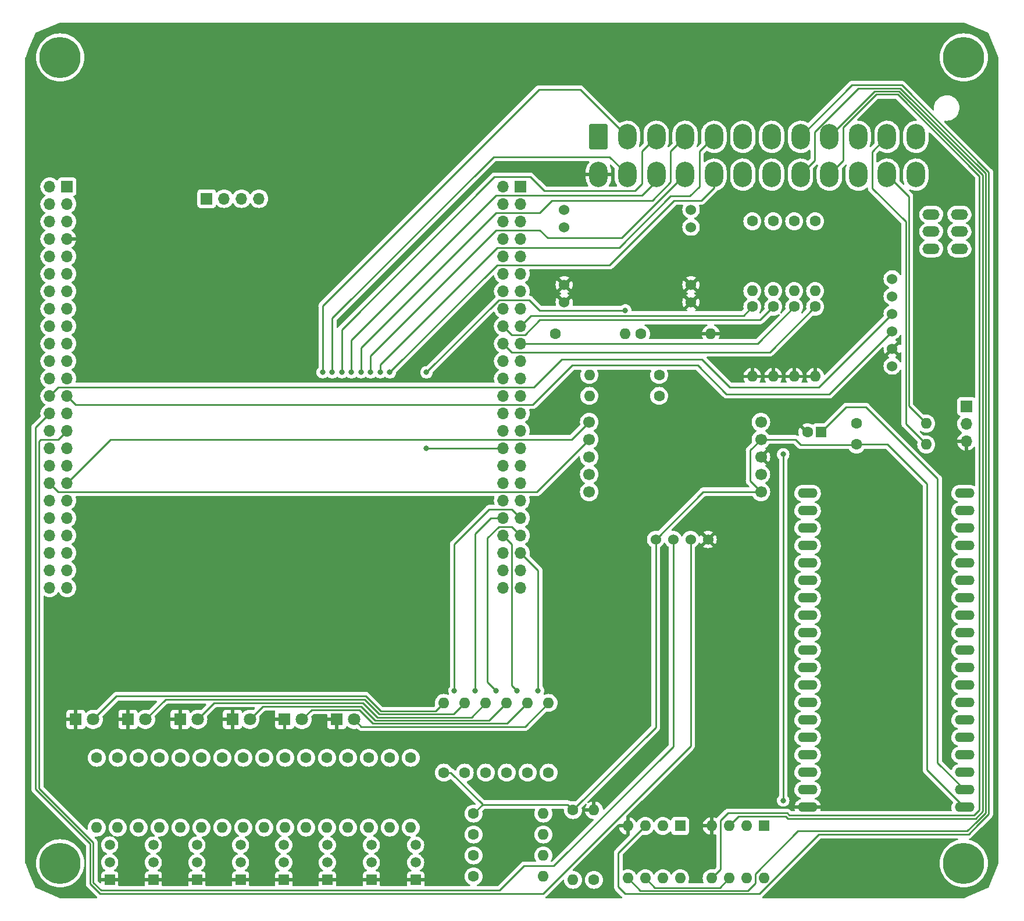
<source format=gbr>
%TF.GenerationSoftware,KiCad,Pcbnew,7.0.9*%
%TF.CreationDate,2024-01-02T14:00:45+09:00*%
%TF.ProjectId,TMA-1,544d412d-312e-46b6-9963-61645f706362,rev?*%
%TF.SameCoordinates,Original*%
%TF.FileFunction,Copper,L2,Bot*%
%TF.FilePolarity,Positive*%
%FSLAX46Y46*%
G04 Gerber Fmt 4.6, Leading zero omitted, Abs format (unit mm)*
G04 Created by KiCad (PCBNEW 7.0.9) date 2024-01-02 14:00:45*
%MOMM*%
%LPD*%
G01*
G04 APERTURE LIST*
G04 Aperture macros list*
%AMRoundRect*
0 Rectangle with rounded corners*
0 $1 Rounding radius*
0 $2 $3 $4 $5 $6 $7 $8 $9 X,Y pos of 4 corners*
0 Add a 4 corners polygon primitive as box body*
4,1,4,$2,$3,$4,$5,$6,$7,$8,$9,$2,$3,0*
0 Add four circle primitives for the rounded corners*
1,1,$1+$1,$2,$3*
1,1,$1+$1,$4,$5*
1,1,$1+$1,$6,$7*
1,1,$1+$1,$8,$9*
0 Add four rect primitives between the rounded corners*
20,1,$1+$1,$2,$3,$4,$5,0*
20,1,$1+$1,$4,$5,$6,$7,0*
20,1,$1+$1,$6,$7,$8,$9,0*
20,1,$1+$1,$8,$9,$2,$3,0*%
G04 Aperture macros list end*
%TA.AperFunction,ComponentPad*%
%ADD10O,2.844800X1.422400*%
%TD*%
%TA.AperFunction,ComponentPad*%
%ADD11C,1.600000*%
%TD*%
%TA.AperFunction,ComponentPad*%
%ADD12O,1.600000X1.600000*%
%TD*%
%TA.AperFunction,ComponentPad*%
%ADD13R,1.500000X1.500000*%
%TD*%
%TA.AperFunction,ComponentPad*%
%ADD14C,1.500000*%
%TD*%
%TA.AperFunction,ComponentPad*%
%ADD15R,1.800000X1.800000*%
%TD*%
%TA.AperFunction,ComponentPad*%
%ADD16C,1.800000*%
%TD*%
%TA.AperFunction,ComponentPad*%
%ADD17C,1.524000*%
%TD*%
%TA.AperFunction,ComponentPad*%
%ADD18R,1.600000X1.600000*%
%TD*%
%TA.AperFunction,ComponentPad*%
%ADD19O,2.500000X1.500000*%
%TD*%
%TA.AperFunction,ComponentPad*%
%ADD20C,6.000000*%
%TD*%
%TA.AperFunction,ComponentPad*%
%ADD21C,1.700000*%
%TD*%
%TA.AperFunction,ComponentPad*%
%ADD22RoundRect,0.250001X-1.099999X-1.599999X1.099999X-1.599999X1.099999X1.599999X-1.099999X1.599999X0*%
%TD*%
%TA.AperFunction,ComponentPad*%
%ADD23O,2.700000X3.700000*%
%TD*%
%TA.AperFunction,ComponentPad*%
%ADD24O,1.700000X1.700000*%
%TD*%
%TA.AperFunction,ComponentPad*%
%ADD25R,1.700000X1.700000*%
%TD*%
%TA.AperFunction,ViaPad*%
%ADD26C,0.800000*%
%TD*%
%TA.AperFunction,Conductor*%
%ADD27C,0.250000*%
%TD*%
G04 APERTURE END LIST*
D10*
%TO.P,U2,3V3,3.3V*%
%TO.N,+3.3V*%
X210439000Y-144867000D03*
%TO.P,U2,EN,EN*%
%TO.N,Net-(C1-Pad1)*%
X210439000Y-142327000D03*
%TO.P,U2,GND@1,GND@1*%
%TO.N,unconnected-(U2-PadGND@1)*%
X210439000Y-111847000D03*
%TO.P,U2,GND@2,GND@2*%
%TO.N,GND*%
X187579000Y-144867000D03*
%TO.P,U2,GND@3,GND@3*%
%TO.N,unconnected-(U2-PadGND@3)*%
X187579000Y-129627000D03*
%TO.P,U2,GPIO0,GPIO0*%
%TO.N,unconnected-(U2-PadGPIO0)*%
X187579000Y-111847000D03*
%TO.P,U2,GPIO2,GPIO2*%
%TO.N,unconnected-(U2-PadGPIO2)*%
X187579000Y-109307000D03*
%TO.P,U2,GPIO4,GPIO4*%
%TO.N,unconnected-(U2-PadGPIO4)*%
X187579000Y-114387000D03*
%TO.P,U2,GPIO5,GPIO5*%
%TO.N,unconnected-(U2-PadGPIO5)*%
X187579000Y-122007000D03*
%TO.P,U2,GPIO6,GPIO6*%
%TO.N,unconnected-(U2-PadGPIO6)*%
X187579000Y-99147000D03*
%TO.P,U2,GPIO7,GPIO7*%
%TO.N,unconnected-(U2-PadGPIO7)*%
X187579000Y-101687000D03*
%TO.P,U2,GPIO8,GPIO8*%
%TO.N,unconnected-(U2-PadGPIO8)*%
X187579000Y-104227000D03*
%TO.P,U2,GPIO9,GPIO9*%
%TO.N,unconnected-(U2-PadGPIO9)*%
X210439000Y-106767000D03*
%TO.P,U2,GPIO10,GPIO10*%
%TO.N,unconnected-(U2-PadGPIO10)*%
X210439000Y-104227000D03*
%TO.P,U2,GPIO11,GPIO11*%
%TO.N,unconnected-(U2-PadGPIO11)*%
X210439000Y-101687000D03*
%TO.P,U2,GPIO12,GPIO12*%
%TO.N,unconnected-(U2-PadGPIO12)*%
X210439000Y-114387000D03*
%TO.P,U2,GPIO13,GPIO13*%
%TO.N,unconnected-(U2-PadGPIO13)*%
X210439000Y-109307000D03*
%TO.P,U2,GPIO14,GPIO14*%
%TO.N,unconnected-(U2-PadGPIO14)*%
X210439000Y-116927000D03*
%TO.P,U2,GPIO15,GPIO15*%
%TO.N,unconnected-(U2-PadGPIO15)*%
X187579000Y-106767000D03*
%TO.P,U2,GPIO16,GPIO16*%
%TO.N,unconnected-(U2-PadGPIO16)*%
X187579000Y-116927000D03*
%TO.P,U2,GPIO17,GPIO17*%
%TO.N,unconnected-(U2-PadGPIO17)*%
X187579000Y-119467000D03*
%TO.P,U2,GPIO18,GPIO18*%
%TO.N,unconnected-(U2-PadGPIO18)*%
X187579000Y-124547000D03*
%TO.P,U2,GPIO19,GPIO19*%
%TO.N,/ESP_COMM*%
X187579000Y-127087000D03*
%TO.P,U2,GPIO21,GPIO21*%
%TO.N,/ESP_I2C_SCL*%
X187579000Y-132167000D03*
%TO.P,U2,GPIO22,GPIO22*%
%TO.N,/ESP_I2C_SDA*%
X187579000Y-139787000D03*
%TO.P,U2,GPIO23,GPIO23*%
%TO.N,unconnected-(U2-PadGPIO23)*%
X187579000Y-142327000D03*
%TO.P,U2,GPIO25,GPIO25*%
%TO.N,unconnected-(U2-PadGPIO25)*%
X210439000Y-124547000D03*
%TO.P,U2,GPIO26,GPIO26*%
%TO.N,unconnected-(U2-PadGPIO26)*%
X210439000Y-122007000D03*
%TO.P,U2,GPIO27,GPIO27*%
%TO.N,unconnected-(U2-PadGPIO27)*%
X210439000Y-119467000D03*
%TO.P,U2,GPIO32,GPIO32*%
%TO.N,unconnected-(U2-PadGPIO32)*%
X210439000Y-129627000D03*
%TO.P,U2,GPIO33,GPIO33*%
%TO.N,unconnected-(U2-PadGPIO33)*%
X210439000Y-127087000D03*
%TO.P,U2,GPIO34,GPIO34*%
%TO.N,unconnected-(U2-PadGPIO34)*%
X210439000Y-134707000D03*
%TO.P,U2,GPIO35,GPIO35*%
%TO.N,unconnected-(U2-PadGPIO35)*%
X210439000Y-132167000D03*
%TO.P,U2,GPIO36,GPIO36*%
%TO.N,unconnected-(U2-PadGPIO36)*%
X210439000Y-139787000D03*
%TO.P,U2,GPIO39,GPIO39*%
%TO.N,unconnected-(U2-PadGPIO39)*%
X210439000Y-137247000D03*
%TO.P,U2,RX0,RX0*%
%TO.N,unconnected-(U2-PadRX0)*%
X187579000Y-134707000D03*
%TO.P,U2,TX0,TX0*%
%TO.N,unconnected-(U2-PadTX0)*%
X187579000Y-137247000D03*
%TO.P,U2,VIN,VIN*%
%TO.N,unconnected-(U2-PadVIN)*%
X210439000Y-99147000D03*
%TD*%
D11*
%TO.P,R6,1*%
%TO.N,/LED_{TELEMETRY}*%
X149860000Y-139827000D03*
D12*
%TO.P,R6,2*%
%TO.N,Net-(D6-A)*%
X149860000Y-129667000D03*
%TD*%
D13*
%TO.P,Q5,1,E*%
%TO.N,GND*%
X111306000Y-155448000D03*
D14*
%TO.P,Q5,2,B*%
%TO.N,Net-(Q5-B)*%
X111306000Y-152908000D03*
%TO.P,Q5,3,C*%
%TO.N,/STM_DIN4*%
X111306000Y-150368000D03*
%TD*%
D11*
%TO.P,R3,1*%
%TO.N,/LED_{HEARTBEAT}*%
X140716000Y-139827000D03*
D12*
%TO.P,R3,2*%
%TO.N,Net-(D3-A)*%
X140716000Y-129667000D03*
%TD*%
D11*
%TO.P,R4,1*%
%TO.N,/LED_{SD}*%
X143764000Y-139827000D03*
D12*
%TO.P,R4,2*%
%TO.N,Net-(D4-A)*%
X143764000Y-129667000D03*
%TD*%
D11*
%TO.P,R18,1*%
%TO.N,+3.3V*%
X117602000Y-137668000D03*
D12*
%TO.P,R18,2*%
%TO.N,/STM_DIN5*%
X117602000Y-147828000D03*
%TD*%
D15*
%TO.P,D4,1,K*%
%TO.N,GND*%
X103826000Y-132080000D03*
D16*
%TO.P,D4,2,A*%
%TO.N,Net-(D4-A)*%
X106366000Y-132080000D03*
%TD*%
D11*
%TO.P,R38,1*%
%TO.N,+3.3V*%
X138938000Y-154940000D03*
D12*
%TO.P,R38,2*%
%TO.N,/STM_PIN3*%
X149098000Y-154940000D03*
%TD*%
D11*
%TO.P,R19,1*%
%TO.N,/DIN6*%
X120650000Y-137668000D03*
D12*
%TO.P,R19,2*%
%TO.N,Net-(Q7-B)*%
X120650000Y-147828000D03*
%TD*%
D11*
%TO.P,R8,1*%
%TO.N,+3.3V*%
X87122000Y-137668000D03*
D12*
%TO.P,R8,2*%
%TO.N,/STM_DIN0*%
X87122000Y-147828000D03*
%TD*%
D11*
%TO.P,R42,1*%
%TO.N,+3.3V*%
X194691000Y-92035000D03*
D12*
%TO.P,R42,2*%
%TO.N,/ESP_I2C_SDA*%
X204851000Y-92035000D03*
%TD*%
D11*
%TO.P,R31,1*%
%TO.N,/AIN3*%
X188671200Y-59537600D03*
D12*
%TO.P,R31,2*%
%TO.N,/STM_AIN3*%
X188671200Y-69697600D03*
%TD*%
D11*
%TO.P,R32,1*%
%TO.N,/STM_AIN3*%
X188671200Y-71983600D03*
D12*
%TO.P,R32,2*%
%TO.N,GND*%
X188671200Y-82143600D03*
%TD*%
D15*
%TO.P,D5,1,K*%
%TO.N,GND*%
X111426000Y-132080000D03*
D16*
%TO.P,D5,2,A*%
%TO.N,Net-(D5-A)*%
X113966000Y-132080000D03*
%TD*%
D11*
%TO.P,R37,1*%
%TO.N,+3.3V*%
X138938000Y-151892000D03*
D12*
%TO.P,R37,2*%
%TO.N,/STM_PIN2*%
X149098000Y-151892000D03*
%TD*%
D15*
%TO.P,D3,1,K*%
%TO.N,GND*%
X96226000Y-132080000D03*
D16*
%TO.P,D3,2,A*%
%TO.N,Net-(D3-A)*%
X98766000Y-132080000D03*
%TD*%
D11*
%TO.P,R17,1*%
%TO.N,/DIN5*%
X114554000Y-137668000D03*
D12*
%TO.P,R17,2*%
%TO.N,Net-(Q6-B)*%
X114554000Y-147828000D03*
%TD*%
D17*
%TO.P,U7,1,VCC*%
%TO.N,+3.3V*%
X165450000Y-105867000D03*
%TO.P,U7,2,RX*%
%TO.N,/GPS_UART_TX*%
X167990000Y-105867000D03*
%TO.P,U7,3,TX*%
%TO.N,/GPS_UART_RX*%
X170530000Y-105867000D03*
%TO.P,U7,4,GND*%
%TO.N,GND*%
X173070000Y-105867000D03*
%TD*%
D11*
%TO.P,R29,1*%
%TO.N,/AIN2*%
X185623200Y-59537600D03*
D12*
%TO.P,R29,2*%
%TO.N,/STM_AIN2*%
X185623200Y-69697600D03*
%TD*%
D11*
%TO.P,R35,1*%
%TO.N,+3.3V*%
X153416000Y-145288000D03*
D12*
%TO.P,R35,2*%
%TO.N,VAA*%
X153416000Y-155448000D03*
%TD*%
D11*
%TO.P,R9,1*%
%TO.N,/DIN1*%
X90170000Y-137668000D03*
D12*
%TO.P,R9,2*%
%TO.N,Net-(Q2-B)*%
X90170000Y-147828000D03*
%TD*%
D13*
%TO.P,Q6,1,E*%
%TO.N,GND*%
X117656000Y-155448000D03*
D14*
%TO.P,Q6,2,B*%
%TO.N,Net-(Q6-B)*%
X117656000Y-152908000D03*
%TO.P,Q6,3,C*%
%TO.N,/STM_DIN5*%
X117656000Y-150368000D03*
%TD*%
D13*
%TO.P,Q7,1,E*%
%TO.N,GND*%
X124058000Y-155448000D03*
D14*
%TO.P,Q7,2,B*%
%TO.N,Net-(Q7-B)*%
X124058000Y-152908000D03*
%TO.P,Q7,3,C*%
%TO.N,/STM_DIN6*%
X124058000Y-150368000D03*
%TD*%
D18*
%TO.P,U5,1*%
%TO.N,/STM_PIN2*%
X181219000Y-147584000D03*
D12*
%TO.P,U5,2,-*%
%TO.N,VAA*%
X178679000Y-147584000D03*
%TO.P,U5,3,+*%
%TO.N,/PIN2*%
X176139000Y-147584000D03*
%TO.P,U5,4,V-*%
%TO.N,GND*%
X173599000Y-147584000D03*
%TO.P,U5,5,+*%
%TO.N,/PIN3*%
X173599000Y-155204000D03*
%TO.P,U5,6,-*%
%TO.N,VAA*%
X176139000Y-155204000D03*
%TO.P,U5,7*%
%TO.N,/STM_PIN3*%
X178679000Y-155204000D03*
%TO.P,U5,8,V+*%
%TO.N,VBUS*%
X181219000Y-155204000D03*
%TD*%
D11*
%TO.P,R27,1*%
%TO.N,/AIN1*%
X182575200Y-59537600D03*
D12*
%TO.P,R27,2*%
%TO.N,/STM_AIN1*%
X182575200Y-69697600D03*
%TD*%
D11*
%TO.P,R41,1*%
%TO.N,+3.3V*%
X194691000Y-88987000D03*
D12*
%TO.P,R41,2*%
%TO.N,/ESP_I2C_SCL*%
X204851000Y-88987000D03*
%TD*%
D19*
%TO.P,SW1,1,1*%
%TO.N,Net-(U8-CANL)*%
X205577000Y-63547000D03*
%TO.P,SW1,2*%
%TO.N,N/C*%
X205577000Y-58547000D03*
%TO.P,SW1,3,3*%
%TO.N,/CANL*%
X205577000Y-61047000D03*
%TO.P,SW1,4,4*%
%TO.N,Net-(U8-CANH)*%
X209677000Y-63547000D03*
%TO.P,SW1,5*%
%TO.N,N/C*%
X209677000Y-58547000D03*
%TO.P,SW1,6,6*%
%TO.N,/CANH*%
X209677000Y-61047000D03*
%TD*%
D11*
%TO.P,R14,1*%
%TO.N,+3.3V*%
X105410000Y-137668000D03*
D12*
%TO.P,R14,2*%
%TO.N,/STM_DIN3*%
X105410000Y-147828000D03*
%TD*%
D20*
%TO.P,REF\u002A\u002A,1*%
%TO.N,N/C*%
X78740000Y-35687000D03*
%TD*%
%TO.P,REF\u002A\u002A,1*%
%TO.N,N/C*%
X210312000Y-35687000D03*
%TD*%
D11*
%TO.P,R15,1*%
%TO.N,/DIN4*%
X108458000Y-137668000D03*
D12*
%TO.P,R15,2*%
%TO.N,Net-(Q5-B)*%
X108458000Y-147828000D03*
%TD*%
D11*
%TO.P,R24,1*%
%TO.N,/V_{SENSE}*%
X163322000Y-75946000D03*
D12*
%TO.P,R24,2*%
%TO.N,GND*%
X173482000Y-75946000D03*
%TD*%
D11*
%TO.P,R2,1*%
%TO.N,/LED_{ERR}*%
X137654000Y-139827000D03*
D12*
%TO.P,R2,2*%
%TO.N,Net-(D2-A)*%
X137654000Y-129667000D03*
%TD*%
D17*
%TO.P,U8,1,3V3*%
%TO.N,+3.3V*%
X199898000Y-80623000D03*
%TO.P,U8,2,GND*%
%TO.N,GND*%
X199898000Y-78083000D03*
%TO.P,U8,3,CTX*%
%TO.N,/CTX*%
X199898000Y-75543000D03*
%TO.P,U8,4,CRX*%
%TO.N,/CRX*%
X199898000Y-73003000D03*
%TO.P,U8,5,CANH*%
%TO.N,Net-(U8-CANH)*%
X199898000Y-70463000D03*
%TO.P,U8,6,CANL*%
%TO.N,Net-(U8-CANL)*%
X199898000Y-67923000D03*
%TD*%
D20*
%TO.P,REF\u002A\u002A,1*%
%TO.N,N/C*%
X210312000Y-153035000D03*
%TD*%
D11*
%TO.P,R11,1*%
%TO.N,/DIN2*%
X96266000Y-137668000D03*
D12*
%TO.P,R11,2*%
%TO.N,Net-(Q3-B)*%
X96266000Y-147828000D03*
%TD*%
D11*
%TO.P,R23,1*%
%TO.N,VBUS*%
X150876000Y-75946000D03*
D12*
%TO.P,R23,2*%
%TO.N,/V_{SENSE}*%
X161036000Y-75946000D03*
%TD*%
D11*
%TO.P,R21,1*%
%TO.N,/DIN7*%
X126746000Y-137668000D03*
D12*
%TO.P,R21,2*%
%TO.N,Net-(Q8-B)*%
X126746000Y-147828000D03*
%TD*%
D11*
%TO.P,R26,1*%
%TO.N,/STM_AIN0*%
X179527200Y-71983600D03*
D12*
%TO.P,R26,2*%
%TO.N,GND*%
X179527200Y-82143600D03*
%TD*%
D13*
%TO.P,Q2,1,E*%
%TO.N,GND*%
X92308000Y-155448000D03*
D14*
%TO.P,Q2,2,B*%
%TO.N,Net-(Q2-B)*%
X92308000Y-152908000D03*
%TO.P,Q2,3,C*%
%TO.N,/STM_DIN1*%
X92308000Y-150368000D03*
%TD*%
D11*
%TO.P,R13,1*%
%TO.N,/DIN3*%
X102362000Y-137668000D03*
D12*
%TO.P,R13,2*%
%TO.N,Net-(Q4-B)*%
X102362000Y-147828000D03*
%TD*%
D11*
%TO.P,R30,1*%
%TO.N,/STM_AIN2*%
X185623200Y-71983600D03*
D12*
%TO.P,R30,2*%
%TO.N,GND*%
X185623200Y-82143600D03*
%TD*%
D11*
%TO.P,R33,1*%
%TO.N,+3.3V*%
X138938000Y-145796000D03*
D12*
%TO.P,R33,2*%
%TO.N,/STM_PIN0*%
X149098000Y-145796000D03*
%TD*%
D13*
%TO.P,Q3,1,E*%
%TO.N,GND*%
X98658000Y-155448000D03*
D14*
%TO.P,Q3,2,B*%
%TO.N,Net-(Q3-B)*%
X98658000Y-152908000D03*
%TO.P,Q3,3,C*%
%TO.N,/STM_DIN2*%
X98658000Y-150368000D03*
%TD*%
D11*
%TO.P,R28,1*%
%TO.N,/STM_AIN1*%
X182575200Y-71983600D03*
D12*
%TO.P,R28,2*%
%TO.N,GND*%
X182575200Y-82143600D03*
%TD*%
D11*
%TO.P,R5,1*%
%TO.N,/LED_{CAN}*%
X146812000Y-139827000D03*
D12*
%TO.P,R5,2*%
%TO.N,Net-(D5-A)*%
X146812000Y-129667000D03*
%TD*%
D11*
%TO.P,R40,1*%
%TO.N,+3.3V*%
X165959000Y-81915000D03*
D12*
%TO.P,R40,2*%
%TO.N,/ACC_I2C_SDA*%
X155799000Y-81915000D03*
%TD*%
D13*
%TO.P,Q8,1,E*%
%TO.N,GND*%
X130512000Y-155448000D03*
D14*
%TO.P,Q8,2,B*%
%TO.N,Net-(Q8-B)*%
X130512000Y-152908000D03*
%TO.P,Q8,3,C*%
%TO.N,/STM_DIN7*%
X130512000Y-150368000D03*
%TD*%
D11*
%TO.P,R36,1*%
%TO.N,VAA*%
X156464000Y-155448000D03*
D12*
%TO.P,R36,2*%
%TO.N,GND*%
X156464000Y-145288000D03*
%TD*%
D11*
%TO.P,R25,1*%
%TO.N,/AIN0*%
X179527200Y-59537600D03*
D12*
%TO.P,R25,2*%
%TO.N,/STM_AIN0*%
X179527200Y-69697600D03*
%TD*%
D11*
%TO.P,R10,1*%
%TO.N,+3.3V*%
X93218000Y-137668000D03*
D12*
%TO.P,R10,2*%
%TO.N,/STM_DIN1*%
X93218000Y-147828000D03*
%TD*%
D21*
%TO.P,U6,1,3V3*%
%TO.N,+3.3V*%
X180775000Y-91313000D03*
%TO.P,U6,2,GND*%
%TO.N,GND*%
X180775000Y-93853000D03*
%TO.P,U6,6,Vs*%
%TO.N,unconnected-(U6-Vs-Pad6)*%
X180775000Y-96393000D03*
%TO.P,U6,7,~{CS}*%
%TO.N,+3.3V*%
X180775000Y-98933000D03*
%TO.P,U6,8,INT1*%
%TO.N,unconnected-(U6-INT1-Pad8)*%
X155775000Y-98933000D03*
%TO.P,U6,9,INT2*%
%TO.N,unconnected-(U6-INT2-Pad9)*%
X155775000Y-96393000D03*
%TO.P,U6,12,SDO/ADDR*%
%TO.N,unconnected-(U6-SDO{slash}ADDR-Pad12)*%
X155775000Y-93853000D03*
%TO.P,U6,13,SDA*%
%TO.N,/ACC_I2C_SDA*%
X155775000Y-91313000D03*
%TO.P,U6,14,SCL/SCLK*%
%TO.N,/ACC_I2C_SCL*%
X155775000Y-88773000D03*
%TO.P,U6,22,5V*%
%TO.N,unconnected-(U6-5V-Pad22)*%
X180775000Y-88773000D03*
%TD*%
D15*
%TO.P,D2,1,K*%
%TO.N,GND*%
X88626000Y-132080000D03*
D16*
%TO.P,D2,2,A*%
%TO.N,Net-(D2-A)*%
X91166000Y-132080000D03*
%TD*%
D15*
%TO.P,D1,1,K*%
%TO.N,GND*%
X81026000Y-132080000D03*
D16*
%TO.P,D1,2,A*%
%TO.N,Net-(D1-A)*%
X83566000Y-132080000D03*
%TD*%
D22*
%TO.P,J1,1,Pin_1*%
%TO.N,VBUS*%
X157136000Y-47244000D03*
D23*
%TO.P,J1,2,Pin_2*%
%TO.N,/DIN0*%
X161336000Y-47244000D03*
%TO.P,J1,3,Pin_3*%
%TO.N,/DIN2*%
X165536000Y-47244000D03*
%TO.P,J1,4,Pin_4*%
%TO.N,/DIN4*%
X169736000Y-47244000D03*
%TO.P,J1,5,Pin_5*%
%TO.N,/DIN6*%
X173936000Y-47244000D03*
%TO.P,J1,6,Pin_6*%
%TO.N,/AIN0*%
X178136000Y-47244000D03*
%TO.P,J1,7,Pin_7*%
%TO.N,/AIN2*%
X182336000Y-47244000D03*
%TO.P,J1,8,Pin_8*%
%TO.N,/PIN0*%
X186536000Y-47244000D03*
%TO.P,J1,9,Pin_9*%
%TO.N,/PIN2*%
X190736000Y-47244000D03*
%TO.P,J1,10,Pin_10*%
%TO.N,/LOG_UART_TX*%
X194936000Y-47244000D03*
%TO.P,J1,11,Pin_11*%
%TO.N,/ESP_I2C_SDA*%
X199136000Y-47244000D03*
%TO.P,J1,12,Pin_12*%
%TO.N,/CANH*%
X203336000Y-47244000D03*
%TO.P,J1,13,Pin_13*%
%TO.N,GND*%
X157136000Y-52744000D03*
%TO.P,J1,14,Pin_14*%
%TO.N,/DIN1*%
X161336000Y-52744000D03*
%TO.P,J1,15,Pin_15*%
%TO.N,/DIN3*%
X165536000Y-52744000D03*
%TO.P,J1,16,Pin_16*%
%TO.N,/DIN5*%
X169736000Y-52744000D03*
%TO.P,J1,17,Pin_17*%
%TO.N,/DIN7*%
X173936000Y-52744000D03*
%TO.P,J1,18,Pin_18*%
%TO.N,/AIN1*%
X178136000Y-52744000D03*
%TO.P,J1,19,Pin_19*%
%TO.N,/AIN3*%
X182336000Y-52744000D03*
%TO.P,J1,20,Pin_20*%
%TO.N,/PIN1*%
X186536000Y-52744000D03*
%TO.P,J1,21,Pin_21*%
%TO.N,/PIN3*%
X190736000Y-52744000D03*
%TO.P,J1,22,Pin_22*%
%TO.N,/LOG_UART_RX*%
X194936000Y-52744000D03*
%TO.P,J1,23,Pin_23*%
%TO.N,/ESP_I2C_SCL*%
X199136000Y-52744000D03*
%TO.P,J1,24,Pin_24*%
%TO.N,/CANL*%
X203336000Y-52744000D03*
%TD*%
D18*
%TO.P,U4,1*%
%TO.N,/STM_PIN0*%
X169027000Y-147584000D03*
D12*
%TO.P,U4,2,-*%
%TO.N,VAA*%
X166487000Y-147584000D03*
%TO.P,U4,3,+*%
%TO.N,/PIN0*%
X163947000Y-147584000D03*
%TO.P,U4,4,V-*%
%TO.N,GND*%
X161407000Y-147584000D03*
%TO.P,U4,5,+*%
%TO.N,/PIN1*%
X161407000Y-155204000D03*
%TO.P,U4,6,-*%
%TO.N,VAA*%
X163947000Y-155204000D03*
%TO.P,U4,7*%
%TO.N,/STM_PIN1*%
X166487000Y-155204000D03*
%TO.P,U4,8,V+*%
%TO.N,VBUS*%
X169027000Y-155204000D03*
%TD*%
D11*
%TO.P,R1,1*%
%TO.N,+3.3V*%
X134620000Y-139827000D03*
D12*
%TO.P,R1,2*%
%TO.N,Net-(D1-A)*%
X134620000Y-129667000D03*
%TD*%
D11*
%TO.P,R39,1*%
%TO.N,+3.3V*%
X165959000Y-84963000D03*
D12*
%TO.P,R39,2*%
%TO.N,/ACC_I2C_SCL*%
X155799000Y-84963000D03*
%TD*%
D11*
%TO.P,R20,1*%
%TO.N,+3.3V*%
X123698000Y-137668000D03*
D12*
%TO.P,R20,2*%
%TO.N,/STM_DIN6*%
X123698000Y-147828000D03*
%TD*%
D17*
%TO.P,U3,1,IN*%
%TO.N,VBUS*%
X170606000Y-57848500D03*
X170606000Y-60388500D03*
%TO.P,U3,2,GND*%
%TO.N,GND*%
X170606000Y-68788500D03*
X170606000Y-71328500D03*
%TO.P,U3,3,OUT*%
%TO.N,+3.3V*%
X152146000Y-57848500D03*
X152146000Y-60388500D03*
%TO.P,U3,4,GND*%
%TO.N,GND*%
X152146000Y-68788500D03*
X152146000Y-71328500D03*
%TD*%
D13*
%TO.P,Q4,1,E*%
%TO.N,GND*%
X105008000Y-155448000D03*
D14*
%TO.P,Q4,2,B*%
%TO.N,Net-(Q4-B)*%
X105008000Y-152908000D03*
%TO.P,Q4,3,C*%
%TO.N,/STM_DIN3*%
X105008000Y-150368000D03*
%TD*%
D18*
%TO.P,C1,1*%
%TO.N,Net-(C1-Pad1)*%
X189550113Y-90257000D03*
D11*
%TO.P,C1,2*%
%TO.N,GND*%
X187550113Y-90257000D03*
%TD*%
%TO.P,R22,1*%
%TO.N,+3.3V*%
X129794000Y-137668000D03*
D12*
%TO.P,R22,2*%
%TO.N,/STM_DIN7*%
X129794000Y-147828000D03*
%TD*%
D20*
%TO.P,REF\u002A\u002A,1*%
%TO.N,N/C*%
X78740000Y-153035000D03*
%TD*%
D15*
%TO.P,D6,1,K*%
%TO.N,GND*%
X119026000Y-132080000D03*
D16*
%TO.P,D6,2,A*%
%TO.N,Net-(D6-A)*%
X121566000Y-132080000D03*
%TD*%
D11*
%TO.P,R16,1*%
%TO.N,+3.3V*%
X111506000Y-137668000D03*
D12*
%TO.P,R16,2*%
%TO.N,/STM_DIN4*%
X111506000Y-147828000D03*
%TD*%
D24*
%TO.P,U1,10,VSS*%
%TO.N,GND*%
X79756000Y-62103000D03*
%TO.P,U1,15,PC0*%
%TO.N,/STM_AIN0*%
X145798200Y-74803000D03*
%TO.P,U1,16,PC1*%
%TO.N,/STM_AIN1*%
X143258200Y-74803000D03*
%TO.P,U1,17,PC2*%
%TO.N,/STM_AIN2*%
X145798200Y-77343000D03*
%TO.P,U1,18,PC3*%
%TO.N,/STM_AIN3*%
X143258200Y-77343000D03*
%TO.P,U1,23,PA0*%
%TO.N,/STM_PIN0*%
X145798200Y-82423000D03*
%TO.P,U1,24,PA1*%
%TO.N,/STM_PIN1*%
X143258200Y-82423000D03*
%TO.P,U1,25,PA2*%
%TO.N,/STM_PIN2*%
X145798200Y-84963000D03*
%TO.P,U1,26,PA3*%
%TO.N,/STM_PIN3*%
X143258200Y-84963000D03*
%TO.P,U1,34,PC5*%
%TO.N,/V_{SENSE}*%
X143258200Y-92583000D03*
%TO.P,U1,41,PE10*%
%TO.N,unconnected-(U1-PE10-Pad41)*%
X143258200Y-100203000D03*
%TO.P,U1,42,PE11*%
%TO.N,/LED_{ERR}*%
X145798200Y-102743000D03*
%TO.P,U1,43,PE12*%
%TO.N,/LED_{HEARTBEAT}*%
X143258200Y-102743000D03*
%TO.P,U1,44,PE13*%
%TO.N,/LED_{SD}*%
X145798200Y-105283000D03*
%TO.P,U1,45,PE14*%
%TO.N,/LED_{CAN}*%
X143258200Y-105283000D03*
%TO.P,U1,46,PE15*%
%TO.N,/LED_{TELEMETRY}*%
X145798200Y-107823000D03*
%TO.P,U1,47,PB10*%
%TO.N,unconnected-(U1-PB10-Pad47)*%
X143258200Y-107823000D03*
%TO.P,U1,48,PB11*%
%TO.N,unconnected-(U1-PB11-Pad48)*%
X145798200Y-110363000D03*
%TO.P,U1,55,PD8*%
%TO.N,/STM_DIN0*%
X79756000Y-112903000D03*
%TO.P,U1,56,PD9*%
%TO.N,/STM_DIN1*%
X77216000Y-110363000D03*
%TO.P,U1,57,PD10*%
%TO.N,/STM_DIN2*%
X79756000Y-110363000D03*
%TO.P,U1,58,PD11*%
%TO.N,/STM_DIN3*%
X77216000Y-107823000D03*
%TO.P,U1,59,PD12*%
%TO.N,/STM_DIN4*%
X79756000Y-107823000D03*
%TO.P,U1,60,PD13*%
%TO.N,/STM_DIN5*%
X77216000Y-105283000D03*
%TO.P,U1,61,PD14*%
%TO.N,/STM_DIN6*%
X79756000Y-105283000D03*
%TO.P,U1,62,PD15*%
%TO.N,/STM_DIN7*%
X77216000Y-102743000D03*
%TO.P,U1,63,PC6*%
%TO.N,/LOG_UART_TX*%
X79756000Y-102743000D03*
%TO.P,U1,64,PC7*%
%TO.N,/LOG_UART_RX*%
X77216000Y-100203000D03*
%TO.P,U1,66,PC9*%
%TO.N,/ACC_I2C_SDA*%
X77216000Y-97663000D03*
%TO.P,U1,67,PA8*%
%TO.N,/ACC_I2C_SCL*%
X79756000Y-97663000D03*
%TO.P,U1,68,PA9*%
%TO.N,/DEBUG_UART_TX*%
X77216000Y-95123000D03*
%TO.P,U1,69,PA10*%
%TO.N,/DEBUG_UART_RX*%
X79756000Y-95123000D03*
%TO.P,U1,78,PC10*%
%TO.N,/GPS_UART_TX*%
X79756000Y-90043000D03*
%TO.P,U1,79,PC11*%
%TO.N,/GPS_UART_RX*%
X77216000Y-87503000D03*
%TO.P,U1,81,PD0*%
%TO.N,/CRX*%
X77216000Y-84963000D03*
%TO.P,U1,82,PD1*%
%TO.N,/CTX*%
X79756000Y-84963000D03*
%TO.P,U1,86,PD5*%
%TO.N,unconnected-(U1-PD5-Pad86)*%
X79756000Y-79883000D03*
%TO.P,U1,87,PD6*%
%TO.N,unconnected-(U1-PD6-Pad87)*%
X77216000Y-77343000D03*
%TO.P,U1,92,PB6*%
%TO.N,/ESP_I2C_SCL*%
X77216000Y-72263000D03*
%TO.P,U1,93,PB7*%
%TO.N,/ESP_I2C_SDA*%
X79756000Y-72263000D03*
%TO.P,U1,94,BOOT0*%
%TO.N,unconnected-(U1-BOOT0-Pad94)*%
X79756000Y-59563000D03*
%TO.P,U1,95,PB8*%
%TO.N,/ESP_COMM*%
X77216000Y-69723000D03*
%TO.P,U1,100,VDD*%
%TO.N,+3.3V*%
X145798200Y-59563000D03*
D25*
%TO.P,U1,110*%
%TO.N,N/C*%
X100076000Y-56255500D03*
D24*
%TO.P,U1,111*%
X102616000Y-56255500D03*
%TO.P,U1,112*%
X105156000Y-56255500D03*
%TO.P,U1,113*%
X107696000Y-56255500D03*
%TO.P,U1,X*%
X77216000Y-57023000D03*
X77216000Y-59563000D03*
X77216000Y-62103000D03*
X77216000Y-64643000D03*
X77216000Y-67183000D03*
X77216000Y-74803000D03*
X77216000Y-79883000D03*
X77216000Y-82423000D03*
X77216000Y-90043000D03*
X77216000Y-92583000D03*
X77216000Y-112903000D03*
D25*
X79756000Y-54483000D03*
D24*
X79756000Y-57023000D03*
X79756000Y-64643000D03*
X79756000Y-67183000D03*
X79756000Y-69723000D03*
X79756000Y-74803000D03*
X79756000Y-77343000D03*
X79756000Y-82423000D03*
X79756000Y-87503000D03*
X79756000Y-92583000D03*
X79756000Y-100203000D03*
X143258200Y-54483000D03*
X143258200Y-57023000D03*
X143258200Y-59563000D03*
X143258200Y-62103000D03*
X143258200Y-64643000D03*
X143258200Y-67183000D03*
X143258200Y-69723000D03*
X143258200Y-72263000D03*
X143258200Y-79883000D03*
X143258200Y-87503000D03*
X143258200Y-90043000D03*
X143258200Y-95123000D03*
X143258200Y-97663000D03*
X143258200Y-110363000D03*
X143258200Y-112903000D03*
X145798200Y-57023000D03*
X145798200Y-62103000D03*
X145798200Y-64643000D03*
X145798200Y-67183000D03*
X145798200Y-69723000D03*
X145798200Y-72263000D03*
X145798200Y-79883000D03*
X145798200Y-87503000D03*
X145798200Y-90043000D03*
X145798200Y-92583000D03*
X145798200Y-95123000D03*
X145798200Y-97663000D03*
X145798200Y-100203000D03*
X145798200Y-112903000D03*
%TO.P,U1,x*%
X77216000Y-54483000D03*
D25*
X145798200Y-54483000D03*
%TD*%
D11*
%TO.P,R34,1*%
%TO.N,+3.3V*%
X138938000Y-148844000D03*
D12*
%TO.P,R34,2*%
%TO.N,/STM_PIN1*%
X149098000Y-148844000D03*
%TD*%
D11*
%TO.P,R7,1*%
%TO.N,/DIN0*%
X84074000Y-137668000D03*
D12*
%TO.P,R7,2*%
%TO.N,Net-(Q1-B)*%
X84074000Y-147828000D03*
%TD*%
D25*
%TO.P,J2,1,Pin_1*%
%TO.N,/DEBUG_UART_TX*%
X210693000Y-86487000D03*
D24*
%TO.P,J2,2,Pin_2*%
%TO.N,/DEBUG_UART_RX*%
X210693000Y-89027000D03*
%TO.P,J2,3,Pin_3*%
%TO.N,GND*%
X210693000Y-91567000D03*
%TD*%
D11*
%TO.P,R12,1*%
%TO.N,+3.3V*%
X99314000Y-137668000D03*
D12*
%TO.P,R12,2*%
%TO.N,/STM_DIN2*%
X99314000Y-147828000D03*
%TD*%
D13*
%TO.P,Q1,1,E*%
%TO.N,GND*%
X85958000Y-155448000D03*
D14*
%TO.P,Q1,2,B*%
%TO.N,Net-(Q1-B)*%
X85958000Y-152908000D03*
%TO.P,Q1,3,C*%
%TO.N,/STM_DIN0*%
X85958000Y-150368000D03*
%TD*%
D26*
%TO.N,/LED_{ERR}*%
X136144000Y-127889000D03*
%TO.N,/LED_{HEARTBEAT}*%
X139192000Y-127889000D03*
%TO.N,/LED_{SD}*%
X142240000Y-127889000D03*
%TO.N,/LED_{CAN}*%
X145288000Y-127889000D03*
%TO.N,/LED_{TELEMETRY}*%
X148336000Y-127889000D03*
%TO.N,VBUS*%
X184023000Y-93472000D03*
X184023000Y-143891000D03*
%TO.N,/DIN0*%
X116967000Y-81534000D03*
%TO.N,/DIN1*%
X118364000Y-81534000D03*
%TO.N,/DIN2*%
X119761000Y-81534000D03*
%TO.N,/DIN3*%
X121158000Y-81534000D03*
%TO.N,/DIN4*%
X122555000Y-81534000D03*
%TO.N,/DIN6*%
X125349000Y-81534000D03*
%TO.N,/DIN5*%
X123952000Y-81534000D03*
%TO.N,/DIN7*%
X126746000Y-81534000D03*
%TO.N,/V_{SENSE}*%
X161036000Y-72517000D03*
X132080000Y-92583000D03*
X132080000Y-81534000D03*
%TD*%
D27*
%TO.N,/STM_AIN0*%
X178231800Y-73279000D02*
X179527200Y-71983600D01*
X147322200Y-73279000D02*
X178231800Y-73279000D01*
X145798200Y-74803000D02*
X147322200Y-73279000D01*
%TO.N,/STM_AIN1*%
X143258200Y-74803000D02*
X144528200Y-76073000D01*
X180644800Y-73914000D02*
X182575200Y-71983600D01*
X148590000Y-73914000D02*
X180644800Y-73914000D01*
X146431000Y-76073000D02*
X148590000Y-73914000D01*
X144528200Y-76073000D02*
X146431000Y-76073000D01*
%TO.N,/STM_AIN2*%
X180263800Y-77343000D02*
X145798200Y-77343000D01*
X185623200Y-71983600D02*
X180263800Y-77343000D01*
%TO.N,/STM_AIN3*%
X143258200Y-77343000D02*
X144528200Y-78613000D01*
X144528200Y-78613000D02*
X182041800Y-78613000D01*
X182041800Y-78613000D02*
X188671200Y-71983600D01*
%TO.N,/LED_{ERR}*%
X136144000Y-127889000D02*
X136144000Y-106553000D01*
X141224000Y-101473000D02*
X144528200Y-101473000D01*
X144528200Y-101473000D02*
X145798200Y-102743000D01*
X136144000Y-106553000D02*
X141224000Y-101473000D01*
%TO.N,/LED_{HEARTBEAT}*%
X139192000Y-127889000D02*
X139192000Y-105029000D01*
X139192000Y-105029000D02*
X141478000Y-102743000D01*
X141478000Y-102743000D02*
X143258200Y-102743000D01*
%TO.N,/LED_{SD}*%
X140970000Y-126619000D02*
X140970000Y-105664000D01*
X142240000Y-127889000D02*
X140970000Y-126619000D01*
X142621000Y-104013000D02*
X144528200Y-104013000D01*
X144528200Y-104013000D02*
X145798200Y-105283000D01*
X140970000Y-105664000D02*
X142621000Y-104013000D01*
%TO.N,/LED_{CAN}*%
X144526000Y-127127000D02*
X144526000Y-106550800D01*
X144526000Y-106550800D02*
X143258200Y-105283000D01*
X145288000Y-127889000D02*
X144526000Y-127127000D01*
%TO.N,/LED_{TELEMETRY}*%
X148336000Y-110360800D02*
X145798200Y-107823000D01*
X148336000Y-127889000D02*
X148336000Y-110360800D01*
%TO.N,/ACC_I2C_SDA*%
X148155000Y-98933000D02*
X78486000Y-98933000D01*
X155775000Y-91313000D02*
X148155000Y-98933000D01*
X78486000Y-98933000D02*
X77216000Y-97663000D01*
%TO.N,/ACC_I2C_SCL*%
X155775000Y-88773000D02*
X153235000Y-91313000D01*
X153235000Y-91313000D02*
X86106000Y-91313000D01*
X86106000Y-91313000D02*
X79756000Y-97663000D01*
%TO.N,/GPS_UART_TX*%
X167990000Y-136048000D02*
X150622000Y-153416000D01*
X142748000Y-156972000D02*
X84709000Y-156972000D01*
X167990000Y-105867000D02*
X167990000Y-136048000D01*
X150622000Y-153416000D02*
X146304000Y-153416000D01*
X75692000Y-142113000D02*
X75692000Y-91567000D01*
X83566000Y-149987000D02*
X75692000Y-142113000D01*
X78486000Y-91313000D02*
X79756000Y-90043000D01*
X146304000Y-153416000D02*
X142748000Y-156972000D01*
X75692000Y-91567000D02*
X75946000Y-91313000D01*
X75946000Y-91313000D02*
X78486000Y-91313000D01*
X83566000Y-155829000D02*
X83566000Y-149987000D01*
X84709000Y-156972000D02*
X83566000Y-155829000D01*
%TO.N,/CRX*%
X189208000Y-83693000D02*
X176276000Y-83693000D01*
X78486000Y-83693000D02*
X77216000Y-84963000D01*
X147701000Y-83693000D02*
X78486000Y-83693000D01*
X176276000Y-83693000D02*
X172212000Y-79629000D01*
X151765000Y-79629000D02*
X147701000Y-83693000D01*
X172212000Y-79629000D02*
X151765000Y-79629000D01*
X199898000Y-73003000D02*
X189208000Y-83693000D01*
%TO.N,/CTX*%
X199898000Y-75543000D02*
X190732000Y-84709000D01*
X147574000Y-86233000D02*
X81026000Y-86233000D01*
X190732000Y-84709000D02*
X175768000Y-84709000D01*
X81026000Y-86233000D02*
X79756000Y-84963000D01*
X175768000Y-84709000D02*
X171577000Y-80518000D01*
X171577000Y-80518000D02*
X153289000Y-80518000D01*
X153289000Y-80518000D02*
X147574000Y-86233000D01*
%TO.N,/ESP_I2C_SCL*%
X204851000Y-88987000D02*
X202311000Y-86447000D01*
X202311000Y-55919000D02*
X199136000Y-52744000D01*
X202311000Y-86447000D02*
X202311000Y-55919000D01*
%TO.N,/ESP_I2C_SDA*%
X204851000Y-92035000D02*
X201861000Y-89045000D01*
X196977000Y-54737000D02*
X196977000Y-49403000D01*
X201861000Y-89045000D02*
X201861000Y-59621000D01*
X196977000Y-49403000D02*
X199136000Y-47244000D01*
X201861000Y-59621000D02*
X196977000Y-54737000D01*
%TO.N,+3.3V*%
X138938000Y-145796000D02*
X140245999Y-144488001D01*
X204978000Y-139446000D02*
X204978000Y-97790000D01*
X185801000Y-91313000D02*
X180775000Y-91313000D01*
X194651000Y-92075000D02*
X186563000Y-92075000D01*
X140245999Y-144436999D02*
X135636000Y-139827000D01*
X152616001Y-144488001D02*
X153416000Y-145288000D01*
X140245999Y-144488001D02*
X140245999Y-144436999D01*
X172384000Y-98933000D02*
X180775000Y-98933000D01*
X179197000Y-92891000D02*
X179197000Y-97355000D01*
X180775000Y-91313000D02*
X179197000Y-92891000D01*
X165450000Y-105867000D02*
X165450000Y-133254000D01*
X194691000Y-92035000D02*
X194651000Y-92075000D01*
X165450000Y-133254000D02*
X153416000Y-145288000D01*
X179197000Y-97355000D02*
X180775000Y-98933000D01*
X204978000Y-97790000D02*
X199223000Y-92035000D01*
X186563000Y-92075000D02*
X185801000Y-91313000D01*
X135636000Y-139827000D02*
X134620000Y-139827000D01*
X199223000Y-92035000D02*
X194691000Y-92035000D01*
X210399000Y-144867000D02*
X204978000Y-139446000D01*
X140245999Y-144488001D02*
X152616001Y-144488001D01*
X210439000Y-144867000D02*
X210399000Y-144867000D01*
X165450000Y-105867000D02*
X172384000Y-98933000D01*
%TO.N,VBUS*%
X184023000Y-93472000D02*
X184023000Y-143891000D01*
%TO.N,/GPS_UART_RX*%
X149029000Y-157422000D02*
X84522604Y-157422000D01*
X170530000Y-135921000D02*
X149029000Y-157422000D01*
X84522604Y-157422000D02*
X83116000Y-156015396D01*
X75184000Y-142241396D02*
X75184000Y-89535000D01*
X170530000Y-105867000D02*
X170530000Y-135921000D01*
X83116000Y-156015396D02*
X83116000Y-150173396D01*
X75184000Y-89535000D02*
X77216000Y-87503000D01*
X83116000Y-150173396D02*
X75184000Y-142241396D01*
%TO.N,VAA*%
X165323000Y-156580000D02*
X163947000Y-155204000D01*
X174763000Y-156580000D02*
X165323000Y-156580000D01*
X176139000Y-155204000D02*
X174763000Y-156580000D01*
%TO.N,Net-(D1-A)*%
X86937000Y-128709000D02*
X83566000Y-132080000D01*
X133419000Y-130868000D02*
X125408396Y-130868000D01*
X134620000Y-129667000D02*
X133419000Y-130868000D01*
X123249396Y-128709000D02*
X86937000Y-128709000D01*
X125408396Y-130868000D02*
X123249396Y-128709000D01*
%TO.N,Net-(D2-A)*%
X94087000Y-129159000D02*
X123063000Y-129159000D01*
X123063000Y-129159000D02*
X125222000Y-131318000D01*
X136003000Y-131318000D02*
X137654000Y-129667000D01*
X91166000Y-132080000D02*
X94087000Y-129159000D01*
X125222000Y-131318000D02*
X136003000Y-131318000D01*
%TO.N,Net-(D3-A)*%
X124910000Y-131768000D02*
X138615000Y-131768000D01*
X101179000Y-129667000D02*
X122809000Y-129667000D01*
X122809000Y-129667000D02*
X124910000Y-131768000D01*
X98766000Y-132080000D02*
X101179000Y-129667000D01*
X138615000Y-131768000D02*
X140716000Y-129667000D01*
%TO.N,Net-(D4-A)*%
X106366000Y-132080000D02*
X108271000Y-130175000D01*
X122555000Y-130175000D02*
X124598000Y-132218000D01*
X124598000Y-132218000D02*
X141213000Y-132218000D01*
X141213000Y-132218000D02*
X143764000Y-129667000D01*
X108271000Y-130175000D02*
X122555000Y-130175000D01*
%TO.N,Net-(D5-A)*%
X122301000Y-130683000D02*
X115363000Y-130683000D01*
X143811000Y-132668000D02*
X124286000Y-132668000D01*
X124286000Y-132668000D02*
X122301000Y-130683000D01*
X115363000Y-130683000D02*
X113966000Y-132080000D01*
X146812000Y-129667000D02*
X143811000Y-132668000D01*
%TO.N,Net-(D6-A)*%
X121566000Y-132080000D02*
X122604000Y-133118000D01*
X146409000Y-133118000D02*
X149860000Y-129667000D01*
X122604000Y-133118000D02*
X146409000Y-133118000D01*
%TO.N,/DIN0*%
X154478000Y-40386000D02*
X161336000Y-47244000D01*
X116967000Y-71882000D02*
X148463000Y-40386000D01*
X148463000Y-40386000D02*
X154478000Y-40386000D01*
X116967000Y-81534000D02*
X116967000Y-71882000D01*
%TO.N,/DIN1*%
X141859000Y-50165000D02*
X158757000Y-50165000D01*
X158757000Y-50165000D02*
X161336000Y-52744000D01*
X118364000Y-81534000D02*
X118364000Y-73660000D01*
X118364000Y-73660000D02*
X141859000Y-50165000D01*
%TO.N,/DIN2*%
X163449000Y-54102000D02*
X163449000Y-49331000D01*
X162433000Y-55118000D02*
X163449000Y-54102000D01*
X119761000Y-75311000D02*
X141986000Y-53086000D01*
X149225000Y-55118000D02*
X162433000Y-55118000D01*
X163449000Y-49331000D02*
X165536000Y-47244000D01*
X119761000Y-81534000D02*
X119761000Y-75311000D01*
X147193000Y-53086000D02*
X149225000Y-55118000D01*
X141986000Y-53086000D02*
X147193000Y-53086000D01*
%TO.N,/DIN3*%
X165536000Y-53666000D02*
X165536000Y-52744000D01*
X121158000Y-76835000D02*
X142240000Y-55753000D01*
X163449000Y-55753000D02*
X165536000Y-53666000D01*
X121158000Y-81534000D02*
X121158000Y-76835000D01*
X142240000Y-55753000D02*
X163449000Y-55753000D01*
%TO.N,/DIN4*%
X164973000Y-56515000D02*
X167640000Y-53848000D01*
X142240000Y-58293000D02*
X148590000Y-58293000D01*
X148590000Y-58293000D02*
X150368000Y-56515000D01*
X167640000Y-53848000D02*
X167640000Y-49340000D01*
X122555000Y-77978000D02*
X142240000Y-58293000D01*
X122555000Y-81534000D02*
X122555000Y-77978000D01*
X167640000Y-49340000D02*
X169736000Y-47244000D01*
X150368000Y-56515000D02*
X164973000Y-56515000D01*
%TO.N,/DIN6*%
X142367000Y-63373000D02*
X160147000Y-63373000D01*
X125349000Y-80391000D02*
X142367000Y-63373000D01*
X167640000Y-55880000D02*
X170434000Y-55880000D01*
X171831000Y-54483000D02*
X171831000Y-49349000D01*
X171831000Y-49349000D02*
X173936000Y-47244000D01*
X125349000Y-81534000D02*
X125349000Y-80391000D01*
X160147000Y-63373000D02*
X167640000Y-55880000D01*
X170434000Y-55880000D02*
X171831000Y-54483000D01*
%TO.N,/DIN5*%
X160504000Y-61976000D02*
X169736000Y-52744000D01*
X123952000Y-79121000D02*
X142240000Y-60833000D01*
X142240000Y-60833000D02*
X148590000Y-60833000D01*
X149733000Y-61976000D02*
X160504000Y-61976000D01*
X123952000Y-81534000D02*
X123952000Y-79121000D01*
X148590000Y-60833000D02*
X149733000Y-61976000D01*
%TO.N,/DIN7*%
X142367000Y-65913000D02*
X158750000Y-65913000D01*
X168148000Y-56515000D02*
X172085000Y-56515000D01*
X158750000Y-65913000D02*
X168148000Y-56515000D01*
X173936000Y-54664000D02*
X173936000Y-52744000D01*
X126746000Y-81534000D02*
X142367000Y-65913000D01*
X172085000Y-56515000D02*
X173936000Y-54664000D01*
%TO.N,/V_{SENSE}*%
X161036000Y-72517000D02*
X160528000Y-72517000D01*
X132080000Y-92583000D02*
X132207000Y-92583000D01*
X142621000Y-70993000D02*
X147066000Y-70993000D01*
X143258200Y-92583000D02*
X132080000Y-92583000D01*
X148590000Y-72517000D02*
X161036000Y-72517000D01*
X132080000Y-81534000D02*
X142621000Y-70993000D01*
X147066000Y-70993000D02*
X148590000Y-72517000D01*
%TO.N,/PIN0*%
X212392396Y-147400000D02*
X211006396Y-148786000D01*
X160020000Y-151511000D02*
X163947000Y-147584000D01*
X213948000Y-145847188D02*
X212395188Y-147400000D01*
X186536000Y-47244000D02*
X194061000Y-39719000D01*
X194061000Y-39719000D02*
X201263000Y-39719000D01*
X212395188Y-147400000D02*
X212392396Y-147400000D01*
X180533991Y-157480000D02*
X161036000Y-157480000D01*
X213948000Y-52404000D02*
X213948000Y-145847188D01*
X160020000Y-156464000D02*
X160020000Y-151511000D01*
X161036000Y-157480000D02*
X160020000Y-156464000D01*
X211006396Y-148786000D02*
X189227991Y-148786000D01*
X201263000Y-39719000D02*
X213948000Y-52404000D01*
X189227991Y-148786000D02*
X180533991Y-157480000D01*
%TO.N,/PIN1*%
X213498000Y-52590396D02*
X213498000Y-145660792D01*
X179959000Y-155956000D02*
X178885000Y-157030000D01*
X213498000Y-145660792D02*
X212208792Y-146950000D01*
X201076604Y-40169000D02*
X213498000Y-52590396D01*
X186536000Y-52744000D02*
X188595000Y-50685000D01*
X212208792Y-146950000D02*
X212206000Y-146950000D01*
X178885000Y-157030000D02*
X163233000Y-157030000D01*
X194942192Y-40169000D02*
X201076604Y-40169000D01*
X188595000Y-46516192D02*
X194942192Y-40169000D01*
X186182000Y-148336000D02*
X179959000Y-154559000D01*
X210820000Y-148336000D02*
X186182000Y-148336000D01*
X188595000Y-50685000D02*
X188595000Y-46516192D01*
X163233000Y-157030000D02*
X161407000Y-155204000D01*
X212206000Y-146950000D02*
X210820000Y-148336000D01*
X179959000Y-154559000D02*
X179959000Y-155956000D01*
%TO.N,/PIN2*%
X184727000Y-146500000D02*
X184404000Y-146177000D01*
X213048000Y-145474396D02*
X212022396Y-146500000D01*
X197361000Y-40619000D02*
X200890208Y-40619000D01*
X177546000Y-146177000D02*
X176139000Y-147584000D01*
X184404000Y-146177000D02*
X177546000Y-146177000D01*
X212022396Y-146500000D02*
X184727000Y-146500000D01*
X213048000Y-52776792D02*
X213048000Y-145474396D01*
X200890208Y-40619000D02*
X213048000Y-52776792D01*
X190736000Y-47244000D02*
X197361000Y-40619000D01*
%TO.N,/PIN3*%
X184913396Y-146050000D02*
X184590396Y-145727000D01*
X211836000Y-146050000D02*
X184913396Y-146050000D01*
X212598000Y-52963188D02*
X212598000Y-145288000D01*
X174879000Y-153924000D02*
X173599000Y-155204000D01*
X192786000Y-50694000D02*
X192786000Y-45830396D01*
X197547396Y-41069000D02*
X200703812Y-41069000D01*
X174879000Y-146811999D02*
X174879000Y-153924000D01*
X175963999Y-145727000D02*
X174879000Y-146811999D01*
X212598000Y-145288000D02*
X211836000Y-146050000D01*
X200703812Y-41069000D02*
X212598000Y-52963188D01*
X192786000Y-45830396D02*
X197547396Y-41069000D01*
X190736000Y-52744000D02*
X192786000Y-50694000D01*
X184590396Y-145727000D02*
X175963999Y-145727000D01*
%TO.N,Net-(C1-Pad1)*%
X210439000Y-142327000D02*
X206502000Y-138390000D01*
X206502000Y-97028000D02*
X196088000Y-86614000D01*
X196088000Y-86614000D02*
X193193113Y-86614000D01*
X193193113Y-86614000D02*
X189550113Y-90257000D01*
X206502000Y-138390000D02*
X206502000Y-97028000D01*
%TD*%
%TA.AperFunction,Conductor*%
%TO.N,GND*%
G36*
X210334787Y-30616438D02*
G01*
X213856649Y-32075242D01*
X213911052Y-32119083D01*
X213923757Y-32142350D01*
X215382561Y-35664212D01*
X215392000Y-35711665D01*
X215392000Y-153010334D01*
X215382561Y-153057787D01*
X213923757Y-156579649D01*
X213879916Y-156634052D01*
X213856649Y-156646757D01*
X211058503Y-157805788D01*
X210515608Y-158030663D01*
X210334788Y-158105561D01*
X210287335Y-158115000D01*
X181083982Y-158115000D01*
X181016943Y-158095315D01*
X180971188Y-158042511D01*
X180961244Y-157973353D01*
X180988431Y-157911969D01*
X180990819Y-157909081D01*
X180995285Y-157903682D01*
X180999191Y-157899388D01*
X189450762Y-149447819D01*
X189512085Y-149414334D01*
X189538443Y-149411500D01*
X209368319Y-149411500D01*
X209435358Y-149431185D01*
X209481113Y-149483989D01*
X209491057Y-149553147D01*
X209462032Y-149616703D01*
X209403254Y-149654477D01*
X209400453Y-149655263D01*
X209295933Y-149683270D01*
X209228793Y-149701260D01*
X208886260Y-149832746D01*
X208559343Y-149999320D01*
X208251635Y-150199147D01*
X207966498Y-150430047D01*
X207966490Y-150430054D01*
X207707054Y-150689490D01*
X207707047Y-150689498D01*
X207476147Y-150974635D01*
X207276320Y-151282343D01*
X207109746Y-151609260D01*
X206978260Y-151951793D01*
X206883294Y-152306209D01*
X206883294Y-152306211D01*
X206825898Y-152668594D01*
X206806696Y-153034999D01*
X206806696Y-153035000D01*
X206825898Y-153401405D01*
X206847159Y-153535639D01*
X206883295Y-153763794D01*
X206973611Y-154100858D01*
X206978260Y-154118206D01*
X207109746Y-154460739D01*
X207276320Y-154787656D01*
X207476147Y-155095364D01*
X207564119Y-155204000D01*
X207707051Y-155380506D01*
X207966494Y-155639949D01*
X207979520Y-155650497D01*
X208251635Y-155870852D01*
X208554365Y-156067446D01*
X208559348Y-156070682D01*
X208886264Y-156237255D01*
X209228801Y-156368742D01*
X209583206Y-156463705D01*
X209945596Y-156521102D01*
X210291734Y-156539241D01*
X210311999Y-156540304D01*
X210312000Y-156540304D01*
X210312001Y-156540304D01*
X210331203Y-156539297D01*
X210678404Y-156521102D01*
X211040794Y-156463705D01*
X211395199Y-156368742D01*
X211737736Y-156237255D01*
X212064652Y-156070682D01*
X212372366Y-155870851D01*
X212657506Y-155639949D01*
X212916949Y-155380506D01*
X213147851Y-155095366D01*
X213347682Y-154787652D01*
X213514255Y-154460736D01*
X213645742Y-154118199D01*
X213740705Y-153763794D01*
X213798102Y-153401404D01*
X213817304Y-153035000D01*
X213816652Y-153022568D01*
X213815293Y-152996631D01*
X213798102Y-152668596D01*
X213740705Y-152306206D01*
X213645742Y-151951801D01*
X213514255Y-151609264D01*
X213347682Y-151282348D01*
X213319705Y-151239267D01*
X213147852Y-150974635D01*
X212916952Y-150689498D01*
X212916949Y-150689494D01*
X212657506Y-150430051D01*
X212580882Y-150368002D01*
X212372364Y-150199147D01*
X212064656Y-149999320D01*
X211737739Y-149832746D01*
X211395206Y-149701260D01*
X211395199Y-149701258D01*
X211157713Y-149637623D01*
X211098056Y-149601260D01*
X211067527Y-149538413D01*
X211075822Y-149469037D01*
X211120307Y-149415159D01*
X211158978Y-149397744D01*
X211163180Y-149396664D01*
X211163188Y-149396664D01*
X211206518Y-149379507D01*
X211212042Y-149377617D01*
X211215792Y-149376527D01*
X211256786Y-149364618D01*
X211274025Y-149354422D01*
X211291499Y-149345862D01*
X211310123Y-149338488D01*
X211310123Y-149338487D01*
X211310128Y-149338486D01*
X211347845Y-149311082D01*
X211352701Y-149307892D01*
X211392816Y-149284170D01*
X211406985Y-149269999D01*
X211421775Y-149257368D01*
X211437983Y-149245594D01*
X211467695Y-149209676D01*
X211471608Y-149205376D01*
X212763699Y-147913286D01*
X212776070Y-147903769D01*
X212775439Y-147902955D01*
X212781601Y-147898175D01*
X212781603Y-147898172D01*
X212781608Y-147898170D01*
X212795778Y-147883998D01*
X212810561Y-147871373D01*
X212826775Y-147859594D01*
X212856487Y-147823676D01*
X212860400Y-147819376D01*
X214331786Y-146347990D01*
X214344048Y-146338168D01*
X214343865Y-146337947D01*
X214349867Y-146332980D01*
X214349877Y-146332974D01*
X214397241Y-146282536D01*
X214418120Y-146261658D01*
X214422370Y-146256177D01*
X214426151Y-146251749D01*
X214458062Y-146217770D01*
X214467713Y-146200212D01*
X214478396Y-146183949D01*
X214490673Y-146168124D01*
X214509183Y-146125346D01*
X214511743Y-146120120D01*
X214534197Y-146079280D01*
X214539178Y-146059875D01*
X214545482Y-146041467D01*
X214553438Y-146023083D01*
X214560729Y-145977041D01*
X214561908Y-145971350D01*
X214573500Y-145926207D01*
X214573500Y-145906171D01*
X214575027Y-145886770D01*
X214578160Y-145866992D01*
X214573775Y-145820603D01*
X214573500Y-145814765D01*
X214573500Y-52486738D01*
X214575223Y-52471121D01*
X214574938Y-52471094D01*
X214575672Y-52463332D01*
X214573500Y-52394203D01*
X214573500Y-52364651D01*
X214573500Y-52364650D01*
X214572629Y-52357759D01*
X214572172Y-52351945D01*
X214570709Y-52305372D01*
X214565122Y-52286144D01*
X214561174Y-52267084D01*
X214558663Y-52247204D01*
X214541512Y-52203887D01*
X214539619Y-52198358D01*
X214526618Y-52153609D01*
X214526616Y-52153606D01*
X214516423Y-52136371D01*
X214507861Y-52118894D01*
X214500487Y-52100270D01*
X214500486Y-52100268D01*
X214473079Y-52062545D01*
X214469888Y-52057686D01*
X214446172Y-52017583D01*
X214446165Y-52017574D01*
X214432006Y-52003415D01*
X214419368Y-51988619D01*
X214407594Y-51972413D01*
X214371688Y-51942709D01*
X214367376Y-51938786D01*
X207522857Y-45094267D01*
X207489372Y-45032944D01*
X207494356Y-44963252D01*
X207536228Y-44907319D01*
X207601692Y-44882902D01*
X207628587Y-44883907D01*
X207700561Y-44894500D01*
X207700566Y-44894500D01*
X207903636Y-44894500D01*
X207955133Y-44890730D01*
X208106156Y-44879677D01*
X208218758Y-44854593D01*
X208370546Y-44820782D01*
X208370548Y-44820781D01*
X208370553Y-44820780D01*
X208623558Y-44724014D01*
X208859777Y-44591441D01*
X209074177Y-44425888D01*
X209262186Y-44230881D01*
X209419799Y-44010579D01*
X209493787Y-43866669D01*
X209543649Y-43769690D01*
X209543651Y-43769684D01*
X209543656Y-43769675D01*
X209631118Y-43513305D01*
X209680319Y-43246933D01*
X209690212Y-42976235D01*
X209660586Y-42706982D01*
X209592072Y-42444912D01*
X209486130Y-42195610D01*
X209345018Y-41964390D01*
X209255747Y-41857119D01*
X209171746Y-41756180D01*
X209171740Y-41756175D01*
X208970002Y-41575418D01*
X208744092Y-41425957D01*
X208744090Y-41425956D01*
X208498824Y-41310980D01*
X208498819Y-41310978D01*
X208498814Y-41310976D01*
X208239442Y-41232942D01*
X208239428Y-41232939D01*
X208123791Y-41215921D01*
X207971439Y-41193500D01*
X207768369Y-41193500D01*
X207768364Y-41193500D01*
X207565844Y-41208323D01*
X207565831Y-41208325D01*
X207301453Y-41267217D01*
X207301446Y-41267220D01*
X207048439Y-41363987D01*
X206812226Y-41496557D01*
X206597822Y-41662112D01*
X206409822Y-41857109D01*
X206409816Y-41857116D01*
X206252202Y-42077419D01*
X206252199Y-42077424D01*
X206128350Y-42318309D01*
X206128343Y-42318327D01*
X206040884Y-42574685D01*
X206040881Y-42574699D01*
X205991681Y-42841068D01*
X205991680Y-42841075D01*
X205981787Y-43111763D01*
X205997767Y-43256996D01*
X205985533Y-43325787D01*
X205938049Y-43377042D01*
X205870393Y-43394490D01*
X205804044Y-43372590D01*
X205786830Y-43358239D01*
X201763803Y-39335212D01*
X201753980Y-39322950D01*
X201753759Y-39323134D01*
X201748786Y-39317123D01*
X201730159Y-39299631D01*
X201698364Y-39269773D01*
X201687919Y-39259328D01*
X201677475Y-39248883D01*
X201671986Y-39244625D01*
X201667561Y-39240847D01*
X201633582Y-39208938D01*
X201633580Y-39208936D01*
X201633577Y-39208935D01*
X201616029Y-39199288D01*
X201599763Y-39188604D01*
X201583933Y-39176325D01*
X201541168Y-39157818D01*
X201535922Y-39155248D01*
X201495093Y-39132803D01*
X201495092Y-39132802D01*
X201475693Y-39127822D01*
X201457281Y-39121518D01*
X201438898Y-39113562D01*
X201438892Y-39113560D01*
X201392874Y-39106272D01*
X201387152Y-39105087D01*
X201342021Y-39093500D01*
X201342019Y-39093500D01*
X201321984Y-39093500D01*
X201302586Y-39091973D01*
X201295162Y-39090797D01*
X201282805Y-39088840D01*
X201282804Y-39088840D01*
X201236416Y-39093225D01*
X201230578Y-39093500D01*
X194143738Y-39093500D01*
X194128121Y-39091776D01*
X194128094Y-39092062D01*
X194120332Y-39091327D01*
X194051204Y-39093500D01*
X194021650Y-39093500D01*
X194020929Y-39093590D01*
X194014757Y-39094369D01*
X194008945Y-39094826D01*
X193962373Y-39096290D01*
X193962372Y-39096290D01*
X193943129Y-39101881D01*
X193924079Y-39105825D01*
X193904211Y-39108334D01*
X193860884Y-39125488D01*
X193855358Y-39127379D01*
X193810614Y-39140379D01*
X193810610Y-39140381D01*
X193793366Y-39150579D01*
X193775905Y-39159133D01*
X193757274Y-39166510D01*
X193757262Y-39166517D01*
X193719570Y-39193902D01*
X193714687Y-39197109D01*
X193674580Y-39220829D01*
X193660414Y-39234995D01*
X193645624Y-39247627D01*
X193629414Y-39259404D01*
X193629411Y-39259407D01*
X193599710Y-39295309D01*
X193595777Y-39299631D01*
X187712522Y-45182886D01*
X187651199Y-45216371D01*
X187581507Y-45211387D01*
X187552690Y-45196052D01*
X187502590Y-45160208D01*
X187502580Y-45160202D01*
X187502579Y-45160201D01*
X187494874Y-45156239D01*
X187261690Y-45036350D01*
X187261672Y-45036343D01*
X187005314Y-44948884D01*
X187005300Y-44948881D01*
X186959621Y-44940443D01*
X186738933Y-44899681D01*
X186738930Y-44899680D01*
X186738924Y-44899680D01*
X186468236Y-44889787D01*
X186198986Y-44919413D01*
X186198975Y-44919415D01*
X185936917Y-44987926D01*
X185687610Y-45093870D01*
X185456394Y-45234979D01*
X185456384Y-45234986D01*
X185248180Y-45408253D01*
X185248175Y-45408259D01*
X185067418Y-45609997D01*
X184917957Y-45835907D01*
X184802976Y-46081184D01*
X184802976Y-46081186D01*
X184724942Y-46340557D01*
X184724939Y-46340571D01*
X184705328Y-46473831D01*
X184685500Y-46608561D01*
X184685500Y-46608565D01*
X184685500Y-47811636D01*
X184700323Y-48014155D01*
X184700325Y-48014168D01*
X184759217Y-48278546D01*
X184759220Y-48278553D01*
X184855986Y-48531558D01*
X184988559Y-48767777D01*
X185117320Y-48934529D01*
X185154112Y-48982177D01*
X185349109Y-49170177D01*
X185349114Y-49170182D01*
X185349119Y-49170186D01*
X185569421Y-49327799D01*
X185638695Y-49363415D01*
X185810309Y-49451649D01*
X185810318Y-49451652D01*
X185810325Y-49451656D01*
X185952243Y-49500072D01*
X186066685Y-49539115D01*
X186066688Y-49539115D01*
X186066695Y-49539118D01*
X186333067Y-49588319D01*
X186549625Y-49596233D01*
X186603763Y-49598212D01*
X186603763Y-49598211D01*
X186603765Y-49598212D01*
X186873018Y-49568586D01*
X187135088Y-49500072D01*
X187384390Y-49394130D01*
X187615610Y-49253018D01*
X187766182Y-49127710D01*
X187830302Y-49099959D01*
X187899248Y-49111278D01*
X187951130Y-49158076D01*
X187969500Y-49223024D01*
X187969500Y-50374547D01*
X187949815Y-50441586D01*
X187933181Y-50462228D01*
X187712522Y-50682886D01*
X187651199Y-50716371D01*
X187581507Y-50711387D01*
X187552690Y-50696052D01*
X187502590Y-50660208D01*
X187502580Y-50660202D01*
X187502579Y-50660201D01*
X187487750Y-50652577D01*
X187261690Y-50536350D01*
X187261672Y-50536343D01*
X187005314Y-50448884D01*
X187005300Y-50448881D01*
X186929656Y-50434909D01*
X186738933Y-50399681D01*
X186738930Y-50399680D01*
X186738924Y-50399680D01*
X186468236Y-50389787D01*
X186198986Y-50419413D01*
X186198975Y-50419415D01*
X185936917Y-50487926D01*
X185687610Y-50593870D01*
X185456394Y-50734979D01*
X185456384Y-50734986D01*
X185248180Y-50908253D01*
X185248175Y-50908259D01*
X185067418Y-51109997D01*
X184917957Y-51335907D01*
X184802976Y-51581184D01*
X184802976Y-51581186D01*
X184724942Y-51840557D01*
X184724939Y-51840571D01*
X184717318Y-51892357D01*
X184685500Y-52108561D01*
X184685500Y-52108565D01*
X184685500Y-53311636D01*
X184700323Y-53514155D01*
X184700325Y-53514168D01*
X184759217Y-53778546D01*
X184759220Y-53778553D01*
X184855905Y-54031347D01*
X184855987Y-54031560D01*
X184898878Y-54107983D01*
X184988559Y-54267777D01*
X185110962Y-54426295D01*
X185154112Y-54482177D01*
X185349109Y-54670177D01*
X185349114Y-54670182D01*
X185349119Y-54670186D01*
X185569421Y-54827799D01*
X185640286Y-54864233D01*
X185810309Y-54951649D01*
X185810318Y-54951652D01*
X185810325Y-54951656D01*
X185952240Y-55000071D01*
X186066685Y-55039115D01*
X186066688Y-55039115D01*
X186066695Y-55039118D01*
X186333067Y-55088319D01*
X186549625Y-55096233D01*
X186603763Y-55098212D01*
X186603763Y-55098211D01*
X186603765Y-55098212D01*
X186873018Y-55068586D01*
X187135088Y-55000072D01*
X187384390Y-54894130D01*
X187615610Y-54753018D01*
X187823820Y-54579745D01*
X188004582Y-54378002D01*
X188154044Y-54152090D01*
X188269020Y-53906824D01*
X188327758Y-53711587D01*
X188347057Y-53647442D01*
X188347057Y-53647438D01*
X188347060Y-53647431D01*
X188386500Y-53379439D01*
X188386500Y-52176369D01*
X188371677Y-51973844D01*
X188353524Y-51892353D01*
X188358160Y-51822640D01*
X188386874Y-51777714D01*
X188873002Y-51291586D01*
X188934323Y-51258103D01*
X189004015Y-51263087D01*
X189059948Y-51304959D01*
X189084365Y-51370423D01*
X189072957Y-51431901D01*
X189002978Y-51581179D01*
X189002976Y-51581186D01*
X188924942Y-51840557D01*
X188924939Y-51840571D01*
X188917318Y-51892357D01*
X188885500Y-52108561D01*
X188885500Y-52108565D01*
X188885500Y-53311636D01*
X188900323Y-53514155D01*
X188900325Y-53514168D01*
X188959217Y-53778546D01*
X188959220Y-53778553D01*
X189055905Y-54031347D01*
X189055987Y-54031560D01*
X189098878Y-54107983D01*
X189188559Y-54267777D01*
X189310962Y-54426295D01*
X189354112Y-54482177D01*
X189549109Y-54670177D01*
X189549114Y-54670182D01*
X189549119Y-54670186D01*
X189769421Y-54827799D01*
X189840286Y-54864233D01*
X190010309Y-54951649D01*
X190010318Y-54951652D01*
X190010325Y-54951656D01*
X190152240Y-55000071D01*
X190266685Y-55039115D01*
X190266688Y-55039115D01*
X190266695Y-55039118D01*
X190533067Y-55088319D01*
X190749625Y-55096233D01*
X190803763Y-55098212D01*
X190803763Y-55098211D01*
X190803765Y-55098212D01*
X191073018Y-55068586D01*
X191335088Y-55000072D01*
X191584390Y-54894130D01*
X191815610Y-54753018D01*
X192023820Y-54579745D01*
X192204582Y-54378002D01*
X192354044Y-54152090D01*
X192469020Y-53906824D01*
X192527758Y-53711587D01*
X192547057Y-53647442D01*
X192547057Y-53647438D01*
X192547060Y-53647431D01*
X192586500Y-53379439D01*
X192586500Y-52176369D01*
X192571677Y-51973844D01*
X192553524Y-51892354D01*
X192558160Y-51822641D01*
X192586874Y-51777715D01*
X193073001Y-51291588D01*
X193134322Y-51258105D01*
X193204014Y-51263089D01*
X193259947Y-51304961D01*
X193284364Y-51370425D01*
X193272956Y-51431903D01*
X193202978Y-51581179D01*
X193202976Y-51581186D01*
X193124942Y-51840557D01*
X193124939Y-51840571D01*
X193117318Y-51892357D01*
X193085500Y-52108561D01*
X193085500Y-52108565D01*
X193085500Y-53311636D01*
X193100323Y-53514155D01*
X193100325Y-53514168D01*
X193159217Y-53778546D01*
X193159220Y-53778553D01*
X193255905Y-54031347D01*
X193255987Y-54031560D01*
X193298878Y-54107983D01*
X193388559Y-54267777D01*
X193510962Y-54426295D01*
X193554112Y-54482177D01*
X193749109Y-54670177D01*
X193749114Y-54670182D01*
X193749119Y-54670186D01*
X193969421Y-54827799D01*
X194040286Y-54864233D01*
X194210309Y-54951649D01*
X194210318Y-54951652D01*
X194210325Y-54951656D01*
X194352240Y-55000071D01*
X194466685Y-55039115D01*
X194466688Y-55039115D01*
X194466695Y-55039118D01*
X194733067Y-55088319D01*
X194949625Y-55096233D01*
X195003763Y-55098212D01*
X195003763Y-55098211D01*
X195003765Y-55098212D01*
X195273018Y-55068586D01*
X195535088Y-55000072D01*
X195784390Y-54894130D01*
X196015610Y-54753018D01*
X196147853Y-54642964D01*
X196211972Y-54615213D01*
X196280918Y-54626532D01*
X196332800Y-54673330D01*
X196351109Y-54734377D01*
X196351500Y-54746811D01*
X196351500Y-54776343D01*
X196351501Y-54776360D01*
X196352368Y-54783231D01*
X196352826Y-54789050D01*
X196354290Y-54835624D01*
X196354291Y-54835627D01*
X196359880Y-54854867D01*
X196363824Y-54873911D01*
X196366336Y-54893792D01*
X196383490Y-54937119D01*
X196385382Y-54942647D01*
X196397340Y-54983806D01*
X196398382Y-54987390D01*
X196405882Y-55000073D01*
X196408580Y-55004634D01*
X196417138Y-55022103D01*
X196424514Y-55040732D01*
X196451898Y-55078423D01*
X196455106Y-55083307D01*
X196478827Y-55123416D01*
X196478833Y-55123424D01*
X196492990Y-55137580D01*
X196505628Y-55152376D01*
X196517405Y-55168586D01*
X196517406Y-55168587D01*
X196553309Y-55198288D01*
X196557620Y-55202210D01*
X198881263Y-57525853D01*
X201199181Y-59843771D01*
X201232666Y-59905094D01*
X201235500Y-59931452D01*
X201235500Y-67244620D01*
X201215815Y-67311659D01*
X201163011Y-67357414D01*
X201093853Y-67367358D01*
X201030297Y-67338333D01*
X200999119Y-67297027D01*
X200995535Y-67289341D01*
X200995533Y-67289338D01*
X200964221Y-67244620D01*
X200868826Y-67108380D01*
X200712620Y-66952174D01*
X200712616Y-66952171D01*
X200712615Y-66952170D01*
X200531666Y-66825468D01*
X200531662Y-66825466D01*
X200531660Y-66825465D01*
X200331450Y-66732106D01*
X200331447Y-66732105D01*
X200331445Y-66732104D01*
X200118070Y-66674930D01*
X200118062Y-66674929D01*
X199898002Y-66655677D01*
X199897998Y-66655677D01*
X199677937Y-66674929D01*
X199677929Y-66674930D01*
X199464554Y-66732104D01*
X199464548Y-66732107D01*
X199264340Y-66825465D01*
X199264338Y-66825466D01*
X199083377Y-66952175D01*
X198927175Y-67108377D01*
X198800466Y-67289338D01*
X198800465Y-67289340D01*
X198707107Y-67489548D01*
X198707104Y-67489554D01*
X198649930Y-67702929D01*
X198649929Y-67702937D01*
X198630677Y-67922997D01*
X198630677Y-67923002D01*
X198649929Y-68143062D01*
X198649930Y-68143070D01*
X198707104Y-68356445D01*
X198707105Y-68356447D01*
X198707106Y-68356450D01*
X198772925Y-68497599D01*
X198800466Y-68556662D01*
X198800468Y-68556666D01*
X198927170Y-68737615D01*
X198927175Y-68737621D01*
X199083378Y-68893824D01*
X199083384Y-68893829D01*
X199264333Y-69020531D01*
X199264335Y-69020532D01*
X199264338Y-69020534D01*
X199341369Y-69056454D01*
X199393189Y-69080618D01*
X199445628Y-69126790D01*
X199464780Y-69193984D01*
X199444564Y-69260865D01*
X199393189Y-69305382D01*
X199264340Y-69365465D01*
X199264338Y-69365466D01*
X199083377Y-69492175D01*
X198927175Y-69648377D01*
X198800466Y-69829338D01*
X198800465Y-69829340D01*
X198707107Y-70029548D01*
X198707104Y-70029554D01*
X198649930Y-70242929D01*
X198649929Y-70242937D01*
X198630677Y-70462997D01*
X198630677Y-70463002D01*
X198649929Y-70683062D01*
X198649930Y-70683070D01*
X198707104Y-70896445D01*
X198707105Y-70896447D01*
X198707106Y-70896450D01*
X198772925Y-71037599D01*
X198800466Y-71096662D01*
X198800468Y-71096666D01*
X198927170Y-71277615D01*
X198927175Y-71277621D01*
X199083378Y-71433824D01*
X199083384Y-71433829D01*
X199264333Y-71560531D01*
X199264335Y-71560532D01*
X199264338Y-71560534D01*
X199341369Y-71596454D01*
X199393189Y-71620618D01*
X199445628Y-71666790D01*
X199464780Y-71733984D01*
X199444564Y-71800865D01*
X199393189Y-71845382D01*
X199264340Y-71905465D01*
X199264338Y-71905466D01*
X199083377Y-72032175D01*
X198927175Y-72188377D01*
X198800466Y-72369338D01*
X198800465Y-72369340D01*
X198707107Y-72569548D01*
X198707104Y-72569554D01*
X198649930Y-72782929D01*
X198649929Y-72782937D01*
X198630677Y-73002997D01*
X198630677Y-73003002D01*
X198633855Y-73039322D01*
X198648816Y-73210339D01*
X198649930Y-73223066D01*
X198649930Y-73223070D01*
X198661707Y-73267021D01*
X198660044Y-73336871D01*
X198629613Y-73386795D01*
X190138443Y-81877964D01*
X190077120Y-81911449D01*
X190007428Y-81906465D01*
X189951495Y-81864593D01*
X189930987Y-81822376D01*
X189897469Y-81697282D01*
X189897465Y-81697273D01*
X189801334Y-81491117D01*
X189670857Y-81304779D01*
X189510020Y-81143942D01*
X189323682Y-81013465D01*
X189117528Y-80917334D01*
X188921200Y-80864727D01*
X188921200Y-81827914D01*
X188909245Y-81815959D01*
X188796348Y-81758435D01*
X188702681Y-81743600D01*
X188639719Y-81743600D01*
X188546052Y-81758435D01*
X188433155Y-81815959D01*
X188421200Y-81827914D01*
X188421200Y-80864727D01*
X188224871Y-80917334D01*
X188018717Y-81013465D01*
X187832379Y-81143942D01*
X187671542Y-81304779D01*
X187541065Y-81491117D01*
X187444934Y-81697273D01*
X187444930Y-81697282D01*
X187392327Y-81893599D01*
X187392328Y-81893600D01*
X188355514Y-81893600D01*
X188343559Y-81905555D01*
X188286035Y-82018452D01*
X188266214Y-82143600D01*
X188286035Y-82268748D01*
X188343559Y-82381645D01*
X188355514Y-82393600D01*
X187392328Y-82393600D01*
X187444930Y-82589917D01*
X187444934Y-82589926D01*
X187541066Y-82796083D01*
X187541070Y-82796089D01*
X187594487Y-82872376D01*
X187616815Y-82938582D01*
X187599805Y-83006349D01*
X187548858Y-83054163D01*
X187492913Y-83067500D01*
X186801487Y-83067500D01*
X186734448Y-83047815D01*
X186688693Y-82995011D01*
X186678749Y-82925853D01*
X186699913Y-82872376D01*
X186753329Y-82796089D01*
X186753333Y-82796083D01*
X186849465Y-82589926D01*
X186849469Y-82589917D01*
X186902072Y-82393600D01*
X185938886Y-82393600D01*
X185950841Y-82381645D01*
X186008365Y-82268748D01*
X186028186Y-82143600D01*
X186008365Y-82018452D01*
X185950841Y-81905555D01*
X185938886Y-81893600D01*
X186902072Y-81893600D01*
X186902072Y-81893599D01*
X186849469Y-81697282D01*
X186849465Y-81697273D01*
X186753334Y-81491117D01*
X186622857Y-81304779D01*
X186462020Y-81143942D01*
X186275682Y-81013465D01*
X186069528Y-80917334D01*
X185873200Y-80864727D01*
X185873200Y-81827914D01*
X185861245Y-81815959D01*
X185748348Y-81758435D01*
X185654681Y-81743600D01*
X185591719Y-81743600D01*
X185498052Y-81758435D01*
X185385155Y-81815959D01*
X185373200Y-81827914D01*
X185373200Y-80864727D01*
X185176871Y-80917334D01*
X184970717Y-81013465D01*
X184784379Y-81143942D01*
X184623542Y-81304779D01*
X184493065Y-81491117D01*
X184396934Y-81697273D01*
X184396930Y-81697282D01*
X184344327Y-81893599D01*
X184344328Y-81893600D01*
X185307514Y-81893600D01*
X185295559Y-81905555D01*
X185238035Y-82018452D01*
X185218214Y-82143600D01*
X185238035Y-82268748D01*
X185295559Y-82381645D01*
X185307514Y-82393600D01*
X184344328Y-82393600D01*
X184396930Y-82589917D01*
X184396934Y-82589926D01*
X184493066Y-82796083D01*
X184493070Y-82796089D01*
X184546487Y-82872376D01*
X184568815Y-82938582D01*
X184551805Y-83006349D01*
X184500858Y-83054163D01*
X184444913Y-83067500D01*
X183753487Y-83067500D01*
X183686448Y-83047815D01*
X183640693Y-82995011D01*
X183630749Y-82925853D01*
X183651913Y-82872376D01*
X183705329Y-82796089D01*
X183705333Y-82796083D01*
X183801465Y-82589926D01*
X183801469Y-82589917D01*
X183854072Y-82393600D01*
X182890886Y-82393600D01*
X182902841Y-82381645D01*
X182960365Y-82268748D01*
X182980186Y-82143600D01*
X182960365Y-82018452D01*
X182902841Y-81905555D01*
X182890886Y-81893600D01*
X183854072Y-81893600D01*
X183854072Y-81893599D01*
X183801469Y-81697282D01*
X183801465Y-81697273D01*
X183705334Y-81491117D01*
X183574857Y-81304779D01*
X183414020Y-81143942D01*
X183227682Y-81013465D01*
X183021528Y-80917334D01*
X182825200Y-80864727D01*
X182825200Y-81827914D01*
X182813245Y-81815959D01*
X182700348Y-81758435D01*
X182606681Y-81743600D01*
X182543719Y-81743600D01*
X182450052Y-81758435D01*
X182337155Y-81815959D01*
X182325200Y-81827914D01*
X182325200Y-80864727D01*
X182128871Y-80917334D01*
X181922717Y-81013465D01*
X181736379Y-81143942D01*
X181575542Y-81304779D01*
X181445065Y-81491117D01*
X181348934Y-81697273D01*
X181348930Y-81697282D01*
X181296327Y-81893599D01*
X181296328Y-81893600D01*
X182259514Y-81893600D01*
X182247559Y-81905555D01*
X182190035Y-82018452D01*
X182170214Y-82143600D01*
X182190035Y-82268748D01*
X182247559Y-82381645D01*
X182259514Y-82393600D01*
X181296328Y-82393600D01*
X181348930Y-82589917D01*
X181348934Y-82589926D01*
X181445066Y-82796083D01*
X181445070Y-82796089D01*
X181498487Y-82872376D01*
X181520815Y-82938582D01*
X181503805Y-83006349D01*
X181452858Y-83054163D01*
X181396913Y-83067500D01*
X180705487Y-83067500D01*
X180638448Y-83047815D01*
X180592693Y-82995011D01*
X180582749Y-82925853D01*
X180603913Y-82872376D01*
X180657329Y-82796089D01*
X180657333Y-82796083D01*
X180753465Y-82589926D01*
X180753469Y-82589917D01*
X180806072Y-82393600D01*
X179842886Y-82393600D01*
X179854841Y-82381645D01*
X179912365Y-82268748D01*
X179932186Y-82143600D01*
X179912365Y-82018452D01*
X179854841Y-81905555D01*
X179842886Y-81893600D01*
X180806072Y-81893600D01*
X180806072Y-81893599D01*
X180753469Y-81697282D01*
X180753465Y-81697273D01*
X180657334Y-81491117D01*
X180526857Y-81304779D01*
X180366020Y-81143942D01*
X180179682Y-81013465D01*
X179973528Y-80917334D01*
X179777200Y-80864727D01*
X179777200Y-81827914D01*
X179765245Y-81815959D01*
X179652348Y-81758435D01*
X179558681Y-81743600D01*
X179495719Y-81743600D01*
X179402052Y-81758435D01*
X179289155Y-81815959D01*
X179277200Y-81827914D01*
X179277200Y-80864727D01*
X179080871Y-80917334D01*
X178874717Y-81013465D01*
X178688379Y-81143942D01*
X178527542Y-81304779D01*
X178397065Y-81491117D01*
X178300934Y-81697273D01*
X178300930Y-81697282D01*
X178248327Y-81893599D01*
X178248328Y-81893600D01*
X179211514Y-81893600D01*
X179199559Y-81905555D01*
X179142035Y-82018452D01*
X179122214Y-82143600D01*
X179142035Y-82268748D01*
X179199559Y-82381645D01*
X179211514Y-82393600D01*
X178248328Y-82393600D01*
X178300930Y-82589917D01*
X178300934Y-82589926D01*
X178397066Y-82796083D01*
X178397070Y-82796089D01*
X178450487Y-82872376D01*
X178472815Y-82938582D01*
X178455805Y-83006349D01*
X178404858Y-83054163D01*
X178348913Y-83067500D01*
X176586452Y-83067500D01*
X176519413Y-83047815D01*
X176498771Y-83031181D01*
X172917772Y-79450181D01*
X172884287Y-79388858D01*
X172889271Y-79319166D01*
X172931143Y-79263233D01*
X172996607Y-79238816D01*
X173005453Y-79238500D01*
X181959057Y-79238500D01*
X181974677Y-79240224D01*
X181974704Y-79239939D01*
X181982460Y-79240671D01*
X181982467Y-79240673D01*
X182051614Y-79238500D01*
X182081150Y-79238500D01*
X182088028Y-79237630D01*
X182093841Y-79237172D01*
X182140427Y-79235709D01*
X182159669Y-79230117D01*
X182178712Y-79226174D01*
X182198592Y-79223664D01*
X182241922Y-79206507D01*
X182247446Y-79204617D01*
X182251196Y-79203527D01*
X182292190Y-79191618D01*
X182309429Y-79181422D01*
X182326903Y-79172862D01*
X182345527Y-79165488D01*
X182345527Y-79165487D01*
X182345532Y-79165486D01*
X182383249Y-79138082D01*
X182388105Y-79134892D01*
X182428220Y-79111170D01*
X182442389Y-79096999D01*
X182457179Y-79084368D01*
X182473387Y-79072594D01*
X182503099Y-79036676D01*
X182507012Y-79032376D01*
X188256379Y-73283010D01*
X188317700Y-73249527D01*
X188376147Y-73250917D01*
X188444508Y-73269235D01*
X188601980Y-73283012D01*
X188671198Y-73289068D01*
X188671200Y-73289068D01*
X188671202Y-73289068D01*
X188740420Y-73283012D01*
X188897892Y-73269235D01*
X189117696Y-73210339D01*
X189323934Y-73114168D01*
X189510339Y-72983647D01*
X189671247Y-72822739D01*
X189801768Y-72636334D01*
X189897939Y-72430096D01*
X189956835Y-72210292D01*
X189976668Y-71983600D01*
X189956835Y-71756908D01*
X189897939Y-71537104D01*
X189801768Y-71330866D01*
X189671247Y-71144461D01*
X189671245Y-71144458D01*
X189510341Y-70983554D01*
X189451245Y-70942175D01*
X189407620Y-70887599D01*
X189400426Y-70818100D01*
X189431949Y-70755745D01*
X189451245Y-70739025D01*
X189471461Y-70724869D01*
X189510339Y-70697647D01*
X189671247Y-70536739D01*
X189801768Y-70350334D01*
X189897939Y-70144096D01*
X189956835Y-69924292D01*
X189976668Y-69697600D01*
X189956835Y-69470908D01*
X189910427Y-69297709D01*
X189897941Y-69251111D01*
X189897938Y-69251102D01*
X189818516Y-69080783D01*
X189801768Y-69044866D01*
X189671247Y-68858461D01*
X189671245Y-68858458D01*
X189510341Y-68697554D01*
X189323934Y-68567032D01*
X189323932Y-68567031D01*
X189117697Y-68470861D01*
X189117688Y-68470858D01*
X188897897Y-68411966D01*
X188897893Y-68411965D01*
X188897892Y-68411965D01*
X188897891Y-68411964D01*
X188897886Y-68411964D01*
X188671202Y-68392132D01*
X188671198Y-68392132D01*
X188444513Y-68411964D01*
X188444502Y-68411966D01*
X188224711Y-68470858D01*
X188224702Y-68470861D01*
X188018467Y-68567031D01*
X188018465Y-68567032D01*
X187832058Y-68697554D01*
X187671154Y-68858458D01*
X187540632Y-69044865D01*
X187540631Y-69044867D01*
X187444461Y-69251102D01*
X187444458Y-69251111D01*
X187385566Y-69470902D01*
X187385564Y-69470913D01*
X187365732Y-69697598D01*
X187365732Y-69697601D01*
X187385564Y-69924286D01*
X187385566Y-69924297D01*
X187444458Y-70144088D01*
X187444461Y-70144097D01*
X187540631Y-70350332D01*
X187540632Y-70350334D01*
X187671154Y-70536741D01*
X187832058Y-70697645D01*
X187891155Y-70739025D01*
X187934780Y-70793601D01*
X187941974Y-70863100D01*
X187910451Y-70925455D01*
X187891155Y-70942175D01*
X187832058Y-70983554D01*
X187671154Y-71144458D01*
X187540632Y-71330865D01*
X187540631Y-71330867D01*
X187444461Y-71537102D01*
X187444458Y-71537111D01*
X187385566Y-71756902D01*
X187385564Y-71756913D01*
X187371784Y-71914421D01*
X187365732Y-71983600D01*
X187385564Y-72210286D01*
X187385565Y-72210291D01*
X187385566Y-72210297D01*
X187403880Y-72278648D01*
X187402217Y-72348497D01*
X187371786Y-72398421D01*
X186868178Y-72902029D01*
X186806855Y-72935514D01*
X186737163Y-72930530D01*
X186681230Y-72888658D01*
X186656813Y-72823194D01*
X186671665Y-72754921D01*
X186678921Y-72743227D01*
X186753768Y-72636334D01*
X186849939Y-72430096D01*
X186908835Y-72210292D01*
X186928668Y-71983600D01*
X186908835Y-71756908D01*
X186849939Y-71537104D01*
X186753768Y-71330866D01*
X186623247Y-71144461D01*
X186623245Y-71144458D01*
X186462341Y-70983554D01*
X186403245Y-70942175D01*
X186359620Y-70887599D01*
X186352426Y-70818100D01*
X186383949Y-70755745D01*
X186403245Y-70739025D01*
X186423461Y-70724869D01*
X186462339Y-70697647D01*
X186623247Y-70536739D01*
X186753768Y-70350334D01*
X186849939Y-70144096D01*
X186908835Y-69924292D01*
X186928668Y-69697600D01*
X186908835Y-69470908D01*
X186862427Y-69297709D01*
X186849941Y-69251111D01*
X186849938Y-69251102D01*
X186770516Y-69080783D01*
X186753768Y-69044866D01*
X186623247Y-68858461D01*
X186623245Y-68858458D01*
X186462341Y-68697554D01*
X186275934Y-68567032D01*
X186275932Y-68567031D01*
X186069697Y-68470861D01*
X186069688Y-68470858D01*
X185849897Y-68411966D01*
X185849893Y-68411965D01*
X185849892Y-68411965D01*
X185849891Y-68411964D01*
X185849886Y-68411964D01*
X185623202Y-68392132D01*
X185623198Y-68392132D01*
X185396513Y-68411964D01*
X185396502Y-68411966D01*
X185176711Y-68470858D01*
X185176702Y-68470861D01*
X184970467Y-68567031D01*
X184970465Y-68567032D01*
X184784058Y-68697554D01*
X184623154Y-68858458D01*
X184492632Y-69044865D01*
X184492631Y-69044867D01*
X184396461Y-69251102D01*
X184396458Y-69251111D01*
X184337566Y-69470902D01*
X184337564Y-69470913D01*
X184317732Y-69697598D01*
X184317732Y-69697601D01*
X184337564Y-69924286D01*
X184337566Y-69924297D01*
X184396458Y-70144088D01*
X184396461Y-70144097D01*
X184492631Y-70350332D01*
X184492632Y-70350334D01*
X184623154Y-70536741D01*
X184784058Y-70697645D01*
X184843155Y-70739025D01*
X184886780Y-70793601D01*
X184893974Y-70863100D01*
X184862451Y-70925455D01*
X184843155Y-70942175D01*
X184784058Y-70983554D01*
X184623154Y-71144458D01*
X184492632Y-71330865D01*
X184492631Y-71330867D01*
X184396461Y-71537102D01*
X184396458Y-71537111D01*
X184337566Y-71756902D01*
X184337564Y-71756913D01*
X184323784Y-71914421D01*
X184317732Y-71983600D01*
X184337564Y-72210286D01*
X184337565Y-72210291D01*
X184337566Y-72210297D01*
X184355880Y-72278648D01*
X184354217Y-72348497D01*
X184323786Y-72398421D01*
X183820178Y-72902029D01*
X183758855Y-72935514D01*
X183689163Y-72930530D01*
X183633230Y-72888658D01*
X183608813Y-72823194D01*
X183623665Y-72754921D01*
X183630921Y-72743227D01*
X183705768Y-72636334D01*
X183801939Y-72430096D01*
X183860835Y-72210292D01*
X183880668Y-71983600D01*
X183860835Y-71756908D01*
X183801939Y-71537104D01*
X183705768Y-71330866D01*
X183575247Y-71144461D01*
X183575245Y-71144458D01*
X183414341Y-70983554D01*
X183355245Y-70942175D01*
X183311620Y-70887599D01*
X183304426Y-70818100D01*
X183335949Y-70755745D01*
X183355245Y-70739025D01*
X183375461Y-70724869D01*
X183414339Y-70697647D01*
X183575247Y-70536739D01*
X183705768Y-70350334D01*
X183801939Y-70144096D01*
X183860835Y-69924292D01*
X183880668Y-69697600D01*
X183860835Y-69470908D01*
X183814427Y-69297709D01*
X183801941Y-69251111D01*
X183801938Y-69251102D01*
X183722516Y-69080783D01*
X183705768Y-69044866D01*
X183575247Y-68858461D01*
X183575245Y-68858458D01*
X183414341Y-68697554D01*
X183227934Y-68567032D01*
X183227932Y-68567031D01*
X183021697Y-68470861D01*
X183021688Y-68470858D01*
X182801897Y-68411966D01*
X182801893Y-68411965D01*
X182801892Y-68411965D01*
X182801891Y-68411964D01*
X182801886Y-68411964D01*
X182575202Y-68392132D01*
X182575198Y-68392132D01*
X182348513Y-68411964D01*
X182348502Y-68411966D01*
X182128711Y-68470858D01*
X182128702Y-68470861D01*
X181922467Y-68567031D01*
X181922465Y-68567032D01*
X181736058Y-68697554D01*
X181575154Y-68858458D01*
X181444632Y-69044865D01*
X181444631Y-69044867D01*
X181348461Y-69251102D01*
X181348458Y-69251111D01*
X181289566Y-69470902D01*
X181289564Y-69470913D01*
X181269732Y-69697598D01*
X181269732Y-69697601D01*
X181289564Y-69924286D01*
X181289566Y-69924297D01*
X181348458Y-70144088D01*
X181348461Y-70144097D01*
X181444631Y-70350332D01*
X181444632Y-70350334D01*
X181575154Y-70536741D01*
X181736058Y-70697645D01*
X181795155Y-70739025D01*
X181838780Y-70793601D01*
X181845974Y-70863100D01*
X181814451Y-70925455D01*
X181795155Y-70942175D01*
X181736058Y-70983554D01*
X181575154Y-71144458D01*
X181444632Y-71330865D01*
X181444631Y-71330867D01*
X181348461Y-71537102D01*
X181348458Y-71537111D01*
X181289566Y-71756902D01*
X181289564Y-71756913D01*
X181275784Y-71914421D01*
X181269732Y-71983600D01*
X181289564Y-72210286D01*
X181289565Y-72210291D01*
X181289566Y-72210297D01*
X181307880Y-72278648D01*
X181306217Y-72348497D01*
X181275786Y-72398421D01*
X180772177Y-72902031D01*
X180710854Y-72935516D01*
X180641163Y-72930532D01*
X180585229Y-72888661D01*
X180560812Y-72823196D01*
X180575664Y-72754923D01*
X180582921Y-72743227D01*
X180657768Y-72636334D01*
X180753939Y-72430096D01*
X180812835Y-72210292D01*
X180832668Y-71983600D01*
X180812835Y-71756908D01*
X180753939Y-71537104D01*
X180657768Y-71330866D01*
X180527247Y-71144461D01*
X180527245Y-71144458D01*
X180366341Y-70983554D01*
X180307245Y-70942175D01*
X180263620Y-70887599D01*
X180256426Y-70818100D01*
X180287949Y-70755745D01*
X180307245Y-70739025D01*
X180327461Y-70724869D01*
X180366339Y-70697647D01*
X180527247Y-70536739D01*
X180657768Y-70350334D01*
X180753939Y-70144096D01*
X180812835Y-69924292D01*
X180832668Y-69697600D01*
X180812835Y-69470908D01*
X180766427Y-69297709D01*
X180753941Y-69251111D01*
X180753938Y-69251102D01*
X180674516Y-69080783D01*
X180657768Y-69044866D01*
X180527247Y-68858461D01*
X180527245Y-68858458D01*
X180366341Y-68697554D01*
X180179934Y-68567032D01*
X180179932Y-68567031D01*
X179973697Y-68470861D01*
X179973688Y-68470858D01*
X179753897Y-68411966D01*
X179753893Y-68411965D01*
X179753892Y-68411965D01*
X179753891Y-68411964D01*
X179753886Y-68411964D01*
X179527202Y-68392132D01*
X179527198Y-68392132D01*
X179300513Y-68411964D01*
X179300502Y-68411966D01*
X179080711Y-68470858D01*
X179080702Y-68470861D01*
X178874467Y-68567031D01*
X178874465Y-68567032D01*
X178688058Y-68697554D01*
X178527154Y-68858458D01*
X178396632Y-69044865D01*
X178396631Y-69044867D01*
X178300461Y-69251102D01*
X178300458Y-69251111D01*
X178241566Y-69470902D01*
X178241564Y-69470913D01*
X178221732Y-69697598D01*
X178221732Y-69697601D01*
X178241564Y-69924286D01*
X178241566Y-69924297D01*
X178300458Y-70144088D01*
X178300461Y-70144097D01*
X178396631Y-70350332D01*
X178396632Y-70350334D01*
X178527154Y-70536741D01*
X178688058Y-70697645D01*
X178747155Y-70739025D01*
X178790780Y-70793601D01*
X178797974Y-70863100D01*
X178766451Y-70925455D01*
X178747155Y-70942175D01*
X178688058Y-70983554D01*
X178527154Y-71144458D01*
X178396632Y-71330865D01*
X178396631Y-71330867D01*
X178300461Y-71537102D01*
X178300458Y-71537111D01*
X178241566Y-71756902D01*
X178241564Y-71756913D01*
X178227784Y-71914421D01*
X178221732Y-71983600D01*
X178241564Y-72210286D01*
X178241565Y-72210291D01*
X178241566Y-72210297D01*
X178259880Y-72278648D01*
X178258217Y-72348497D01*
X178227786Y-72398421D01*
X178009026Y-72617182D01*
X177947706Y-72650666D01*
X177921347Y-72653500D01*
X171307213Y-72653500D01*
X171240174Y-72633815D01*
X171194419Y-72581011D01*
X171184475Y-72511853D01*
X171213500Y-72448297D01*
X171236088Y-72427926D01*
X171304187Y-72380240D01*
X170777568Y-71853621D01*
X170894458Y-71802849D01*
X171011739Y-71707434D01*
X171098928Y-71583915D01*
X171129354Y-71498301D01*
X171657740Y-72026687D01*
X171657742Y-72026686D01*
X171703093Y-71961920D01*
X171703100Y-71961908D01*
X171796419Y-71761784D01*
X171796424Y-71761770D01*
X171853573Y-71548486D01*
X171853575Y-71548476D01*
X171872821Y-71328500D01*
X171872821Y-71328499D01*
X171853575Y-71108523D01*
X171853573Y-71108513D01*
X171796424Y-70895229D01*
X171796420Y-70895220D01*
X171703098Y-70695090D01*
X171657740Y-70630311D01*
X171131929Y-71156122D01*
X171129116Y-71142585D01*
X171059558Y-71008344D01*
X170956362Y-70897848D01*
X170827181Y-70819291D01*
X170775996Y-70804949D01*
X171304187Y-70276758D01*
X171239409Y-70231400D01*
X171239407Y-70231399D01*
X171109627Y-70170882D01*
X171057187Y-70124710D01*
X171038035Y-70057517D01*
X171058251Y-69990635D01*
X171109627Y-69946118D01*
X171239408Y-69885600D01*
X171239420Y-69885593D01*
X171304186Y-69840242D01*
X171304187Y-69840240D01*
X170777568Y-69313621D01*
X170894458Y-69262849D01*
X171011739Y-69167434D01*
X171098928Y-69043915D01*
X171129354Y-68958301D01*
X171657740Y-69486687D01*
X171657742Y-69486686D01*
X171703093Y-69421920D01*
X171703100Y-69421908D01*
X171796419Y-69221784D01*
X171796424Y-69221770D01*
X171853573Y-69008486D01*
X171853575Y-69008476D01*
X171872821Y-68788500D01*
X171872821Y-68788499D01*
X171853575Y-68568523D01*
X171853573Y-68568513D01*
X171796424Y-68355229D01*
X171796420Y-68355220D01*
X171703098Y-68155090D01*
X171657740Y-68090311D01*
X171131929Y-68616122D01*
X171129116Y-68602585D01*
X171059558Y-68468344D01*
X170956362Y-68357848D01*
X170827181Y-68279291D01*
X170775996Y-68264949D01*
X171304187Y-67736758D01*
X171239409Y-67691400D01*
X171239407Y-67691399D01*
X171039284Y-67598080D01*
X171039270Y-67598075D01*
X170825986Y-67540926D01*
X170825976Y-67540924D01*
X170606001Y-67521679D01*
X170605999Y-67521679D01*
X170386023Y-67540924D01*
X170386013Y-67540926D01*
X170172729Y-67598075D01*
X170172720Y-67598079D01*
X169972586Y-67691403D01*
X169907812Y-67736757D01*
X169907811Y-67736758D01*
X170434432Y-68263378D01*
X170317542Y-68314151D01*
X170200261Y-68409566D01*
X170113072Y-68533085D01*
X170082645Y-68618698D01*
X169554258Y-68090311D01*
X169554257Y-68090312D01*
X169508903Y-68155086D01*
X169415579Y-68355220D01*
X169415575Y-68355229D01*
X169358426Y-68568513D01*
X169358424Y-68568523D01*
X169339179Y-68788499D01*
X169339179Y-68788500D01*
X169358424Y-69008476D01*
X169358426Y-69008486D01*
X169415575Y-69221770D01*
X169415580Y-69221784D01*
X169508899Y-69421907D01*
X169508900Y-69421909D01*
X169554258Y-69486687D01*
X170080070Y-68960875D01*
X170082884Y-68974415D01*
X170152442Y-69108656D01*
X170255638Y-69219152D01*
X170384819Y-69297709D01*
X170436002Y-69312050D01*
X169907811Y-69840241D01*
X169972582Y-69885594D01*
X169972588Y-69885598D01*
X170102373Y-69946118D01*
X170154812Y-69992290D01*
X170173964Y-70059484D01*
X170153748Y-70126365D01*
X170102373Y-70170882D01*
X169972586Y-70231403D01*
X169907812Y-70276757D01*
X169907811Y-70276758D01*
X170434432Y-70803378D01*
X170317542Y-70854151D01*
X170200261Y-70949566D01*
X170113072Y-71073085D01*
X170082645Y-71158698D01*
X169554258Y-70630311D01*
X169554257Y-70630312D01*
X169508903Y-70695086D01*
X169415579Y-70895220D01*
X169415575Y-70895229D01*
X169358426Y-71108513D01*
X169358424Y-71108523D01*
X169339179Y-71328499D01*
X169339179Y-71328500D01*
X169358424Y-71548476D01*
X169358426Y-71548486D01*
X169415575Y-71761770D01*
X169415580Y-71761784D01*
X169508899Y-71961907D01*
X169508900Y-71961909D01*
X169554258Y-72026687D01*
X170080070Y-71500875D01*
X170082884Y-71514415D01*
X170152442Y-71648656D01*
X170255638Y-71759152D01*
X170384819Y-71837709D01*
X170436002Y-71852050D01*
X169907811Y-72380241D01*
X169975911Y-72427926D01*
X170019536Y-72482503D01*
X170026728Y-72552001D01*
X169995205Y-72614356D01*
X169934975Y-72649769D01*
X169904787Y-72653500D01*
X162064829Y-72653500D01*
X161997790Y-72633815D01*
X161952035Y-72581011D01*
X161942646Y-72523498D01*
X161941460Y-72523498D01*
X161941460Y-72517002D01*
X161940919Y-72511853D01*
X161921674Y-72328744D01*
X161863179Y-72148716D01*
X161768533Y-71984784D01*
X161641871Y-71844112D01*
X161641870Y-71844111D01*
X161488734Y-71732851D01*
X161488729Y-71732848D01*
X161315807Y-71655857D01*
X161315802Y-71655855D01*
X161150796Y-71620783D01*
X161130646Y-71616500D01*
X160941354Y-71616500D01*
X160921204Y-71620783D01*
X160756197Y-71655855D01*
X160756192Y-71655857D01*
X160583270Y-71732848D01*
X160583265Y-71732851D01*
X160430130Y-71844110D01*
X160430126Y-71844114D01*
X160424400Y-71850474D01*
X160364913Y-71887121D01*
X160332252Y-71891500D01*
X153463263Y-71891500D01*
X153396224Y-71871815D01*
X153350469Y-71819011D01*
X153340525Y-71749853D01*
X153343488Y-71735406D01*
X153393574Y-71548482D01*
X153393575Y-71548476D01*
X153412821Y-71328500D01*
X153412821Y-71328499D01*
X153393575Y-71108523D01*
X153393573Y-71108513D01*
X153336424Y-70895229D01*
X153336420Y-70895220D01*
X153243098Y-70695090D01*
X153197740Y-70630311D01*
X152671929Y-71156122D01*
X152669116Y-71142585D01*
X152599558Y-71008344D01*
X152496362Y-70897848D01*
X152367181Y-70819291D01*
X152315996Y-70804949D01*
X152844187Y-70276758D01*
X152779409Y-70231400D01*
X152779407Y-70231399D01*
X152649627Y-70170882D01*
X152597187Y-70124710D01*
X152578035Y-70057517D01*
X152598251Y-69990635D01*
X152649627Y-69946118D01*
X152779408Y-69885600D01*
X152779420Y-69885593D01*
X152844186Y-69840242D01*
X152844187Y-69840240D01*
X152317568Y-69313621D01*
X152434458Y-69262849D01*
X152551739Y-69167434D01*
X152638928Y-69043915D01*
X152669354Y-68958301D01*
X153197740Y-69486687D01*
X153197742Y-69486686D01*
X153243093Y-69421920D01*
X153243100Y-69421908D01*
X153336419Y-69221784D01*
X153336424Y-69221770D01*
X153393573Y-69008486D01*
X153393575Y-69008476D01*
X153412821Y-68788500D01*
X153412821Y-68788499D01*
X153393575Y-68568523D01*
X153393573Y-68568513D01*
X153336424Y-68355229D01*
X153336420Y-68355220D01*
X153243098Y-68155090D01*
X153197740Y-68090311D01*
X152671929Y-68616122D01*
X152669116Y-68602585D01*
X152599558Y-68468344D01*
X152496362Y-68357848D01*
X152367181Y-68279291D01*
X152315996Y-68264949D01*
X152844187Y-67736758D01*
X152779409Y-67691400D01*
X152779407Y-67691399D01*
X152579284Y-67598080D01*
X152579270Y-67598075D01*
X152365986Y-67540926D01*
X152365976Y-67540924D01*
X152146001Y-67521679D01*
X152145999Y-67521679D01*
X151926023Y-67540924D01*
X151926013Y-67540926D01*
X151712729Y-67598075D01*
X151712720Y-67598079D01*
X151512586Y-67691403D01*
X151447812Y-67736757D01*
X151447811Y-67736758D01*
X151974432Y-68263378D01*
X151857542Y-68314151D01*
X151740261Y-68409566D01*
X151653072Y-68533085D01*
X151622645Y-68618698D01*
X151094258Y-68090311D01*
X151094257Y-68090312D01*
X151048903Y-68155086D01*
X150955579Y-68355220D01*
X150955575Y-68355229D01*
X150898426Y-68568513D01*
X150898424Y-68568523D01*
X150879179Y-68788499D01*
X150879179Y-68788500D01*
X150898424Y-69008476D01*
X150898426Y-69008486D01*
X150955575Y-69221770D01*
X150955580Y-69221784D01*
X151048899Y-69421907D01*
X151048900Y-69421909D01*
X151094258Y-69486687D01*
X151620070Y-68960875D01*
X151622884Y-68974415D01*
X151692442Y-69108656D01*
X151795638Y-69219152D01*
X151924819Y-69297709D01*
X151976002Y-69312050D01*
X151447811Y-69840241D01*
X151512582Y-69885594D01*
X151512588Y-69885598D01*
X151642373Y-69946118D01*
X151694812Y-69992290D01*
X151713964Y-70059484D01*
X151693748Y-70126365D01*
X151642373Y-70170882D01*
X151512586Y-70231403D01*
X151447812Y-70276757D01*
X151447811Y-70276758D01*
X151974432Y-70803378D01*
X151857542Y-70854151D01*
X151740261Y-70949566D01*
X151653072Y-71073085D01*
X151622644Y-71158698D01*
X151094258Y-70630312D01*
X151094257Y-70630312D01*
X151048903Y-70695086D01*
X150955579Y-70895220D01*
X150955575Y-70895229D01*
X150898426Y-71108513D01*
X150898424Y-71108523D01*
X150879179Y-71328499D01*
X150879179Y-71328500D01*
X150898424Y-71548476D01*
X150898425Y-71548482D01*
X150948512Y-71735406D01*
X150946849Y-71805256D01*
X150907687Y-71863119D01*
X150843458Y-71890623D01*
X150828737Y-71891500D01*
X148900453Y-71891500D01*
X148833414Y-71871815D01*
X148812772Y-71855181D01*
X147566803Y-70609212D01*
X147556980Y-70596950D01*
X147556759Y-70597134D01*
X147551786Y-70591123D01*
X147501364Y-70543773D01*
X147490919Y-70533328D01*
X147480475Y-70522883D01*
X147474986Y-70518625D01*
X147470561Y-70514847D01*
X147436582Y-70482938D01*
X147436580Y-70482936D01*
X147436577Y-70482935D01*
X147419029Y-70473288D01*
X147402763Y-70462604D01*
X147386936Y-70450327D01*
X147386935Y-70450326D01*
X147386933Y-70450325D01*
X147344168Y-70431818D01*
X147338922Y-70429248D01*
X147298093Y-70406803D01*
X147298092Y-70406802D01*
X147278693Y-70401822D01*
X147260281Y-70395518D01*
X147241898Y-70387562D01*
X147241892Y-70387560D01*
X147195874Y-70380272D01*
X147190151Y-70379087D01*
X147149257Y-70368587D01*
X147089219Y-70332850D01*
X147058033Y-70270326D01*
X147065601Y-70200867D01*
X147067694Y-70196117D01*
X147072103Y-70186663D01*
X147133263Y-69958408D01*
X147153859Y-69723000D01*
X147133263Y-69487592D01*
X147073044Y-69262849D01*
X147072105Y-69259344D01*
X147072104Y-69259343D01*
X147072103Y-69259337D01*
X146972235Y-69045171D01*
X146972023Y-69044867D01*
X146836694Y-68851597D01*
X146669602Y-68684506D01*
X146669596Y-68684501D01*
X146484042Y-68554575D01*
X146440417Y-68499998D01*
X146433223Y-68430500D01*
X146464746Y-68368145D01*
X146484042Y-68351425D01*
X146537275Y-68314151D01*
X146669601Y-68221495D01*
X146836695Y-68054401D01*
X146972235Y-67860830D01*
X147072103Y-67646663D01*
X147133263Y-67418408D01*
X147153859Y-67183000D01*
X147133263Y-66947592D01*
X147072103Y-66719337D01*
X147070037Y-66714906D01*
X147059544Y-66645829D01*
X147088063Y-66582045D01*
X147146539Y-66543804D01*
X147182418Y-66538500D01*
X158667257Y-66538500D01*
X158682877Y-66540224D01*
X158682904Y-66539939D01*
X158690660Y-66540671D01*
X158690667Y-66540673D01*
X158759814Y-66538500D01*
X158789350Y-66538500D01*
X158796228Y-66537630D01*
X158802041Y-66537172D01*
X158848627Y-66535709D01*
X158867869Y-66530117D01*
X158886912Y-66526174D01*
X158906792Y-66523664D01*
X158950122Y-66506507D01*
X158955646Y-66504617D01*
X158959396Y-66503527D01*
X159000390Y-66491618D01*
X159017629Y-66481422D01*
X159035103Y-66472862D01*
X159053727Y-66465488D01*
X159053727Y-66465487D01*
X159053732Y-66465486D01*
X159091449Y-66438082D01*
X159096305Y-66434892D01*
X159136420Y-66411170D01*
X159150589Y-66396999D01*
X159165379Y-66384368D01*
X159181587Y-66372594D01*
X159211299Y-66336676D01*
X159215212Y-66332376D01*
X168370772Y-57176819D01*
X168432095Y-57143334D01*
X168458453Y-57140500D01*
X169348490Y-57140500D01*
X169415529Y-57160185D01*
X169461284Y-57212989D01*
X169471228Y-57282147D01*
X169460872Y-57316903D01*
X169435410Y-57371508D01*
X169415107Y-57415048D01*
X169415104Y-57415054D01*
X169357930Y-57628429D01*
X169357929Y-57628437D01*
X169338677Y-57848497D01*
X169338677Y-57848502D01*
X169357929Y-58068562D01*
X169357930Y-58068570D01*
X169415104Y-58281945D01*
X169415105Y-58281947D01*
X169415106Y-58281950D01*
X169508466Y-58482162D01*
X169508468Y-58482166D01*
X169635170Y-58663115D01*
X169635175Y-58663121D01*
X169791378Y-58819324D01*
X169791384Y-58819329D01*
X169972333Y-58946031D01*
X169972335Y-58946032D01*
X169972338Y-58946034D01*
X170091748Y-59001715D01*
X170101189Y-59006118D01*
X170153628Y-59052290D01*
X170172780Y-59119484D01*
X170152564Y-59186365D01*
X170101189Y-59230882D01*
X169972340Y-59290965D01*
X169972338Y-59290966D01*
X169791377Y-59417675D01*
X169635175Y-59573877D01*
X169508466Y-59754838D01*
X169508465Y-59754840D01*
X169415107Y-59955048D01*
X169415104Y-59955054D01*
X169357930Y-60168429D01*
X169357929Y-60168437D01*
X169338677Y-60388497D01*
X169338677Y-60388502D01*
X169357929Y-60608562D01*
X169357930Y-60608570D01*
X169415104Y-60821945D01*
X169415105Y-60821947D01*
X169415106Y-60821950D01*
X169467766Y-60934880D01*
X169508466Y-61022162D01*
X169508468Y-61022166D01*
X169635170Y-61203115D01*
X169635175Y-61203121D01*
X169791378Y-61359324D01*
X169791384Y-61359329D01*
X169972333Y-61486031D01*
X169972335Y-61486032D01*
X169972338Y-61486034D01*
X170172550Y-61579394D01*
X170385932Y-61636570D01*
X170543123Y-61650322D01*
X170605998Y-61655823D01*
X170606000Y-61655823D01*
X170606002Y-61655823D01*
X170661017Y-61651009D01*
X170826068Y-61636570D01*
X171039450Y-61579394D01*
X171239662Y-61486034D01*
X171420620Y-61359326D01*
X171576826Y-61203120D01*
X171703534Y-61022162D01*
X171796894Y-60821950D01*
X171854070Y-60608568D01*
X171871305Y-60411562D01*
X171873323Y-60388502D01*
X171873323Y-60388497D01*
X171863875Y-60280511D01*
X171854070Y-60168432D01*
X171796894Y-59955050D01*
X171703534Y-59754839D01*
X171576826Y-59573880D01*
X171540547Y-59537601D01*
X178221732Y-59537601D01*
X178241564Y-59764286D01*
X178241566Y-59764297D01*
X178300458Y-59984088D01*
X178300461Y-59984097D01*
X178396631Y-60190332D01*
X178396632Y-60190334D01*
X178527154Y-60376741D01*
X178688058Y-60537645D01*
X178688061Y-60537647D01*
X178874466Y-60668168D01*
X179080704Y-60764339D01*
X179080709Y-60764340D01*
X179080711Y-60764341D01*
X179133615Y-60778516D01*
X179300508Y-60823235D01*
X179456734Y-60836903D01*
X179527198Y-60843068D01*
X179527200Y-60843068D01*
X179527202Y-60843068D01*
X179597666Y-60836903D01*
X179753892Y-60823235D01*
X179973696Y-60764339D01*
X180179934Y-60668168D01*
X180366339Y-60537647D01*
X180527247Y-60376739D01*
X180657768Y-60190334D01*
X180753939Y-59984096D01*
X180812835Y-59764292D01*
X180832668Y-59537601D01*
X181269732Y-59537601D01*
X181289564Y-59764286D01*
X181289566Y-59764297D01*
X181348458Y-59984088D01*
X181348461Y-59984097D01*
X181444631Y-60190332D01*
X181444632Y-60190334D01*
X181575154Y-60376741D01*
X181736058Y-60537645D01*
X181736061Y-60537647D01*
X181922466Y-60668168D01*
X182128704Y-60764339D01*
X182128709Y-60764340D01*
X182128711Y-60764341D01*
X182181615Y-60778516D01*
X182348508Y-60823235D01*
X182504734Y-60836903D01*
X182575198Y-60843068D01*
X182575200Y-60843068D01*
X182575202Y-60843068D01*
X182645666Y-60836903D01*
X182801892Y-60823235D01*
X183021696Y-60764339D01*
X183227934Y-60668168D01*
X183414339Y-60537647D01*
X183575247Y-60376739D01*
X183705768Y-60190334D01*
X183801939Y-59984096D01*
X183860835Y-59764292D01*
X183880668Y-59537601D01*
X184317732Y-59537601D01*
X184337564Y-59764286D01*
X184337566Y-59764297D01*
X184396458Y-59984088D01*
X184396461Y-59984097D01*
X184492631Y-60190332D01*
X184492632Y-60190334D01*
X184623154Y-60376741D01*
X184784058Y-60537645D01*
X184784061Y-60537647D01*
X184970466Y-60668168D01*
X185176704Y-60764339D01*
X185176709Y-60764340D01*
X185176711Y-60764341D01*
X185229615Y-60778516D01*
X185396508Y-60823235D01*
X185552734Y-60836903D01*
X185623198Y-60843068D01*
X185623200Y-60843068D01*
X185623202Y-60843068D01*
X185693666Y-60836903D01*
X185849892Y-60823235D01*
X186069696Y-60764339D01*
X186275934Y-60668168D01*
X186462339Y-60537647D01*
X186623247Y-60376739D01*
X186753768Y-60190334D01*
X186849939Y-59984096D01*
X186908835Y-59764292D01*
X186928668Y-59537601D01*
X187365732Y-59537601D01*
X187385564Y-59764286D01*
X187385566Y-59764297D01*
X187444458Y-59984088D01*
X187444461Y-59984097D01*
X187540631Y-60190332D01*
X187540632Y-60190334D01*
X187671154Y-60376741D01*
X187832058Y-60537645D01*
X187832061Y-60537647D01*
X188018466Y-60668168D01*
X188224704Y-60764339D01*
X188224709Y-60764340D01*
X188224711Y-60764341D01*
X188277615Y-60778516D01*
X188444508Y-60823235D01*
X188600734Y-60836903D01*
X188671198Y-60843068D01*
X188671200Y-60843068D01*
X188671202Y-60843068D01*
X188741666Y-60836903D01*
X188897892Y-60823235D01*
X189117696Y-60764339D01*
X189323934Y-60668168D01*
X189510339Y-60537647D01*
X189671247Y-60376739D01*
X189801768Y-60190334D01*
X189897939Y-59984096D01*
X189956835Y-59764292D01*
X189976668Y-59537600D01*
X189956835Y-59310908D01*
X189900145Y-59099337D01*
X189897941Y-59091111D01*
X189897938Y-59091102D01*
X189897875Y-59090967D01*
X189801768Y-58884866D01*
X189671247Y-58698461D01*
X189671245Y-58698458D01*
X189510341Y-58537554D01*
X189323934Y-58407032D01*
X189323932Y-58407031D01*
X189117697Y-58310861D01*
X189117688Y-58310858D01*
X188897897Y-58251966D01*
X188897893Y-58251965D01*
X188897892Y-58251965D01*
X188897891Y-58251964D01*
X188897886Y-58251964D01*
X188671202Y-58232132D01*
X188671198Y-58232132D01*
X188444513Y-58251964D01*
X188444502Y-58251966D01*
X188224711Y-58310858D01*
X188224702Y-58310861D01*
X188018467Y-58407031D01*
X188018465Y-58407032D01*
X187832058Y-58537554D01*
X187671154Y-58698458D01*
X187540632Y-58884865D01*
X187540631Y-58884867D01*
X187444461Y-59091102D01*
X187444458Y-59091111D01*
X187385566Y-59310902D01*
X187385564Y-59310913D01*
X187365732Y-59537598D01*
X187365732Y-59537601D01*
X186928668Y-59537601D01*
X186928668Y-59537600D01*
X186908835Y-59310908D01*
X186852145Y-59099337D01*
X186849941Y-59091111D01*
X186849938Y-59091102D01*
X186849875Y-59090967D01*
X186753768Y-58884866D01*
X186623247Y-58698461D01*
X186623245Y-58698458D01*
X186462341Y-58537554D01*
X186275934Y-58407032D01*
X186275932Y-58407031D01*
X186069697Y-58310861D01*
X186069688Y-58310858D01*
X185849897Y-58251966D01*
X185849893Y-58251965D01*
X185849892Y-58251965D01*
X185849891Y-58251964D01*
X185849886Y-58251964D01*
X185623202Y-58232132D01*
X185623198Y-58232132D01*
X185396513Y-58251964D01*
X185396502Y-58251966D01*
X185176711Y-58310858D01*
X185176702Y-58310861D01*
X184970467Y-58407031D01*
X184970465Y-58407032D01*
X184784058Y-58537554D01*
X184623154Y-58698458D01*
X184492632Y-58884865D01*
X184492631Y-58884867D01*
X184396461Y-59091102D01*
X184396458Y-59091111D01*
X184337566Y-59310902D01*
X184337564Y-59310913D01*
X184317732Y-59537598D01*
X184317732Y-59537601D01*
X183880668Y-59537601D01*
X183880668Y-59537600D01*
X183860835Y-59310908D01*
X183804145Y-59099337D01*
X183801941Y-59091111D01*
X183801938Y-59091102D01*
X183801875Y-59090967D01*
X183705768Y-58884866D01*
X183575247Y-58698461D01*
X183575245Y-58698458D01*
X183414341Y-58537554D01*
X183227934Y-58407032D01*
X183227932Y-58407031D01*
X183021697Y-58310861D01*
X183021688Y-58310858D01*
X182801897Y-58251966D01*
X182801893Y-58251965D01*
X182801892Y-58251965D01*
X182801891Y-58251964D01*
X182801886Y-58251964D01*
X182575202Y-58232132D01*
X182575198Y-58232132D01*
X182348513Y-58251964D01*
X182348502Y-58251966D01*
X182128711Y-58310858D01*
X182128702Y-58310861D01*
X181922467Y-58407031D01*
X181922465Y-58407032D01*
X181736058Y-58537554D01*
X181575154Y-58698458D01*
X181444632Y-58884865D01*
X181444631Y-58884867D01*
X181348461Y-59091102D01*
X181348458Y-59091111D01*
X181289566Y-59310902D01*
X181289564Y-59310913D01*
X181269732Y-59537598D01*
X181269732Y-59537601D01*
X180832668Y-59537601D01*
X180832668Y-59537600D01*
X180812835Y-59310908D01*
X180756145Y-59099337D01*
X180753941Y-59091111D01*
X180753938Y-59091102D01*
X180753875Y-59090967D01*
X180657768Y-58884866D01*
X180527247Y-58698461D01*
X180527245Y-58698458D01*
X180366341Y-58537554D01*
X180179934Y-58407032D01*
X180179932Y-58407031D01*
X179973697Y-58310861D01*
X179973688Y-58310858D01*
X179753897Y-58251966D01*
X179753893Y-58251965D01*
X179753892Y-58251965D01*
X179753891Y-58251964D01*
X179753886Y-58251964D01*
X179527202Y-58232132D01*
X179527198Y-58232132D01*
X179300513Y-58251964D01*
X179300502Y-58251966D01*
X179080711Y-58310858D01*
X179080702Y-58310861D01*
X178874467Y-58407031D01*
X178874465Y-58407032D01*
X178688058Y-58537554D01*
X178527154Y-58698458D01*
X178396632Y-58884865D01*
X178396631Y-58884867D01*
X178300461Y-59091102D01*
X178300458Y-59091111D01*
X178241566Y-59310902D01*
X178241564Y-59310913D01*
X178221732Y-59537598D01*
X178221732Y-59537601D01*
X171540547Y-59537601D01*
X171420620Y-59417674D01*
X171420616Y-59417671D01*
X171420615Y-59417670D01*
X171239666Y-59290968D01*
X171239658Y-59290964D01*
X171110811Y-59230882D01*
X171058371Y-59184710D01*
X171039219Y-59117517D01*
X171059435Y-59050635D01*
X171110811Y-59006118D01*
X171116802Y-59003324D01*
X171239662Y-58946034D01*
X171420620Y-58819326D01*
X171576826Y-58663120D01*
X171703534Y-58482162D01*
X171796894Y-58281950D01*
X171854070Y-58068568D01*
X171871305Y-57871562D01*
X171873323Y-57848502D01*
X171873323Y-57848497D01*
X171863875Y-57740511D01*
X171854070Y-57628432D01*
X171796894Y-57415050D01*
X171751127Y-57316904D01*
X171740636Y-57247827D01*
X171769156Y-57184043D01*
X171827632Y-57145804D01*
X171863510Y-57140500D01*
X172002257Y-57140500D01*
X172017877Y-57142224D01*
X172017904Y-57141939D01*
X172025660Y-57142671D01*
X172025667Y-57142673D01*
X172094814Y-57140500D01*
X172124350Y-57140500D01*
X172131228Y-57139630D01*
X172137041Y-57139172D01*
X172183627Y-57137709D01*
X172202869Y-57132117D01*
X172221912Y-57128174D01*
X172241792Y-57125664D01*
X172285122Y-57108507D01*
X172290646Y-57106617D01*
X172294396Y-57105527D01*
X172335390Y-57093618D01*
X172352629Y-57083422D01*
X172370103Y-57074862D01*
X172388727Y-57067488D01*
X172388727Y-57067487D01*
X172388732Y-57067486D01*
X172426449Y-57040082D01*
X172431305Y-57036892D01*
X172471420Y-57013170D01*
X172485589Y-56998999D01*
X172500379Y-56986368D01*
X172516587Y-56974594D01*
X172546299Y-56938676D01*
X172550212Y-56934376D01*
X174319787Y-55164801D01*
X174332042Y-55154986D01*
X174331859Y-55154764D01*
X174337866Y-55149792D01*
X174337877Y-55149786D01*
X174372559Y-55112853D01*
X174385227Y-55099364D01*
X174406114Y-55078477D01*
X174406114Y-55078476D01*
X174406120Y-55078471D01*
X174410377Y-55072982D01*
X174414151Y-55068562D01*
X174435589Y-55045734D01*
X174494613Y-55010653D01*
X174535088Y-55000072D01*
X174784390Y-54894130D01*
X175015610Y-54753018D01*
X175223820Y-54579745D01*
X175404582Y-54378002D01*
X175554044Y-54152090D01*
X175669020Y-53906824D01*
X175727758Y-53711587D01*
X175747057Y-53647442D01*
X175747057Y-53647438D01*
X175747060Y-53647431D01*
X175786500Y-53379439D01*
X175786500Y-53311636D01*
X176285500Y-53311636D01*
X176300323Y-53514155D01*
X176300325Y-53514168D01*
X176359217Y-53778546D01*
X176359220Y-53778553D01*
X176455905Y-54031347D01*
X176455987Y-54031560D01*
X176498878Y-54107983D01*
X176588559Y-54267777D01*
X176710962Y-54426295D01*
X176754112Y-54482177D01*
X176949109Y-54670177D01*
X176949114Y-54670182D01*
X176949119Y-54670186D01*
X177169421Y-54827799D01*
X177240286Y-54864233D01*
X177410309Y-54951649D01*
X177410318Y-54951652D01*
X177410325Y-54951656D01*
X177552240Y-55000071D01*
X177666685Y-55039115D01*
X177666688Y-55039115D01*
X177666695Y-55039118D01*
X177933067Y-55088319D01*
X178149625Y-55096233D01*
X178203763Y-55098212D01*
X178203763Y-55098211D01*
X178203765Y-55098212D01*
X178473018Y-55068586D01*
X178735088Y-55000072D01*
X178984390Y-54894130D01*
X179215610Y-54753018D01*
X179423820Y-54579745D01*
X179604582Y-54378002D01*
X179754044Y-54152090D01*
X179869020Y-53906824D01*
X179927758Y-53711587D01*
X179947057Y-53647442D01*
X179947057Y-53647438D01*
X179947060Y-53647431D01*
X179986500Y-53379439D01*
X179986500Y-53311636D01*
X180485500Y-53311636D01*
X180500323Y-53514155D01*
X180500325Y-53514168D01*
X180559217Y-53778546D01*
X180559220Y-53778553D01*
X180655905Y-54031347D01*
X180655987Y-54031560D01*
X180698878Y-54107983D01*
X180788559Y-54267777D01*
X180910962Y-54426295D01*
X180954112Y-54482177D01*
X181149109Y-54670177D01*
X181149114Y-54670182D01*
X181149119Y-54670186D01*
X181369421Y-54827799D01*
X181440286Y-54864233D01*
X181610309Y-54951649D01*
X181610318Y-54951652D01*
X181610325Y-54951656D01*
X181752240Y-55000071D01*
X181866685Y-55039115D01*
X181866688Y-55039115D01*
X181866695Y-55039118D01*
X182133067Y-55088319D01*
X182349625Y-55096233D01*
X182403763Y-55098212D01*
X182403763Y-55098211D01*
X182403765Y-55098212D01*
X182673018Y-55068586D01*
X182935088Y-55000072D01*
X183184390Y-54894130D01*
X183415610Y-54753018D01*
X183623820Y-54579745D01*
X183804582Y-54378002D01*
X183954044Y-54152090D01*
X184069020Y-53906824D01*
X184127758Y-53711587D01*
X184147057Y-53647442D01*
X184147057Y-53647438D01*
X184147060Y-53647431D01*
X184186500Y-53379439D01*
X184186500Y-52176369D01*
X184171677Y-51973844D01*
X184142753Y-51844000D01*
X184112782Y-51709453D01*
X184112780Y-51709449D01*
X184112780Y-51709447D01*
X184016014Y-51456442D01*
X183883441Y-51220223D01*
X183717888Y-51005823D01*
X183687598Y-50976620D01*
X183522890Y-50817822D01*
X183522883Y-50817816D01*
X183522881Y-50817814D01*
X183302579Y-50660201D01*
X183287750Y-50652577D01*
X183061690Y-50536350D01*
X183061672Y-50536343D01*
X182805314Y-50448884D01*
X182805300Y-50448881D01*
X182729656Y-50434909D01*
X182538933Y-50399681D01*
X182538930Y-50399680D01*
X182538924Y-50399680D01*
X182268236Y-50389787D01*
X181998986Y-50419413D01*
X181998975Y-50419415D01*
X181736917Y-50487926D01*
X181487610Y-50593870D01*
X181256394Y-50734979D01*
X181256384Y-50734986D01*
X181048180Y-50908253D01*
X181048175Y-50908259D01*
X180867418Y-51109997D01*
X180717957Y-51335907D01*
X180602976Y-51581184D01*
X180602976Y-51581186D01*
X180524942Y-51840557D01*
X180524939Y-51840571D01*
X180517318Y-51892357D01*
X180485500Y-52108561D01*
X180485500Y-52108565D01*
X180485500Y-53311636D01*
X179986500Y-53311636D01*
X179986500Y-52176369D01*
X179971677Y-51973844D01*
X179942753Y-51844000D01*
X179912782Y-51709453D01*
X179912780Y-51709449D01*
X179912780Y-51709447D01*
X179816014Y-51456442D01*
X179683441Y-51220223D01*
X179517888Y-51005823D01*
X179487598Y-50976620D01*
X179322890Y-50817822D01*
X179322883Y-50817816D01*
X179322881Y-50817814D01*
X179102579Y-50660201D01*
X179087750Y-50652577D01*
X178861690Y-50536350D01*
X178861672Y-50536343D01*
X178605314Y-50448884D01*
X178605300Y-50448881D01*
X178529656Y-50434909D01*
X178338933Y-50399681D01*
X178338930Y-50399680D01*
X178338924Y-50399680D01*
X178068236Y-50389787D01*
X177798986Y-50419413D01*
X177798975Y-50419415D01*
X177536917Y-50487926D01*
X177287610Y-50593870D01*
X177056394Y-50734979D01*
X177056384Y-50734986D01*
X176848180Y-50908253D01*
X176848175Y-50908259D01*
X176667418Y-51109997D01*
X176517957Y-51335907D01*
X176402976Y-51581184D01*
X176402976Y-51581186D01*
X176324942Y-51840557D01*
X176324939Y-51840571D01*
X176317318Y-51892357D01*
X176285500Y-52108561D01*
X176285500Y-52108565D01*
X176285500Y-53311636D01*
X175786500Y-53311636D01*
X175786500Y-52176369D01*
X175771677Y-51973844D01*
X175742753Y-51844000D01*
X175712782Y-51709453D01*
X175712780Y-51709449D01*
X175712780Y-51709447D01*
X175616014Y-51456442D01*
X175483441Y-51220223D01*
X175317888Y-51005823D01*
X175287598Y-50976620D01*
X175122890Y-50817822D01*
X175122883Y-50817816D01*
X175122881Y-50817814D01*
X174902579Y-50660201D01*
X174887750Y-50652577D01*
X174661690Y-50536350D01*
X174661672Y-50536343D01*
X174405314Y-50448884D01*
X174405300Y-50448881D01*
X174329656Y-50434909D01*
X174138933Y-50399681D01*
X174138930Y-50399680D01*
X174138924Y-50399680D01*
X173868236Y-50389787D01*
X173598986Y-50419413D01*
X173598975Y-50419415D01*
X173336917Y-50487926D01*
X173087610Y-50593870D01*
X172856394Y-50734979D01*
X172856392Y-50734980D01*
X172659819Y-50898569D01*
X172595698Y-50926321D01*
X172526751Y-50915001D01*
X172474869Y-50868203D01*
X172456500Y-50803256D01*
X172456500Y-49659451D01*
X172476185Y-49592412D01*
X172492815Y-49571774D01*
X172759476Y-49305112D01*
X172820799Y-49271628D01*
X172890491Y-49276612D01*
X172919307Y-49291945D01*
X172969421Y-49327799D01*
X173038695Y-49363415D01*
X173210309Y-49451649D01*
X173210318Y-49451652D01*
X173210325Y-49451656D01*
X173352243Y-49500072D01*
X173466685Y-49539115D01*
X173466688Y-49539115D01*
X173466695Y-49539118D01*
X173733067Y-49588319D01*
X173949625Y-49596233D01*
X174003763Y-49598212D01*
X174003763Y-49598211D01*
X174003765Y-49598212D01*
X174273018Y-49568586D01*
X174535088Y-49500072D01*
X174784390Y-49394130D01*
X175015610Y-49253018D01*
X175189118Y-49108623D01*
X175223819Y-49079746D01*
X175223824Y-49079740D01*
X175226237Y-49077047D01*
X175404582Y-48878002D01*
X175554044Y-48652090D01*
X175669020Y-48406824D01*
X175728150Y-48210285D01*
X175747057Y-48147442D01*
X175747057Y-48147438D01*
X175747060Y-48147431D01*
X175786500Y-47879439D01*
X175786500Y-47811636D01*
X176285500Y-47811636D01*
X176300323Y-48014155D01*
X176300325Y-48014168D01*
X176359217Y-48278546D01*
X176359220Y-48278553D01*
X176455986Y-48531558D01*
X176588559Y-48767777D01*
X176717320Y-48934529D01*
X176754112Y-48982177D01*
X176949109Y-49170177D01*
X176949114Y-49170182D01*
X176949119Y-49170186D01*
X177169421Y-49327799D01*
X177238695Y-49363415D01*
X177410309Y-49451649D01*
X177410318Y-49451652D01*
X177410325Y-49451656D01*
X177552243Y-49500072D01*
X177666685Y-49539115D01*
X177666688Y-49539115D01*
X177666695Y-49539118D01*
X177933067Y-49588319D01*
X178149625Y-49596233D01*
X178203763Y-49598212D01*
X178203763Y-49598211D01*
X178203765Y-49598212D01*
X178473018Y-49568586D01*
X178735088Y-49500072D01*
X178984390Y-49394130D01*
X179215610Y-49253018D01*
X179389118Y-49108623D01*
X179423819Y-49079746D01*
X179423824Y-49079740D01*
X179426237Y-49077047D01*
X179604582Y-48878002D01*
X179754044Y-48652090D01*
X179869020Y-48406824D01*
X179928150Y-48210285D01*
X179947057Y-48147442D01*
X179947057Y-48147438D01*
X179947060Y-48147431D01*
X179986500Y-47879439D01*
X179986500Y-47811636D01*
X180485500Y-47811636D01*
X180500323Y-48014155D01*
X180500325Y-48014168D01*
X180559217Y-48278546D01*
X180559220Y-48278553D01*
X180655986Y-48531558D01*
X180788559Y-48767777D01*
X180917320Y-48934529D01*
X180954112Y-48982177D01*
X181149109Y-49170177D01*
X181149114Y-49170182D01*
X181149119Y-49170186D01*
X181369421Y-49327799D01*
X181438695Y-49363415D01*
X181610309Y-49451649D01*
X181610318Y-49451652D01*
X181610325Y-49451656D01*
X181752243Y-49500072D01*
X181866685Y-49539115D01*
X181866688Y-49539115D01*
X181866695Y-49539118D01*
X182133067Y-49588319D01*
X182349625Y-49596233D01*
X182403763Y-49598212D01*
X182403763Y-49598211D01*
X182403765Y-49598212D01*
X182673018Y-49568586D01*
X182935088Y-49500072D01*
X183184390Y-49394130D01*
X183415610Y-49253018D01*
X183589118Y-49108623D01*
X183623819Y-49079746D01*
X183623824Y-49079740D01*
X183626237Y-49077047D01*
X183804582Y-48878002D01*
X183954044Y-48652090D01*
X184069020Y-48406824D01*
X184128150Y-48210285D01*
X184147057Y-48147442D01*
X184147057Y-48147438D01*
X184147060Y-48147431D01*
X184186500Y-47879439D01*
X184186500Y-46676369D01*
X184185931Y-46668601D01*
X184181537Y-46608561D01*
X184171677Y-46473844D01*
X184141358Y-46337736D01*
X184112782Y-46209453D01*
X184112780Y-46209449D01*
X184112780Y-46209447D01*
X184016014Y-45956442D01*
X183883441Y-45720223D01*
X183717888Y-45505823D01*
X183616693Y-45408259D01*
X183522890Y-45317822D01*
X183522883Y-45317816D01*
X183522881Y-45317814D01*
X183302579Y-45160201D01*
X183294874Y-45156239D01*
X183061690Y-45036350D01*
X183061672Y-45036343D01*
X182805314Y-44948884D01*
X182805300Y-44948881D01*
X182759621Y-44940443D01*
X182538933Y-44899681D01*
X182538930Y-44899680D01*
X182538924Y-44899680D01*
X182268236Y-44889787D01*
X181998986Y-44919413D01*
X181998975Y-44919415D01*
X181736917Y-44987926D01*
X181487610Y-45093870D01*
X181256394Y-45234979D01*
X181256384Y-45234986D01*
X181048180Y-45408253D01*
X181048175Y-45408259D01*
X180867418Y-45609997D01*
X180717957Y-45835907D01*
X180602976Y-46081184D01*
X180602976Y-46081186D01*
X180524942Y-46340557D01*
X180524939Y-46340571D01*
X180505328Y-46473831D01*
X180485500Y-46608561D01*
X180485500Y-46608565D01*
X180485500Y-47811636D01*
X179986500Y-47811636D01*
X179986500Y-46676369D01*
X179985931Y-46668601D01*
X179981537Y-46608561D01*
X179971677Y-46473844D01*
X179941358Y-46337736D01*
X179912782Y-46209453D01*
X179912780Y-46209449D01*
X179912780Y-46209447D01*
X179816014Y-45956442D01*
X179683441Y-45720223D01*
X179517888Y-45505823D01*
X179416693Y-45408259D01*
X179322890Y-45317822D01*
X179322883Y-45317816D01*
X179322881Y-45317814D01*
X179102579Y-45160201D01*
X179094874Y-45156239D01*
X178861690Y-45036350D01*
X178861672Y-45036343D01*
X178605314Y-44948884D01*
X178605300Y-44948881D01*
X178559621Y-44940443D01*
X178338933Y-44899681D01*
X178338930Y-44899680D01*
X178338924Y-44899680D01*
X178068236Y-44889787D01*
X177798986Y-44919413D01*
X177798975Y-44919415D01*
X177536917Y-44987926D01*
X177287610Y-45093870D01*
X177056394Y-45234979D01*
X177056384Y-45234986D01*
X176848180Y-45408253D01*
X176848175Y-45408259D01*
X176667418Y-45609997D01*
X176517957Y-45835907D01*
X176402976Y-46081184D01*
X176402976Y-46081186D01*
X176324942Y-46340557D01*
X176324939Y-46340571D01*
X176305328Y-46473831D01*
X176285500Y-46608561D01*
X176285500Y-46608565D01*
X176285500Y-47811636D01*
X175786500Y-47811636D01*
X175786500Y-46676369D01*
X175785931Y-46668601D01*
X175781537Y-46608561D01*
X175771677Y-46473844D01*
X175741358Y-46337736D01*
X175712782Y-46209453D01*
X175712780Y-46209449D01*
X175712780Y-46209447D01*
X175616014Y-45956442D01*
X175483441Y-45720223D01*
X175317888Y-45505823D01*
X175216693Y-45408259D01*
X175122890Y-45317822D01*
X175122883Y-45317816D01*
X175122881Y-45317814D01*
X174902579Y-45160201D01*
X174894874Y-45156239D01*
X174661690Y-45036350D01*
X174661672Y-45036343D01*
X174405314Y-44948884D01*
X174405300Y-44948881D01*
X174359621Y-44940443D01*
X174138933Y-44899681D01*
X174138930Y-44899680D01*
X174138924Y-44899680D01*
X173868236Y-44889787D01*
X173598986Y-44919413D01*
X173598975Y-44919415D01*
X173336917Y-44987926D01*
X173087610Y-45093870D01*
X172856394Y-45234979D01*
X172856384Y-45234986D01*
X172648180Y-45408253D01*
X172648175Y-45408259D01*
X172467418Y-45609997D01*
X172317957Y-45835907D01*
X172202976Y-46081184D01*
X172202976Y-46081186D01*
X172124942Y-46340557D01*
X172124939Y-46340571D01*
X172105328Y-46473831D01*
X172085500Y-46608561D01*
X172085500Y-46608565D01*
X172085500Y-47811636D01*
X172100323Y-48014155D01*
X172100325Y-48014169D01*
X172118474Y-48095643D01*
X172113837Y-48165359D01*
X172085122Y-48210285D01*
X171599002Y-48696405D01*
X171537679Y-48729890D01*
X171467987Y-48724906D01*
X171412054Y-48683034D01*
X171387637Y-48617570D01*
X171399046Y-48556091D01*
X171410547Y-48531558D01*
X171469020Y-48406824D01*
X171528150Y-48210285D01*
X171547057Y-48147442D01*
X171547057Y-48147438D01*
X171547060Y-48147431D01*
X171586500Y-47879439D01*
X171586500Y-46676369D01*
X171585931Y-46668601D01*
X171581537Y-46608561D01*
X171571677Y-46473844D01*
X171541358Y-46337736D01*
X171512782Y-46209453D01*
X171512780Y-46209449D01*
X171512780Y-46209447D01*
X171416014Y-45956442D01*
X171283441Y-45720223D01*
X171117888Y-45505823D01*
X171016693Y-45408259D01*
X170922890Y-45317822D01*
X170922883Y-45317816D01*
X170922881Y-45317814D01*
X170702579Y-45160201D01*
X170694874Y-45156239D01*
X170461690Y-45036350D01*
X170461672Y-45036343D01*
X170205314Y-44948884D01*
X170205300Y-44948881D01*
X170159621Y-44940443D01*
X169938933Y-44899681D01*
X169938930Y-44899680D01*
X169938924Y-44899680D01*
X169668236Y-44889787D01*
X169398986Y-44919413D01*
X169398975Y-44919415D01*
X169136917Y-44987926D01*
X168887610Y-45093870D01*
X168656394Y-45234979D01*
X168656384Y-45234986D01*
X168448180Y-45408253D01*
X168448175Y-45408259D01*
X168267418Y-45609997D01*
X168117957Y-45835907D01*
X168002976Y-46081184D01*
X168002976Y-46081186D01*
X167924942Y-46340557D01*
X167924939Y-46340571D01*
X167905328Y-46473831D01*
X167885500Y-46608561D01*
X167885500Y-46608565D01*
X167885500Y-47811636D01*
X167900323Y-48014155D01*
X167900325Y-48014169D01*
X167918474Y-48095643D01*
X167913837Y-48165359D01*
X167885122Y-48210285D01*
X167399002Y-48696405D01*
X167337679Y-48729890D01*
X167267987Y-48724906D01*
X167212054Y-48683034D01*
X167187637Y-48617570D01*
X167199046Y-48556091D01*
X167210547Y-48531558D01*
X167269020Y-48406824D01*
X167328150Y-48210285D01*
X167347057Y-48147442D01*
X167347057Y-48147438D01*
X167347060Y-48147431D01*
X167386500Y-47879439D01*
X167386500Y-46676369D01*
X167385931Y-46668601D01*
X167381537Y-46608561D01*
X167371677Y-46473844D01*
X167341358Y-46337736D01*
X167312782Y-46209453D01*
X167312780Y-46209449D01*
X167312780Y-46209447D01*
X167216014Y-45956442D01*
X167083441Y-45720223D01*
X166917888Y-45505823D01*
X166816693Y-45408259D01*
X166722890Y-45317822D01*
X166722883Y-45317816D01*
X166722881Y-45317814D01*
X166502579Y-45160201D01*
X166494874Y-45156239D01*
X166261690Y-45036350D01*
X166261672Y-45036343D01*
X166005314Y-44948884D01*
X166005300Y-44948881D01*
X165959621Y-44940443D01*
X165738933Y-44899681D01*
X165738930Y-44899680D01*
X165738924Y-44899680D01*
X165468236Y-44889787D01*
X165198986Y-44919413D01*
X165198975Y-44919415D01*
X164936917Y-44987926D01*
X164687610Y-45093870D01*
X164456394Y-45234979D01*
X164456384Y-45234986D01*
X164248180Y-45408253D01*
X164248175Y-45408259D01*
X164067418Y-45609997D01*
X163917957Y-45835907D01*
X163802976Y-46081184D01*
X163802976Y-46081186D01*
X163724942Y-46340557D01*
X163724939Y-46340571D01*
X163705328Y-46473831D01*
X163685500Y-46608561D01*
X163685500Y-46608565D01*
X163685500Y-47811636D01*
X163700323Y-48014155D01*
X163700325Y-48014169D01*
X163718474Y-48095643D01*
X163713837Y-48165359D01*
X163685122Y-48210285D01*
X163199002Y-48696405D01*
X163137679Y-48729890D01*
X163067987Y-48724906D01*
X163012054Y-48683034D01*
X162987637Y-48617570D01*
X162999046Y-48556091D01*
X163010547Y-48531558D01*
X163069020Y-48406824D01*
X163128150Y-48210285D01*
X163147057Y-48147442D01*
X163147057Y-48147438D01*
X163147060Y-48147431D01*
X163186500Y-47879439D01*
X163186500Y-46676369D01*
X163185931Y-46668601D01*
X163181537Y-46608561D01*
X163171677Y-46473844D01*
X163141358Y-46337736D01*
X163112782Y-46209453D01*
X163112780Y-46209449D01*
X163112780Y-46209447D01*
X163016014Y-45956442D01*
X162883441Y-45720223D01*
X162717888Y-45505823D01*
X162616693Y-45408259D01*
X162522890Y-45317822D01*
X162522883Y-45317816D01*
X162522881Y-45317814D01*
X162302579Y-45160201D01*
X162294874Y-45156239D01*
X162061690Y-45036350D01*
X162061672Y-45036343D01*
X161805314Y-44948884D01*
X161805300Y-44948881D01*
X161759621Y-44940443D01*
X161538933Y-44899681D01*
X161538930Y-44899680D01*
X161538924Y-44899680D01*
X161268236Y-44889787D01*
X160998986Y-44919413D01*
X160998975Y-44919415D01*
X160736917Y-44987926D01*
X160487610Y-45093870D01*
X160311842Y-45201140D01*
X160244364Y-45219260D01*
X160177800Y-45198023D01*
X160159565Y-45182975D01*
X154978803Y-40002212D01*
X154968980Y-39989950D01*
X154968759Y-39990134D01*
X154963786Y-39984123D01*
X154945159Y-39966631D01*
X154913364Y-39936773D01*
X154902919Y-39926328D01*
X154892475Y-39915883D01*
X154886986Y-39911625D01*
X154882561Y-39907847D01*
X154848582Y-39875938D01*
X154848580Y-39875936D01*
X154848577Y-39875935D01*
X154831029Y-39866288D01*
X154814763Y-39855604D01*
X154798933Y-39843325D01*
X154756168Y-39824818D01*
X154750922Y-39822248D01*
X154710093Y-39799803D01*
X154710092Y-39799802D01*
X154690693Y-39794822D01*
X154672281Y-39788518D01*
X154653898Y-39780562D01*
X154653892Y-39780560D01*
X154607874Y-39773272D01*
X154602152Y-39772087D01*
X154557021Y-39760500D01*
X154557019Y-39760500D01*
X154536984Y-39760500D01*
X154517586Y-39758973D01*
X154510162Y-39757797D01*
X154497805Y-39755840D01*
X154497804Y-39755840D01*
X154451416Y-39760225D01*
X154445578Y-39760500D01*
X148545737Y-39760500D01*
X148530120Y-39758776D01*
X148530093Y-39759062D01*
X148522331Y-39758327D01*
X148453203Y-39760500D01*
X148423650Y-39760500D01*
X148422929Y-39760590D01*
X148416757Y-39761369D01*
X148410945Y-39761826D01*
X148364372Y-39763290D01*
X148364369Y-39763291D01*
X148345126Y-39768881D01*
X148326083Y-39772825D01*
X148306204Y-39775336D01*
X148306203Y-39775337D01*
X148262878Y-39792490D01*
X148257352Y-39794382D01*
X148212608Y-39807383D01*
X148212604Y-39807385D01*
X148195365Y-39817580D01*
X148177898Y-39826137D01*
X148159269Y-39833512D01*
X148159267Y-39833513D01*
X148121564Y-39860906D01*
X148116682Y-39864112D01*
X148076580Y-39887828D01*
X148062408Y-39902000D01*
X148047623Y-39914628D01*
X148031412Y-39926407D01*
X148001709Y-39962310D01*
X147997777Y-39966631D01*
X116583208Y-71381199D01*
X116570951Y-71391020D01*
X116571134Y-71391241D01*
X116565123Y-71396213D01*
X116517772Y-71446636D01*
X116496889Y-71467519D01*
X116496877Y-71467532D01*
X116492621Y-71473017D01*
X116488837Y-71477447D01*
X116456937Y-71511418D01*
X116456936Y-71511420D01*
X116447284Y-71528976D01*
X116436610Y-71545226D01*
X116424329Y-71561061D01*
X116424324Y-71561068D01*
X116405815Y-71603838D01*
X116403245Y-71609084D01*
X116380803Y-71649906D01*
X116375822Y-71669307D01*
X116369521Y-71687710D01*
X116361562Y-71706102D01*
X116361561Y-71706105D01*
X116354271Y-71752127D01*
X116353087Y-71757846D01*
X116341501Y-71802972D01*
X116341500Y-71802982D01*
X116341500Y-71823016D01*
X116339973Y-71842413D01*
X116339704Y-71844111D01*
X116336840Y-71862194D01*
X116336840Y-71862195D01*
X116341225Y-71908583D01*
X116341500Y-71914421D01*
X116341500Y-80835312D01*
X116321815Y-80902351D01*
X116309650Y-80918284D01*
X116234466Y-81001784D01*
X116139821Y-81165715D01*
X116139818Y-81165722D01*
X116081327Y-81345740D01*
X116081326Y-81345744D01*
X116061540Y-81534000D01*
X116081326Y-81722256D01*
X116081327Y-81722259D01*
X116139818Y-81902277D01*
X116139821Y-81902284D01*
X116234467Y-82066216D01*
X116343749Y-82187586D01*
X116361129Y-82206888D01*
X116514265Y-82318148D01*
X116514270Y-82318151D01*
X116687192Y-82395142D01*
X116687197Y-82395144D01*
X116872354Y-82434500D01*
X116872355Y-82434500D01*
X117061644Y-82434500D01*
X117061646Y-82434500D01*
X117246803Y-82395144D01*
X117419730Y-82318151D01*
X117572871Y-82206888D01*
X117573349Y-82206356D01*
X117573702Y-82206138D01*
X117577706Y-82202535D01*
X117578364Y-82203266D01*
X117632836Y-82169709D01*
X117702693Y-82171038D01*
X117752711Y-82203182D01*
X117753294Y-82202535D01*
X117757260Y-82206106D01*
X117757651Y-82206357D01*
X117758129Y-82206888D01*
X117758130Y-82206889D01*
X117911265Y-82318148D01*
X117911270Y-82318151D01*
X118084192Y-82395142D01*
X118084197Y-82395144D01*
X118269354Y-82434500D01*
X118269355Y-82434500D01*
X118458644Y-82434500D01*
X118458646Y-82434500D01*
X118643803Y-82395144D01*
X118816730Y-82318151D01*
X118969871Y-82206888D01*
X118970349Y-82206356D01*
X118970702Y-82206138D01*
X118974706Y-82202535D01*
X118975364Y-82203266D01*
X119029836Y-82169709D01*
X119099693Y-82171038D01*
X119149711Y-82203182D01*
X119150294Y-82202535D01*
X119154260Y-82206106D01*
X119154651Y-82206357D01*
X119155129Y-82206888D01*
X119155130Y-82206889D01*
X119308265Y-82318148D01*
X119308270Y-82318151D01*
X119481192Y-82395142D01*
X119481197Y-82395144D01*
X119666354Y-82434500D01*
X119666355Y-82434500D01*
X119855644Y-82434500D01*
X119855646Y-82434500D01*
X120040803Y-82395144D01*
X120213730Y-82318151D01*
X120366871Y-82206888D01*
X120367349Y-82206356D01*
X120367702Y-82206138D01*
X120371706Y-82202535D01*
X120372364Y-82203266D01*
X120426836Y-82169709D01*
X120496693Y-82171038D01*
X120546711Y-82203182D01*
X120547294Y-82202535D01*
X120551260Y-82206106D01*
X120551651Y-82206357D01*
X120552129Y-82206888D01*
X120552130Y-82206889D01*
X120705265Y-82318148D01*
X120705270Y-82318151D01*
X120878192Y-82395142D01*
X120878197Y-82395144D01*
X121063354Y-82434500D01*
X121063355Y-82434500D01*
X121252644Y-82434500D01*
X121252646Y-82434500D01*
X121437803Y-82395144D01*
X121610730Y-82318151D01*
X121763871Y-82206888D01*
X121764349Y-82206356D01*
X121764702Y-82206138D01*
X121768706Y-82202535D01*
X121769364Y-82203266D01*
X121823836Y-82169709D01*
X121893693Y-82171038D01*
X121943711Y-82203182D01*
X121944294Y-82202535D01*
X121948260Y-82206106D01*
X121948651Y-82206357D01*
X121949129Y-82206888D01*
X121949130Y-82206889D01*
X122102265Y-82318148D01*
X122102270Y-82318151D01*
X122275192Y-82395142D01*
X122275197Y-82395144D01*
X122460354Y-82434500D01*
X122460355Y-82434500D01*
X122649644Y-82434500D01*
X122649646Y-82434500D01*
X122834803Y-82395144D01*
X123007730Y-82318151D01*
X123160871Y-82206888D01*
X123161349Y-82206356D01*
X123161702Y-82206138D01*
X123165706Y-82202535D01*
X123166364Y-82203266D01*
X123220836Y-82169709D01*
X123290693Y-82171038D01*
X123340711Y-82203182D01*
X123341294Y-82202535D01*
X123345260Y-82206106D01*
X123345651Y-82206357D01*
X123346129Y-82206888D01*
X123346130Y-82206889D01*
X123499265Y-82318148D01*
X123499270Y-82318151D01*
X123672192Y-82395142D01*
X123672197Y-82395144D01*
X123857354Y-82434500D01*
X123857355Y-82434500D01*
X124046644Y-82434500D01*
X124046646Y-82434500D01*
X124231803Y-82395144D01*
X124404730Y-82318151D01*
X124557871Y-82206888D01*
X124558349Y-82206356D01*
X124558702Y-82206138D01*
X124562706Y-82202535D01*
X124563364Y-82203266D01*
X124617836Y-82169709D01*
X124687693Y-82171038D01*
X124737711Y-82203182D01*
X124738294Y-82202535D01*
X124742260Y-82206106D01*
X124742651Y-82206357D01*
X124743129Y-82206888D01*
X124743130Y-82206889D01*
X124896265Y-82318148D01*
X124896270Y-82318151D01*
X125069192Y-82395142D01*
X125069197Y-82395144D01*
X125254354Y-82434500D01*
X125254355Y-82434500D01*
X125443644Y-82434500D01*
X125443646Y-82434500D01*
X125628803Y-82395144D01*
X125801730Y-82318151D01*
X125954871Y-82206888D01*
X125955349Y-82206356D01*
X125955702Y-82206138D01*
X125959706Y-82202535D01*
X125960364Y-82203266D01*
X126014836Y-82169709D01*
X126084693Y-82171038D01*
X126134711Y-82203182D01*
X126135294Y-82202535D01*
X126139260Y-82206106D01*
X126139651Y-82206357D01*
X126140129Y-82206888D01*
X126140130Y-82206889D01*
X126293265Y-82318148D01*
X126293270Y-82318151D01*
X126466192Y-82395142D01*
X126466197Y-82395144D01*
X126651354Y-82434500D01*
X126651355Y-82434500D01*
X126840644Y-82434500D01*
X126840646Y-82434500D01*
X127025803Y-82395144D01*
X127198730Y-82318151D01*
X127351871Y-82206888D01*
X127478533Y-82066216D01*
X127573179Y-81902284D01*
X127631674Y-81722256D01*
X127649321Y-81554345D01*
X127675905Y-81489732D01*
X127684952Y-81479636D01*
X141733875Y-67430714D01*
X141795196Y-67397231D01*
X141864888Y-67402215D01*
X141920821Y-67444087D01*
X141941329Y-67486304D01*
X141984294Y-67646655D01*
X141984296Y-67646659D01*
X141984297Y-67646663D01*
X142010536Y-67702932D01*
X142084165Y-67860830D01*
X142084167Y-67860834D01*
X142127698Y-67923002D01*
X142219701Y-68054396D01*
X142219706Y-68054402D01*
X142386797Y-68221493D01*
X142386803Y-68221498D01*
X142572358Y-68351425D01*
X142615983Y-68406002D01*
X142623177Y-68475500D01*
X142591654Y-68537855D01*
X142572358Y-68554575D01*
X142386797Y-68684505D01*
X142219705Y-68851597D01*
X142084165Y-69045169D01*
X142084164Y-69045171D01*
X141984298Y-69259335D01*
X141984294Y-69259344D01*
X141923138Y-69487586D01*
X141923136Y-69487596D01*
X141902541Y-69722999D01*
X141902541Y-69723000D01*
X141923136Y-69958403D01*
X141923138Y-69958413D01*
X141984294Y-70186655D01*
X141984296Y-70186659D01*
X141984297Y-70186663D01*
X142084165Y-70400830D01*
X142089775Y-70408842D01*
X142125144Y-70459355D01*
X142147471Y-70525561D01*
X142130459Y-70593329D01*
X142111249Y-70618158D01*
X132132228Y-80597181D01*
X132070905Y-80630666D01*
X132044547Y-80633500D01*
X131985354Y-80633500D01*
X131952897Y-80640398D01*
X131800197Y-80672855D01*
X131800192Y-80672857D01*
X131627270Y-80749848D01*
X131627265Y-80749851D01*
X131474129Y-80861111D01*
X131347466Y-81001785D01*
X131252821Y-81165715D01*
X131252818Y-81165722D01*
X131194327Y-81345740D01*
X131194326Y-81345744D01*
X131174540Y-81534000D01*
X131194326Y-81722256D01*
X131194327Y-81722259D01*
X131252818Y-81902277D01*
X131252821Y-81902284D01*
X131347467Y-82066216D01*
X131456749Y-82187586D01*
X131474129Y-82206888D01*
X131627265Y-82318148D01*
X131627270Y-82318151D01*
X131800192Y-82395142D01*
X131800197Y-82395144D01*
X131985354Y-82434500D01*
X131985355Y-82434500D01*
X132174644Y-82434500D01*
X132174646Y-82434500D01*
X132359803Y-82395144D01*
X132532730Y-82318151D01*
X132685871Y-82206888D01*
X132812533Y-82066216D01*
X132907179Y-81902284D01*
X132965674Y-81722256D01*
X132983321Y-81554345D01*
X133009905Y-81489732D01*
X133018952Y-81479636D01*
X141791540Y-72707049D01*
X141852861Y-72673566D01*
X141922553Y-72678550D01*
X141978486Y-72720422D01*
X141991601Y-72742327D01*
X142084165Y-72940830D01*
X142084167Y-72940834D01*
X142127698Y-73003002D01*
X142219701Y-73134396D01*
X142219706Y-73134402D01*
X142386797Y-73301493D01*
X142386803Y-73301498D01*
X142572358Y-73431425D01*
X142615983Y-73486002D01*
X142623177Y-73555500D01*
X142591654Y-73617855D01*
X142572358Y-73634575D01*
X142386797Y-73764505D01*
X142219705Y-73931597D01*
X142084165Y-74125169D01*
X142084164Y-74125171D01*
X142039589Y-74220763D01*
X141985066Y-74337689D01*
X141984298Y-74339335D01*
X141984294Y-74339344D01*
X141923138Y-74567586D01*
X141923136Y-74567596D01*
X141902541Y-74802999D01*
X141902541Y-74803000D01*
X141923136Y-75038403D01*
X141923138Y-75038413D01*
X141984294Y-75266655D01*
X141984296Y-75266659D01*
X141984297Y-75266663D01*
X142063932Y-75437440D01*
X142084165Y-75480830D01*
X142084167Y-75480834D01*
X142180464Y-75618359D01*
X142219701Y-75674396D01*
X142219706Y-75674402D01*
X142386797Y-75841493D01*
X142386803Y-75841498D01*
X142572358Y-75971425D01*
X142615983Y-76026002D01*
X142623177Y-76095500D01*
X142591654Y-76157855D01*
X142572358Y-76174575D01*
X142386797Y-76304505D01*
X142219705Y-76471597D01*
X142084165Y-76665169D01*
X142084164Y-76665171D01*
X141984298Y-76879335D01*
X141984294Y-76879344D01*
X141923138Y-77107586D01*
X141923136Y-77107596D01*
X141902541Y-77342999D01*
X141902541Y-77343000D01*
X141923136Y-77578403D01*
X141923138Y-77578413D01*
X141984294Y-77806655D01*
X141984296Y-77806659D01*
X141984297Y-77806663D01*
X142064204Y-77978023D01*
X142084165Y-78020830D01*
X142084167Y-78020834D01*
X142192481Y-78175521D01*
X142219701Y-78214396D01*
X142219706Y-78214402D01*
X142386797Y-78381493D01*
X142386803Y-78381498D01*
X142572358Y-78511425D01*
X142615983Y-78566002D01*
X142623177Y-78635500D01*
X142591654Y-78697855D01*
X142572358Y-78714575D01*
X142386797Y-78844505D01*
X142219705Y-79011597D01*
X142084165Y-79205169D01*
X142084164Y-79205171D01*
X141984298Y-79419335D01*
X141984294Y-79419344D01*
X141923138Y-79647586D01*
X141923136Y-79647596D01*
X141902541Y-79882999D01*
X141902541Y-79883000D01*
X141923136Y-80118403D01*
X141923138Y-80118413D01*
X141984294Y-80346655D01*
X141984296Y-80346659D01*
X141984297Y-80346663D01*
X142064204Y-80518023D01*
X142084165Y-80560830D01*
X142084167Y-80560834D01*
X142162607Y-80672857D01*
X142219701Y-80754396D01*
X142219706Y-80754402D01*
X142386797Y-80921493D01*
X142386803Y-80921498D01*
X142572358Y-81051425D01*
X142615983Y-81106002D01*
X142623177Y-81175500D01*
X142591654Y-81237855D01*
X142572358Y-81254575D01*
X142386797Y-81384505D01*
X142219705Y-81551597D01*
X142084165Y-81745169D01*
X142084164Y-81745171D01*
X141984298Y-81959335D01*
X141984294Y-81959344D01*
X141923138Y-82187586D01*
X141923136Y-82187596D01*
X141902541Y-82422999D01*
X141902541Y-82423000D01*
X141923136Y-82658403D01*
X141923138Y-82658413D01*
X141984294Y-82886655D01*
X141984299Y-82886669D01*
X141986363Y-82891094D01*
X141996856Y-82960171D01*
X141968337Y-83023955D01*
X141909861Y-83062196D01*
X141873982Y-83067500D01*
X81140218Y-83067500D01*
X81073179Y-83047815D01*
X81027424Y-82995011D01*
X81017480Y-82925853D01*
X81027837Y-82891094D01*
X81029900Y-82886669D01*
X81029903Y-82886663D01*
X81091063Y-82658408D01*
X81111659Y-82423000D01*
X81091063Y-82187592D01*
X81029903Y-81959337D01*
X80930035Y-81745171D01*
X80924425Y-81737158D01*
X80794494Y-81551597D01*
X80627402Y-81384506D01*
X80627396Y-81384501D01*
X80441842Y-81254575D01*
X80398217Y-81199998D01*
X80391023Y-81130500D01*
X80422546Y-81068145D01*
X80441842Y-81051425D01*
X80512735Y-81001785D01*
X80627401Y-80921495D01*
X80794495Y-80754401D01*
X80930035Y-80560830D01*
X81029903Y-80346663D01*
X81091063Y-80118408D01*
X81111659Y-79883000D01*
X81091063Y-79647592D01*
X81033149Y-79431451D01*
X81029905Y-79419344D01*
X81029904Y-79419343D01*
X81029903Y-79419337D01*
X80930035Y-79205171D01*
X80924425Y-79197158D01*
X80794494Y-79011597D01*
X80627402Y-78844506D01*
X80627396Y-78844501D01*
X80441842Y-78714575D01*
X80398217Y-78659998D01*
X80391023Y-78590500D01*
X80422546Y-78528145D01*
X80441842Y-78511425D01*
X80548770Y-78436553D01*
X80627401Y-78381495D01*
X80794495Y-78214401D01*
X80930035Y-78020830D01*
X81029903Y-77806663D01*
X81091063Y-77578408D01*
X81111659Y-77343000D01*
X81091063Y-77107592D01*
X81029903Y-76879337D01*
X80930035Y-76665171D01*
X80924425Y-76657158D01*
X80794494Y-76471597D01*
X80627402Y-76304506D01*
X80627396Y-76304501D01*
X80441842Y-76174575D01*
X80398217Y-76119998D01*
X80391023Y-76050500D01*
X80422546Y-75988145D01*
X80441842Y-75971425D01*
X80478151Y-75946001D01*
X80627401Y-75841495D01*
X80794495Y-75674401D01*
X80930035Y-75480830D01*
X81029903Y-75266663D01*
X81091063Y-75038408D01*
X81111659Y-74803000D01*
X81091063Y-74567592D01*
X81029903Y-74339337D01*
X80930035Y-74125171D01*
X80924425Y-74117158D01*
X80794494Y-73931597D01*
X80627402Y-73764506D01*
X80627396Y-73764501D01*
X80441842Y-73634575D01*
X80398217Y-73579998D01*
X80391023Y-73510500D01*
X80422546Y-73448145D01*
X80441842Y-73431425D01*
X80505580Y-73386795D01*
X80627401Y-73301495D01*
X80794495Y-73134401D01*
X80930035Y-72940830D01*
X81029903Y-72726663D01*
X81091063Y-72498408D01*
X81111659Y-72263000D01*
X81091063Y-72027592D01*
X81030880Y-71802982D01*
X81029905Y-71799344D01*
X81029904Y-71799343D01*
X81029903Y-71799337D01*
X80930035Y-71585171D01*
X80924425Y-71577158D01*
X80794494Y-71391597D01*
X80627402Y-71224506D01*
X80627396Y-71224501D01*
X80441842Y-71094575D01*
X80398217Y-71039998D01*
X80391023Y-70970500D01*
X80422546Y-70908145D01*
X80441842Y-70891425D01*
X80532182Y-70828168D01*
X80627401Y-70761495D01*
X80794495Y-70594401D01*
X80930035Y-70400830D01*
X81029903Y-70186663D01*
X81091063Y-69958408D01*
X81111659Y-69723000D01*
X81091063Y-69487592D01*
X81030844Y-69262849D01*
X81029905Y-69259344D01*
X81029904Y-69259343D01*
X81029903Y-69259337D01*
X80930035Y-69045171D01*
X80929823Y-69044867D01*
X80794494Y-68851597D01*
X80627402Y-68684506D01*
X80627396Y-68684501D01*
X80441842Y-68554575D01*
X80398217Y-68499998D01*
X80391023Y-68430500D01*
X80422546Y-68368145D01*
X80441842Y-68351425D01*
X80495075Y-68314151D01*
X80627401Y-68221495D01*
X80794495Y-68054401D01*
X80930035Y-67860830D01*
X81029903Y-67646663D01*
X81091063Y-67418408D01*
X81111659Y-67183000D01*
X81091063Y-66947592D01*
X81029903Y-66719337D01*
X80930035Y-66505171D01*
X80924425Y-66497158D01*
X80794494Y-66311597D01*
X80627402Y-66144506D01*
X80627396Y-66144501D01*
X80441842Y-66014575D01*
X80398217Y-65959998D01*
X80391023Y-65890500D01*
X80422546Y-65828145D01*
X80441842Y-65811425D01*
X80464026Y-65795891D01*
X80627401Y-65681495D01*
X80794495Y-65514401D01*
X80930035Y-65320830D01*
X81029903Y-65106663D01*
X81091063Y-64878408D01*
X81111659Y-64643000D01*
X81110069Y-64624832D01*
X81098494Y-64492525D01*
X81091063Y-64407592D01*
X81029903Y-64179337D01*
X80930035Y-63965171D01*
X80924425Y-63957158D01*
X80794494Y-63771597D01*
X80627402Y-63604506D01*
X80627401Y-63604505D01*
X80441405Y-63474269D01*
X80397781Y-63419692D01*
X80390588Y-63350193D01*
X80422110Y-63287839D01*
X80441405Y-63271119D01*
X80627082Y-63141105D01*
X80794105Y-62974082D01*
X80929600Y-62780578D01*
X81029429Y-62566492D01*
X81029432Y-62566486D01*
X81086636Y-62353000D01*
X80189686Y-62353000D01*
X80215493Y-62312844D01*
X80256000Y-62174889D01*
X80256000Y-62031111D01*
X80215493Y-61893156D01*
X80189686Y-61853000D01*
X81086636Y-61853000D01*
X81086635Y-61852999D01*
X81029432Y-61639513D01*
X81029429Y-61639507D01*
X80929600Y-61425422D01*
X80929599Y-61425420D01*
X80794113Y-61231926D01*
X80794108Y-61231920D01*
X80627078Y-61064890D01*
X80441405Y-60934879D01*
X80397780Y-60880302D01*
X80390588Y-60810804D01*
X80422110Y-60748449D01*
X80441406Y-60731730D01*
X80532182Y-60668168D01*
X80627401Y-60601495D01*
X80794495Y-60434401D01*
X80930035Y-60240830D01*
X81029903Y-60026663D01*
X81091063Y-59798408D01*
X81111659Y-59563000D01*
X81111638Y-59562765D01*
X81091063Y-59327596D01*
X81091063Y-59327592D01*
X81029903Y-59099337D01*
X80930035Y-58885171D01*
X80929823Y-58884867D01*
X80794494Y-58691597D01*
X80627402Y-58524506D01*
X80627396Y-58524501D01*
X80441842Y-58394575D01*
X80398217Y-58339998D01*
X80391023Y-58270500D01*
X80422546Y-58208145D01*
X80441842Y-58191425D01*
X80488144Y-58159004D01*
X80627401Y-58061495D01*
X80794495Y-57894401D01*
X80930035Y-57700830D01*
X81029903Y-57486663D01*
X81091063Y-57258408D01*
X81100253Y-57153370D01*
X98725500Y-57153370D01*
X98725501Y-57153376D01*
X98731908Y-57212983D01*
X98782202Y-57347828D01*
X98782206Y-57347835D01*
X98868452Y-57463044D01*
X98868455Y-57463047D01*
X98983664Y-57549293D01*
X98983671Y-57549297D01*
X99118517Y-57599591D01*
X99118516Y-57599591D01*
X99125444Y-57600335D01*
X99178127Y-57606000D01*
X100973872Y-57605999D01*
X101033483Y-57599591D01*
X101168331Y-57549296D01*
X101283546Y-57463046D01*
X101369796Y-57347831D01*
X101418810Y-57216416D01*
X101460681Y-57160484D01*
X101526145Y-57136066D01*
X101594418Y-57150917D01*
X101622673Y-57172069D01*
X101744599Y-57293995D01*
X101827697Y-57352181D01*
X101938165Y-57429532D01*
X101938167Y-57429533D01*
X101938170Y-57429535D01*
X102152337Y-57529403D01*
X102380592Y-57590563D01*
X102557034Y-57606000D01*
X102615999Y-57611159D01*
X102616000Y-57611159D01*
X102616001Y-57611159D01*
X102674966Y-57606000D01*
X102851408Y-57590563D01*
X103079663Y-57529403D01*
X103293830Y-57429535D01*
X103487401Y-57293995D01*
X103654495Y-57126901D01*
X103784425Y-56941342D01*
X103839002Y-56897717D01*
X103908500Y-56890523D01*
X103970855Y-56922046D01*
X103987575Y-56941342D01*
X104117500Y-57126895D01*
X104117505Y-57126901D01*
X104284599Y-57293995D01*
X104367697Y-57352181D01*
X104478165Y-57429532D01*
X104478167Y-57429533D01*
X104478170Y-57429535D01*
X104692337Y-57529403D01*
X104920592Y-57590563D01*
X105097034Y-57606000D01*
X105155999Y-57611159D01*
X105156000Y-57611159D01*
X105156001Y-57611159D01*
X105214966Y-57606000D01*
X105391408Y-57590563D01*
X105619663Y-57529403D01*
X105833830Y-57429535D01*
X106027401Y-57293995D01*
X106194495Y-57126901D01*
X106324425Y-56941342D01*
X106379002Y-56897717D01*
X106448500Y-56890523D01*
X106510855Y-56922046D01*
X106527575Y-56941342D01*
X106657500Y-57126895D01*
X106657505Y-57126901D01*
X106824599Y-57293995D01*
X106907697Y-57352181D01*
X107018165Y-57429532D01*
X107018167Y-57429533D01*
X107018170Y-57429535D01*
X107232337Y-57529403D01*
X107460592Y-57590563D01*
X107637034Y-57606000D01*
X107695999Y-57611159D01*
X107696000Y-57611159D01*
X107696001Y-57611159D01*
X107754966Y-57606000D01*
X107931408Y-57590563D01*
X108159663Y-57529403D01*
X108373830Y-57429535D01*
X108567401Y-57293995D01*
X108734495Y-57126901D01*
X108870035Y-56933330D01*
X108969903Y-56719163D01*
X109031063Y-56490908D01*
X109051659Y-56255500D01*
X109031063Y-56020092D01*
X108969903Y-55791837D01*
X108870035Y-55577671D01*
X108869967Y-55577573D01*
X108734494Y-55384097D01*
X108567402Y-55217006D01*
X108567395Y-55217001D01*
X108543846Y-55200512D01*
X108524310Y-55186832D01*
X108373834Y-55081467D01*
X108373830Y-55081465D01*
X108355675Y-55072999D01*
X108159663Y-54981597D01*
X108159659Y-54981596D01*
X108159655Y-54981594D01*
X107931413Y-54920438D01*
X107931403Y-54920436D01*
X107696001Y-54899841D01*
X107695999Y-54899841D01*
X107460596Y-54920436D01*
X107460586Y-54920438D01*
X107232344Y-54981594D01*
X107232335Y-54981598D01*
X107018171Y-55081464D01*
X107018169Y-55081465D01*
X106824597Y-55217005D01*
X106657505Y-55384097D01*
X106527575Y-55569658D01*
X106472998Y-55613283D01*
X106403500Y-55620477D01*
X106341145Y-55588954D01*
X106324425Y-55569658D01*
X106194494Y-55384097D01*
X106027402Y-55217006D01*
X106027395Y-55217001D01*
X106003846Y-55200512D01*
X105984310Y-55186832D01*
X105833834Y-55081467D01*
X105833830Y-55081465D01*
X105815675Y-55072999D01*
X105619663Y-54981597D01*
X105619659Y-54981596D01*
X105619655Y-54981594D01*
X105391413Y-54920438D01*
X105391403Y-54920436D01*
X105156001Y-54899841D01*
X105155999Y-54899841D01*
X104920596Y-54920436D01*
X104920586Y-54920438D01*
X104692344Y-54981594D01*
X104692335Y-54981598D01*
X104478171Y-55081464D01*
X104478169Y-55081465D01*
X104284597Y-55217005D01*
X104117505Y-55384097D01*
X103987575Y-55569658D01*
X103932998Y-55613283D01*
X103863500Y-55620477D01*
X103801145Y-55588954D01*
X103784425Y-55569658D01*
X103654494Y-55384097D01*
X103487402Y-55217006D01*
X103487395Y-55217001D01*
X103463846Y-55200512D01*
X103444310Y-55186832D01*
X103293834Y-55081467D01*
X103293830Y-55081465D01*
X103275675Y-55072999D01*
X103079663Y-54981597D01*
X103079659Y-54981596D01*
X103079655Y-54981594D01*
X102851413Y-54920438D01*
X102851403Y-54920436D01*
X102616001Y-54899841D01*
X102615999Y-54899841D01*
X102380596Y-54920436D01*
X102380586Y-54920438D01*
X102152344Y-54981594D01*
X102152335Y-54981598D01*
X101938171Y-55081464D01*
X101938169Y-55081465D01*
X101744600Y-55217003D01*
X101622673Y-55338930D01*
X101561350Y-55372414D01*
X101491658Y-55367430D01*
X101435725Y-55325558D01*
X101418810Y-55294581D01*
X101369797Y-55163171D01*
X101369793Y-55163164D01*
X101283547Y-55047955D01*
X101283544Y-55047952D01*
X101168335Y-54961706D01*
X101168328Y-54961702D01*
X101033482Y-54911408D01*
X101033483Y-54911408D01*
X100973883Y-54905001D01*
X100973881Y-54905000D01*
X100973873Y-54905000D01*
X100973864Y-54905000D01*
X99178129Y-54905000D01*
X99178123Y-54905001D01*
X99118516Y-54911408D01*
X98983671Y-54961702D01*
X98983664Y-54961706D01*
X98868455Y-55047952D01*
X98868452Y-55047955D01*
X98782206Y-55163164D01*
X98782202Y-55163171D01*
X98731908Y-55298017D01*
X98725501Y-55357616D01*
X98725500Y-55357635D01*
X98725500Y-57153370D01*
X81100253Y-57153370D01*
X81111659Y-57023000D01*
X81091063Y-56787592D01*
X81029903Y-56559337D01*
X80930035Y-56345171D01*
X80924424Y-56337158D01*
X80794496Y-56151600D01*
X80784667Y-56141771D01*
X80672567Y-56029671D01*
X80639084Y-55968351D01*
X80644068Y-55898659D01*
X80685939Y-55842725D01*
X80716915Y-55825810D01*
X80848331Y-55776796D01*
X80963546Y-55690546D01*
X81049796Y-55575331D01*
X81100091Y-55440483D01*
X81106500Y-55380873D01*
X81106499Y-53585128D01*
X81100091Y-53525517D01*
X81098810Y-53522083D01*
X81049797Y-53390671D01*
X81049793Y-53390664D01*
X80963547Y-53275455D01*
X80963544Y-53275452D01*
X80848335Y-53189206D01*
X80848328Y-53189202D01*
X80713482Y-53138908D01*
X80713483Y-53138908D01*
X80653883Y-53132501D01*
X80653881Y-53132500D01*
X80653873Y-53132500D01*
X80653864Y-53132500D01*
X78858129Y-53132500D01*
X78858123Y-53132501D01*
X78798516Y-53138908D01*
X78663671Y-53189202D01*
X78663664Y-53189206D01*
X78548455Y-53275452D01*
X78548452Y-53275455D01*
X78462206Y-53390664D01*
X78462203Y-53390669D01*
X78413189Y-53522083D01*
X78371317Y-53578016D01*
X78305853Y-53602433D01*
X78237580Y-53587581D01*
X78209326Y-53566430D01*
X78087402Y-53444506D01*
X78087395Y-53444501D01*
X77893834Y-53308967D01*
X77893830Y-53308965D01*
X77893828Y-53308964D01*
X77679663Y-53209097D01*
X77679659Y-53209096D01*
X77679655Y-53209094D01*
X77451413Y-53147938D01*
X77451403Y-53147936D01*
X77216001Y-53127341D01*
X77215999Y-53127341D01*
X76980596Y-53147936D01*
X76980586Y-53147938D01*
X76752344Y-53209094D01*
X76752335Y-53209098D01*
X76538171Y-53308964D01*
X76538169Y-53308965D01*
X76344597Y-53444505D01*
X76177505Y-53611597D01*
X76041965Y-53805169D01*
X76041964Y-53805171D01*
X75942098Y-54019335D01*
X75942094Y-54019344D01*
X75880938Y-54247586D01*
X75880936Y-54247596D01*
X75860341Y-54482999D01*
X75860341Y-54483000D01*
X75880936Y-54718403D01*
X75880938Y-54718413D01*
X75942094Y-54946655D01*
X75942096Y-54946659D01*
X75942097Y-54946663D01*
X76011137Y-55094719D01*
X76041965Y-55160830D01*
X76041967Y-55160834D01*
X76138024Y-55298017D01*
X76161509Y-55331557D01*
X76177501Y-55354395D01*
X76177506Y-55354402D01*
X76344597Y-55521493D01*
X76344603Y-55521498D01*
X76530158Y-55651425D01*
X76573783Y-55706002D01*
X76580977Y-55775500D01*
X76549454Y-55837855D01*
X76530158Y-55854575D01*
X76344597Y-55984505D01*
X76177505Y-56151597D01*
X76041965Y-56345169D01*
X76041964Y-56345171D01*
X75942098Y-56559335D01*
X75942094Y-56559344D01*
X75880938Y-56787586D01*
X75880936Y-56787596D01*
X75860341Y-57022999D01*
X75860341Y-57023000D01*
X75880936Y-57258403D01*
X75880938Y-57258413D01*
X75942094Y-57486655D01*
X75942096Y-57486659D01*
X75942097Y-57486663D01*
X76009487Y-57631181D01*
X76041965Y-57700830D01*
X76041967Y-57700834D01*
X76145363Y-57848497D01*
X76177501Y-57894396D01*
X76177506Y-57894402D01*
X76344597Y-58061493D01*
X76344603Y-58061498D01*
X76530158Y-58191425D01*
X76573783Y-58246002D01*
X76580977Y-58315500D01*
X76549454Y-58377855D01*
X76530158Y-58394575D01*
X76344597Y-58524505D01*
X76177505Y-58691597D01*
X76041965Y-58885169D01*
X76041964Y-58885171D01*
X75942098Y-59099335D01*
X75942094Y-59099344D01*
X75880938Y-59327586D01*
X75880936Y-59327596D01*
X75860341Y-59562999D01*
X75860341Y-59563000D01*
X75880936Y-59798403D01*
X75880938Y-59798413D01*
X75942094Y-60026655D01*
X75942096Y-60026659D01*
X75942097Y-60026663D01*
X76011137Y-60174719D01*
X76041965Y-60240830D01*
X76041967Y-60240834D01*
X76137131Y-60376741D01*
X76177501Y-60434396D01*
X76177506Y-60434402D01*
X76344597Y-60601493D01*
X76344603Y-60601498D01*
X76530158Y-60731425D01*
X76573783Y-60786002D01*
X76580977Y-60855500D01*
X76549454Y-60917855D01*
X76530158Y-60934575D01*
X76344597Y-61064505D01*
X76177505Y-61231597D01*
X76041965Y-61425169D01*
X76041964Y-61425171D01*
X75942098Y-61639335D01*
X75942094Y-61639344D01*
X75880938Y-61867586D01*
X75880936Y-61867596D01*
X75860341Y-62102999D01*
X75860341Y-62103000D01*
X75880936Y-62338403D01*
X75880938Y-62338413D01*
X75942094Y-62566655D01*
X75942096Y-62566659D01*
X75942097Y-62566663D01*
X76023439Y-62741100D01*
X76041965Y-62780830D01*
X76041967Y-62780834D01*
X76150281Y-62935521D01*
X76177501Y-62974396D01*
X76177506Y-62974402D01*
X76344597Y-63141493D01*
X76344603Y-63141498D01*
X76530158Y-63271425D01*
X76573783Y-63326002D01*
X76580977Y-63395500D01*
X76549454Y-63457855D01*
X76530158Y-63474575D01*
X76344597Y-63604505D01*
X76177505Y-63771597D01*
X76041965Y-63965169D01*
X76041964Y-63965171D01*
X75942098Y-64179335D01*
X75942094Y-64179344D01*
X75880938Y-64407586D01*
X75880936Y-64407596D01*
X75860341Y-64642999D01*
X75860341Y-64643000D01*
X75880936Y-64878403D01*
X75880938Y-64878413D01*
X75942094Y-65106655D01*
X75942096Y-65106659D01*
X75942097Y-65106663D01*
X75946000Y-65115032D01*
X76041965Y-65320830D01*
X76041967Y-65320834D01*
X76150281Y-65475521D01*
X76177501Y-65514396D01*
X76177506Y-65514402D01*
X76344597Y-65681493D01*
X76344603Y-65681498D01*
X76530158Y-65811425D01*
X76573783Y-65866002D01*
X76580977Y-65935500D01*
X76549454Y-65997855D01*
X76530158Y-66014575D01*
X76344597Y-66144505D01*
X76177505Y-66311597D01*
X76041965Y-66505169D01*
X76041964Y-66505171D01*
X75942098Y-66719335D01*
X75942094Y-66719344D01*
X75880938Y-66947586D01*
X75880936Y-66947596D01*
X75860341Y-67182999D01*
X75860341Y-67183000D01*
X75880936Y-67418403D01*
X75880938Y-67418413D01*
X75942094Y-67646655D01*
X75942096Y-67646659D01*
X75942097Y-67646663D01*
X75968336Y-67702932D01*
X76041965Y-67860830D01*
X76041967Y-67860834D01*
X76085498Y-67923002D01*
X76177501Y-68054396D01*
X76177506Y-68054402D01*
X76344597Y-68221493D01*
X76344603Y-68221498D01*
X76530158Y-68351425D01*
X76573783Y-68406002D01*
X76580977Y-68475500D01*
X76549454Y-68537855D01*
X76530158Y-68554575D01*
X76344597Y-68684505D01*
X76177505Y-68851597D01*
X76041965Y-69045169D01*
X76041964Y-69045171D01*
X75942098Y-69259335D01*
X75942094Y-69259344D01*
X75880938Y-69487586D01*
X75880936Y-69487596D01*
X75860341Y-69722999D01*
X75860341Y-69723000D01*
X75880936Y-69958403D01*
X75880938Y-69958413D01*
X75942094Y-70186655D01*
X75942096Y-70186659D01*
X75942097Y-70186663D01*
X75968336Y-70242932D01*
X76041965Y-70400830D01*
X76041967Y-70400834D01*
X76137131Y-70536741D01*
X76177501Y-70594396D01*
X76177506Y-70594402D01*
X76344597Y-70761493D01*
X76344603Y-70761498D01*
X76530158Y-70891425D01*
X76573783Y-70946002D01*
X76580977Y-71015500D01*
X76549454Y-71077855D01*
X76530158Y-71094575D01*
X76344597Y-71224505D01*
X76177505Y-71391597D01*
X76041965Y-71585169D01*
X76041964Y-71585171D01*
X75942098Y-71799335D01*
X75942094Y-71799344D01*
X75880938Y-72027586D01*
X75880936Y-72027596D01*
X75860341Y-72262999D01*
X75860341Y-72263000D01*
X75880936Y-72498403D01*
X75880938Y-72498413D01*
X75942094Y-72726655D01*
X75942096Y-72726659D01*
X75942097Y-72726663D01*
X76017637Y-72888658D01*
X76041965Y-72940830D01*
X76041967Y-72940834D01*
X76085498Y-73003002D01*
X76177501Y-73134396D01*
X76177506Y-73134402D01*
X76344597Y-73301493D01*
X76344603Y-73301498D01*
X76530158Y-73431425D01*
X76573783Y-73486002D01*
X76580977Y-73555500D01*
X76549454Y-73617855D01*
X76530158Y-73634575D01*
X76344597Y-73764505D01*
X76177505Y-73931597D01*
X76041965Y-74125169D01*
X76041964Y-74125171D01*
X75997389Y-74220763D01*
X75942866Y-74337689D01*
X75942098Y-74339335D01*
X75942094Y-74339344D01*
X75880938Y-74567586D01*
X75880936Y-74567596D01*
X75860341Y-74802999D01*
X75860341Y-74803000D01*
X75880936Y-75038403D01*
X75880938Y-75038413D01*
X75942094Y-75266655D01*
X75942096Y-75266659D01*
X75942097Y-75266663D01*
X76021732Y-75437440D01*
X76041965Y-75480830D01*
X76041967Y-75480834D01*
X76138264Y-75618359D01*
X76177501Y-75674396D01*
X76177506Y-75674402D01*
X76344597Y-75841493D01*
X76344603Y-75841498D01*
X76530158Y-75971425D01*
X76573783Y-76026002D01*
X76580977Y-76095500D01*
X76549454Y-76157855D01*
X76530158Y-76174575D01*
X76344597Y-76304505D01*
X76177505Y-76471597D01*
X76041965Y-76665169D01*
X76041964Y-76665171D01*
X75942098Y-76879335D01*
X75942094Y-76879344D01*
X75880938Y-77107586D01*
X75880936Y-77107596D01*
X75860341Y-77342999D01*
X75860341Y-77343000D01*
X75880936Y-77578403D01*
X75880938Y-77578413D01*
X75942094Y-77806655D01*
X75942096Y-77806659D01*
X75942097Y-77806663D01*
X76022004Y-77978023D01*
X76041965Y-78020830D01*
X76041967Y-78020834D01*
X76150281Y-78175521D01*
X76177501Y-78214396D01*
X76177506Y-78214402D01*
X76344597Y-78381493D01*
X76344603Y-78381498D01*
X76530158Y-78511425D01*
X76573783Y-78566002D01*
X76580977Y-78635500D01*
X76549454Y-78697855D01*
X76530158Y-78714575D01*
X76344597Y-78844505D01*
X76177505Y-79011597D01*
X76041965Y-79205169D01*
X76041964Y-79205171D01*
X75942098Y-79419335D01*
X75942094Y-79419344D01*
X75880938Y-79647586D01*
X75880936Y-79647596D01*
X75860341Y-79882999D01*
X75860341Y-79883000D01*
X75880936Y-80118403D01*
X75880938Y-80118413D01*
X75942094Y-80346655D01*
X75942096Y-80346659D01*
X75942097Y-80346663D01*
X76022004Y-80518023D01*
X76041965Y-80560830D01*
X76041967Y-80560834D01*
X76120407Y-80672857D01*
X76177501Y-80754396D01*
X76177506Y-80754402D01*
X76344597Y-80921493D01*
X76344603Y-80921498D01*
X76530158Y-81051425D01*
X76573783Y-81106002D01*
X76580977Y-81175500D01*
X76549454Y-81237855D01*
X76530158Y-81254575D01*
X76344597Y-81384505D01*
X76177505Y-81551597D01*
X76041965Y-81745169D01*
X76041964Y-81745171D01*
X75942098Y-81959335D01*
X75942094Y-81959344D01*
X75880938Y-82187586D01*
X75880936Y-82187596D01*
X75860341Y-82422999D01*
X75860341Y-82423000D01*
X75880936Y-82658403D01*
X75880938Y-82658413D01*
X75942094Y-82886655D01*
X75942096Y-82886659D01*
X75942097Y-82886663D01*
X76016196Y-83045568D01*
X76041965Y-83100830D01*
X76041967Y-83100834D01*
X76177501Y-83294395D01*
X76177506Y-83294402D01*
X76344597Y-83461493D01*
X76344603Y-83461498D01*
X76530158Y-83591425D01*
X76573783Y-83646002D01*
X76580977Y-83715500D01*
X76549454Y-83777855D01*
X76530158Y-83794575D01*
X76344597Y-83924505D01*
X76177505Y-84091597D01*
X76041965Y-84285169D01*
X76041964Y-84285171D01*
X75942098Y-84499335D01*
X75942094Y-84499344D01*
X75880938Y-84727586D01*
X75880936Y-84727596D01*
X75860341Y-84962999D01*
X75860341Y-84963000D01*
X75880936Y-85198403D01*
X75880938Y-85198413D01*
X75942094Y-85426655D01*
X75942096Y-85426659D01*
X75942097Y-85426663D01*
X76017859Y-85589135D01*
X76041965Y-85640830D01*
X76041967Y-85640834D01*
X76150281Y-85795521D01*
X76177501Y-85834396D01*
X76177506Y-85834402D01*
X76344597Y-86001493D01*
X76344603Y-86001498D01*
X76530158Y-86131425D01*
X76573783Y-86186002D01*
X76580977Y-86255500D01*
X76549454Y-86317855D01*
X76530158Y-86334575D01*
X76344597Y-86464505D01*
X76177505Y-86631597D01*
X76041965Y-86825169D01*
X76041964Y-86825171D01*
X75942098Y-87039335D01*
X75942094Y-87039344D01*
X75880938Y-87267586D01*
X75880936Y-87267596D01*
X75860341Y-87502999D01*
X75860341Y-87503000D01*
X75880936Y-87738403D01*
X75880938Y-87738413D01*
X75907856Y-87838872D01*
X75906193Y-87908722D01*
X75875762Y-87958646D01*
X74800208Y-89034199D01*
X74787951Y-89044020D01*
X74788134Y-89044241D01*
X74782123Y-89049213D01*
X74734772Y-89099636D01*
X74713889Y-89120519D01*
X74713877Y-89120532D01*
X74709621Y-89126017D01*
X74705837Y-89130447D01*
X74673937Y-89164418D01*
X74673936Y-89164420D01*
X74664284Y-89181976D01*
X74653610Y-89198226D01*
X74641329Y-89214061D01*
X74641324Y-89214068D01*
X74622815Y-89256838D01*
X74620245Y-89262084D01*
X74597803Y-89302906D01*
X74592822Y-89322307D01*
X74586521Y-89340710D01*
X74578562Y-89359102D01*
X74578561Y-89359105D01*
X74571271Y-89405127D01*
X74570087Y-89410846D01*
X74558501Y-89455972D01*
X74558500Y-89455982D01*
X74558500Y-89476016D01*
X74556973Y-89495415D01*
X74553840Y-89515194D01*
X74553840Y-89515195D01*
X74558225Y-89561583D01*
X74558500Y-89567421D01*
X74558500Y-142158651D01*
X74556775Y-142174268D01*
X74557061Y-142174295D01*
X74556326Y-142182061D01*
X74558500Y-142251210D01*
X74558500Y-142280739D01*
X74558501Y-142280756D01*
X74559368Y-142287627D01*
X74559826Y-142293446D01*
X74561290Y-142340020D01*
X74561291Y-142340023D01*
X74566880Y-142359263D01*
X74570824Y-142378307D01*
X74573336Y-142398187D01*
X74590490Y-142441515D01*
X74592382Y-142447043D01*
X74605381Y-142491784D01*
X74615580Y-142509030D01*
X74624138Y-142526499D01*
X74631514Y-142545128D01*
X74658898Y-142582819D01*
X74662106Y-142587703D01*
X74685827Y-142627812D01*
X74685833Y-142627820D01*
X74699990Y-142641976D01*
X74712628Y-142656772D01*
X74724405Y-142672982D01*
X74724406Y-142672983D01*
X74760309Y-142702684D01*
X74764620Y-142706606D01*
X78631153Y-146573139D01*
X82454181Y-150396167D01*
X82487666Y-150457490D01*
X82490500Y-150483848D01*
X82490500Y-152978248D01*
X82472907Y-153038161D01*
X82487142Y-153063091D01*
X82490500Y-153091751D01*
X82490500Y-155932651D01*
X82488775Y-155948268D01*
X82489061Y-155948295D01*
X82488326Y-155956061D01*
X82490500Y-156025210D01*
X82490500Y-156054739D01*
X82490501Y-156054756D01*
X82491368Y-156061627D01*
X82491826Y-156067446D01*
X82493290Y-156114020D01*
X82493291Y-156114023D01*
X82498880Y-156133263D01*
X82502824Y-156152307D01*
X82503328Y-156156291D01*
X82505336Y-156172187D01*
X82522490Y-156215515D01*
X82524382Y-156221043D01*
X82537381Y-156265784D01*
X82547580Y-156283030D01*
X82556136Y-156300496D01*
X82563514Y-156319128D01*
X82590898Y-156356819D01*
X82594106Y-156361703D01*
X82617827Y-156401812D01*
X82617833Y-156401820D01*
X82631990Y-156415976D01*
X82644628Y-156430772D01*
X82656405Y-156446982D01*
X82656406Y-156446983D01*
X82692309Y-156476684D01*
X82696620Y-156480606D01*
X83731264Y-157515251D01*
X84021801Y-157805788D01*
X84031626Y-157818051D01*
X84031847Y-157817869D01*
X84036818Y-157823878D01*
X84057647Y-157843437D01*
X84087239Y-157871226D01*
X84097607Y-157881594D01*
X84108128Y-157892116D01*
X84109291Y-157893018D01*
X84109536Y-157893358D01*
X84111053Y-157894695D01*
X84110750Y-157895038D01*
X84150200Y-157949660D01*
X84153992Y-158019427D01*
X84119463Y-158080168D01*
X84057576Y-158112599D01*
X84033294Y-158115000D01*
X78764665Y-158115000D01*
X78717212Y-158105561D01*
X78536392Y-158030663D01*
X77747741Y-157703992D01*
X75195350Y-156646757D01*
X75140947Y-156602916D01*
X75128242Y-156579649D01*
X75127794Y-156578568D01*
X74245265Y-154447954D01*
X73669439Y-153057787D01*
X73664906Y-153035000D01*
X75234696Y-153035000D01*
X75253898Y-153401405D01*
X75275159Y-153535639D01*
X75311295Y-153763794D01*
X75401611Y-154100858D01*
X75406260Y-154118206D01*
X75537746Y-154460739D01*
X75704320Y-154787656D01*
X75904147Y-155095364D01*
X75992119Y-155204000D01*
X76135051Y-155380506D01*
X76394494Y-155639949D01*
X76407520Y-155650497D01*
X76679635Y-155870852D01*
X76982365Y-156067446D01*
X76987348Y-156070682D01*
X77314264Y-156237255D01*
X77656801Y-156368742D01*
X78011206Y-156463705D01*
X78373596Y-156521102D01*
X78719734Y-156539241D01*
X78739999Y-156540304D01*
X78740000Y-156540304D01*
X78740001Y-156540304D01*
X78759203Y-156539297D01*
X79106404Y-156521102D01*
X79468794Y-156463705D01*
X79823199Y-156368742D01*
X80165736Y-156237255D01*
X80492652Y-156070682D01*
X80800366Y-155870851D01*
X81085506Y-155639949D01*
X81344949Y-155380506D01*
X81575851Y-155095366D01*
X81775682Y-154787652D01*
X81942255Y-154460736D01*
X82073742Y-154118199D01*
X82168705Y-153763794D01*
X82226102Y-153401404D01*
X82242670Y-153085261D01*
X82260761Y-153033782D01*
X82247523Y-153013183D01*
X82242670Y-152984738D01*
X82240568Y-152944628D01*
X82226102Y-152668596D01*
X82168705Y-152306206D01*
X82073742Y-151951801D01*
X81942255Y-151609264D01*
X81775682Y-151282348D01*
X81747705Y-151239267D01*
X81575852Y-150974635D01*
X81344952Y-150689498D01*
X81344949Y-150689494D01*
X81085506Y-150430051D01*
X81008882Y-150368002D01*
X80800364Y-150199147D01*
X80492656Y-149999320D01*
X80165739Y-149832746D01*
X79823206Y-149701260D01*
X79756067Y-149683270D01*
X79468794Y-149606295D01*
X79468790Y-149606294D01*
X79468789Y-149606294D01*
X79106405Y-149548898D01*
X78740001Y-149529696D01*
X78739999Y-149529696D01*
X78373594Y-149548898D01*
X78011211Y-149606294D01*
X78011209Y-149606294D01*
X77656793Y-149701260D01*
X77314260Y-149832746D01*
X76987343Y-149999320D01*
X76679635Y-150199147D01*
X76394498Y-150430047D01*
X76394490Y-150430054D01*
X76135054Y-150689490D01*
X76135047Y-150689498D01*
X75904147Y-150974635D01*
X75704320Y-151282343D01*
X75537746Y-151609260D01*
X75406260Y-151951793D01*
X75311294Y-152306209D01*
X75311294Y-152306211D01*
X75253898Y-152668594D01*
X75234696Y-153034999D01*
X75234696Y-153035000D01*
X73664906Y-153035000D01*
X73660000Y-153010334D01*
X73660000Y-35711665D01*
X73664906Y-35687000D01*
X75234696Y-35687000D01*
X75253898Y-36053405D01*
X75311294Y-36415788D01*
X75311294Y-36415790D01*
X75406260Y-36770206D01*
X75537746Y-37112739D01*
X75704320Y-37439656D01*
X75904147Y-37747364D01*
X75904149Y-37747366D01*
X76135051Y-38032506D01*
X76394494Y-38291949D01*
X76394498Y-38291952D01*
X76679635Y-38522852D01*
X76987343Y-38722679D01*
X76987348Y-38722682D01*
X77314264Y-38889255D01*
X77656801Y-39020742D01*
X78011206Y-39115705D01*
X78373596Y-39173102D01*
X78719734Y-39191241D01*
X78739999Y-39192304D01*
X78740000Y-39192304D01*
X78740001Y-39192304D01*
X78759203Y-39191297D01*
X79106404Y-39173102D01*
X79468794Y-39115705D01*
X79823199Y-39020742D01*
X80165736Y-38889255D01*
X80492652Y-38722682D01*
X80800366Y-38522851D01*
X81085506Y-38291949D01*
X81344949Y-38032506D01*
X81575851Y-37747366D01*
X81775682Y-37439652D01*
X81942255Y-37112736D01*
X82073742Y-36770199D01*
X82168705Y-36415794D01*
X82226102Y-36053404D01*
X82245304Y-35687000D01*
X206806696Y-35687000D01*
X206825898Y-36053405D01*
X206883294Y-36415788D01*
X206883294Y-36415790D01*
X206978260Y-36770206D01*
X207109746Y-37112739D01*
X207276320Y-37439656D01*
X207476147Y-37747364D01*
X207476149Y-37747366D01*
X207707051Y-38032506D01*
X207966494Y-38291949D01*
X207966498Y-38291952D01*
X208251635Y-38522852D01*
X208559343Y-38722679D01*
X208559348Y-38722682D01*
X208886264Y-38889255D01*
X209228801Y-39020742D01*
X209583206Y-39115705D01*
X209945596Y-39173102D01*
X210291734Y-39191241D01*
X210311999Y-39192304D01*
X210312000Y-39192304D01*
X210312001Y-39192304D01*
X210331203Y-39191297D01*
X210678404Y-39173102D01*
X211040794Y-39115705D01*
X211395199Y-39020742D01*
X211737736Y-38889255D01*
X212064652Y-38722682D01*
X212372366Y-38522851D01*
X212657506Y-38291949D01*
X212916949Y-38032506D01*
X213147851Y-37747366D01*
X213347682Y-37439652D01*
X213514255Y-37112736D01*
X213645742Y-36770199D01*
X213740705Y-36415794D01*
X213798102Y-36053404D01*
X213817304Y-35687000D01*
X213798102Y-35320596D01*
X213740705Y-34958206D01*
X213645742Y-34603801D01*
X213514255Y-34261264D01*
X213347682Y-33934348D01*
X213347679Y-33934343D01*
X213147852Y-33626635D01*
X212916952Y-33341498D01*
X212916949Y-33341494D01*
X212657506Y-33082051D01*
X212372366Y-32851149D01*
X212372364Y-32851147D01*
X212064656Y-32651320D01*
X211737739Y-32484746D01*
X211395206Y-32353260D01*
X211395199Y-32353258D01*
X211040794Y-32258295D01*
X211040790Y-32258294D01*
X211040789Y-32258294D01*
X210678405Y-32200898D01*
X210312001Y-32181696D01*
X210311999Y-32181696D01*
X209945594Y-32200898D01*
X209583211Y-32258294D01*
X209583209Y-32258294D01*
X209228793Y-32353260D01*
X208886260Y-32484746D01*
X208559343Y-32651320D01*
X208251635Y-32851147D01*
X207966498Y-33082047D01*
X207966490Y-33082054D01*
X207707054Y-33341490D01*
X207707047Y-33341498D01*
X207476147Y-33626635D01*
X207276320Y-33934343D01*
X207109746Y-34261260D01*
X206978260Y-34603793D01*
X206883294Y-34958209D01*
X206883294Y-34958211D01*
X206825898Y-35320594D01*
X206806696Y-35686999D01*
X206806696Y-35687000D01*
X82245304Y-35687000D01*
X82226102Y-35320596D01*
X82168705Y-34958206D01*
X82073742Y-34603801D01*
X81942255Y-34261264D01*
X81775682Y-33934348D01*
X81775679Y-33934343D01*
X81575852Y-33626635D01*
X81344952Y-33341498D01*
X81344949Y-33341494D01*
X81085506Y-33082051D01*
X80800366Y-32851149D01*
X80800364Y-32851147D01*
X80492656Y-32651320D01*
X80165739Y-32484746D01*
X79823206Y-32353260D01*
X79823199Y-32353258D01*
X79468794Y-32258295D01*
X79468790Y-32258294D01*
X79468789Y-32258294D01*
X79106405Y-32200898D01*
X78740001Y-32181696D01*
X78739999Y-32181696D01*
X78373594Y-32200898D01*
X78011211Y-32258294D01*
X78011209Y-32258294D01*
X77656793Y-32353260D01*
X77314260Y-32484746D01*
X76987343Y-32651320D01*
X76679635Y-32851147D01*
X76394498Y-33082047D01*
X76394490Y-33082054D01*
X76135054Y-33341490D01*
X76135047Y-33341498D01*
X75904147Y-33626635D01*
X75704320Y-33934343D01*
X75537746Y-34261260D01*
X75406260Y-34603793D01*
X75311294Y-34958209D01*
X75311294Y-34958211D01*
X75253898Y-35320594D01*
X75234696Y-35686999D01*
X75234696Y-35687000D01*
X73664906Y-35687000D01*
X73669439Y-35664212D01*
X74250561Y-34261260D01*
X75128243Y-32142348D01*
X75172083Y-32087947D01*
X75195344Y-32075245D01*
X78717212Y-30616438D01*
X78764665Y-30607000D01*
X210287335Y-30607000D01*
X210334787Y-30616438D01*
G37*
%TD.AperFunction*%
%TA.AperFunction,Conductor*%
G36*
X160104221Y-147333881D02*
G01*
X160104382Y-147334000D01*
X161091314Y-147334000D01*
X161079359Y-147345955D01*
X161021835Y-147458852D01*
X161002014Y-147584000D01*
X161021835Y-147709148D01*
X161079359Y-147822045D01*
X161091314Y-147834000D01*
X160128128Y-147834000D01*
X160180730Y-148030317D01*
X160180734Y-148030326D01*
X160276865Y-148236482D01*
X160407342Y-148422820D01*
X160568179Y-148583657D01*
X160754517Y-148714134D01*
X160960673Y-148810265D01*
X160960682Y-148810269D01*
X161156999Y-148862872D01*
X161157000Y-148862871D01*
X161157000Y-147899686D01*
X161168955Y-147911641D01*
X161281852Y-147969165D01*
X161375519Y-147984000D01*
X161438481Y-147984000D01*
X161532148Y-147969165D01*
X161645045Y-147911641D01*
X161657000Y-147899686D01*
X161657000Y-148887308D01*
X161657623Y-148888162D01*
X161661778Y-148957908D01*
X161628615Y-149017791D01*
X159636207Y-151010200D01*
X159623951Y-151020020D01*
X159624134Y-151020241D01*
X159618123Y-151025213D01*
X159570772Y-151075636D01*
X159549889Y-151096519D01*
X159549877Y-151096532D01*
X159545621Y-151102017D01*
X159541837Y-151106447D01*
X159509937Y-151140418D01*
X159509936Y-151140420D01*
X159500284Y-151157976D01*
X159489610Y-151174226D01*
X159477329Y-151190061D01*
X159477324Y-151190068D01*
X159458815Y-151232838D01*
X159456245Y-151238084D01*
X159433803Y-151278906D01*
X159428822Y-151298307D01*
X159422521Y-151316710D01*
X159414562Y-151335102D01*
X159414561Y-151335105D01*
X159407271Y-151381127D01*
X159406087Y-151386846D01*
X159394501Y-151431972D01*
X159394500Y-151431982D01*
X159394500Y-151452016D01*
X159392973Y-151471415D01*
X159389840Y-151491194D01*
X159389840Y-151491195D01*
X159394225Y-151537583D01*
X159394500Y-151543421D01*
X159394500Y-156381255D01*
X159392775Y-156396872D01*
X159393061Y-156396899D01*
X159392326Y-156404665D01*
X159394500Y-156473814D01*
X159394500Y-156503343D01*
X159394501Y-156503360D01*
X159395368Y-156510231D01*
X159395826Y-156516050D01*
X159397290Y-156562624D01*
X159397291Y-156562627D01*
X159402880Y-156581867D01*
X159406824Y-156600911D01*
X159407078Y-156602916D01*
X159409336Y-156620791D01*
X159426490Y-156664119D01*
X159428382Y-156669647D01*
X159441381Y-156714388D01*
X159451580Y-156731634D01*
X159460138Y-156749103D01*
X159467514Y-156767732D01*
X159494898Y-156805423D01*
X159498106Y-156810307D01*
X159521827Y-156850416D01*
X159521833Y-156850424D01*
X159535990Y-156864580D01*
X159548628Y-156879376D01*
X159560405Y-156895586D01*
X159560406Y-156895587D01*
X159596309Y-156925288D01*
X159600620Y-156929210D01*
X160341464Y-157670055D01*
X160535197Y-157863788D01*
X160545022Y-157876051D01*
X160545243Y-157875869D01*
X160550211Y-157881874D01*
X160570160Y-157900608D01*
X160605555Y-157960849D01*
X160602762Y-158030663D01*
X160562668Y-158087884D01*
X160498003Y-158114345D01*
X160485276Y-158115000D01*
X149520964Y-158115000D01*
X149453925Y-158095315D01*
X149408170Y-158042511D01*
X149398226Y-157973353D01*
X149427251Y-157909797D01*
X149448081Y-157890680D01*
X149460197Y-157881877D01*
X149460587Y-157881594D01*
X149490299Y-157845676D01*
X149494212Y-157841376D01*
X151904565Y-155431023D01*
X151965886Y-155397540D01*
X152035578Y-155402524D01*
X152091511Y-155444396D01*
X152115772Y-155507898D01*
X152130364Y-155674687D01*
X152130366Y-155674697D01*
X152189258Y-155894488D01*
X152189261Y-155894497D01*
X152285431Y-156100732D01*
X152285432Y-156100734D01*
X152415954Y-156287141D01*
X152576858Y-156448045D01*
X152576861Y-156448047D01*
X152763266Y-156578568D01*
X152969504Y-156674739D01*
X153189308Y-156733635D01*
X153351230Y-156747801D01*
X153415998Y-156753468D01*
X153416000Y-156753468D01*
X153416002Y-156753468D01*
X153472673Y-156748509D01*
X153642692Y-156733635D01*
X153862496Y-156674739D01*
X154068734Y-156578568D01*
X154255139Y-156448047D01*
X154416047Y-156287139D01*
X154546568Y-156100734D01*
X154642739Y-155894496D01*
X154701635Y-155674692D01*
X154721468Y-155448001D01*
X155158532Y-155448001D01*
X155178364Y-155674686D01*
X155178366Y-155674697D01*
X155237258Y-155894488D01*
X155237261Y-155894497D01*
X155333431Y-156100732D01*
X155333432Y-156100734D01*
X155463954Y-156287141D01*
X155624858Y-156448045D01*
X155624861Y-156448047D01*
X155811266Y-156578568D01*
X156017504Y-156674739D01*
X156237308Y-156733635D01*
X156399230Y-156747801D01*
X156463998Y-156753468D01*
X156464000Y-156753468D01*
X156464002Y-156753468D01*
X156520673Y-156748509D01*
X156690692Y-156733635D01*
X156910496Y-156674739D01*
X157116734Y-156578568D01*
X157303139Y-156448047D01*
X157464047Y-156287139D01*
X157594568Y-156100734D01*
X157690739Y-155894496D01*
X157749635Y-155674692D01*
X157769468Y-155448000D01*
X157749635Y-155221308D01*
X157690739Y-155001504D01*
X157594568Y-154795266D01*
X157464047Y-154608861D01*
X157464045Y-154608858D01*
X157303141Y-154447954D01*
X157116734Y-154317432D01*
X157116732Y-154317431D01*
X156910497Y-154221261D01*
X156910488Y-154221258D01*
X156690697Y-154162366D01*
X156690693Y-154162365D01*
X156690692Y-154162365D01*
X156690691Y-154162364D01*
X156690686Y-154162364D01*
X156464002Y-154142532D01*
X156463998Y-154142532D01*
X156237313Y-154162364D01*
X156237302Y-154162366D01*
X156017511Y-154221258D01*
X156017502Y-154221261D01*
X155811267Y-154317431D01*
X155811265Y-154317432D01*
X155624858Y-154447954D01*
X155463954Y-154608858D01*
X155333432Y-154795265D01*
X155333431Y-154795267D01*
X155237261Y-155001502D01*
X155237258Y-155001511D01*
X155178366Y-155221302D01*
X155178364Y-155221313D01*
X155158532Y-155447998D01*
X155158532Y-155448001D01*
X154721468Y-155448001D01*
X154721468Y-155448000D01*
X154701635Y-155221308D01*
X154642739Y-155001504D01*
X154546568Y-154795266D01*
X154416047Y-154608861D01*
X154416045Y-154608858D01*
X154255141Y-154447954D01*
X154068734Y-154317432D01*
X154068732Y-154317431D01*
X153862497Y-154221261D01*
X153862488Y-154221258D01*
X153642697Y-154162366D01*
X153642687Y-154162364D01*
X153475898Y-154147772D01*
X153410830Y-154122319D01*
X153369851Y-154065728D01*
X153365973Y-153995966D01*
X153399023Y-153936565D01*
X159973209Y-147362380D01*
X160034529Y-147328897D01*
X160104221Y-147333881D01*
G37*
%TD.AperFunction*%
%TA.AperFunction,Conductor*%
G36*
X200460399Y-41714185D02*
G01*
X200481041Y-41730819D01*
X203430989Y-44680767D01*
X203464474Y-44742090D01*
X203459490Y-44811782D01*
X203417618Y-44867715D01*
X203352154Y-44892132D01*
X203338780Y-44892365D01*
X203268236Y-44889787D01*
X202998986Y-44919413D01*
X202998975Y-44919415D01*
X202736917Y-44987926D01*
X202487610Y-45093870D01*
X202256394Y-45234979D01*
X202256384Y-45234986D01*
X202048180Y-45408253D01*
X202048175Y-45408259D01*
X201867418Y-45609997D01*
X201717957Y-45835907D01*
X201602976Y-46081184D01*
X201602976Y-46081186D01*
X201524942Y-46340557D01*
X201524939Y-46340571D01*
X201505328Y-46473831D01*
X201485500Y-46608561D01*
X201485500Y-46608565D01*
X201485500Y-47811636D01*
X201500323Y-48014155D01*
X201500325Y-48014168D01*
X201559217Y-48278546D01*
X201559220Y-48278553D01*
X201655986Y-48531558D01*
X201788559Y-48767777D01*
X201917320Y-48934529D01*
X201954112Y-48982177D01*
X202149109Y-49170177D01*
X202149114Y-49170182D01*
X202149119Y-49170186D01*
X202369421Y-49327799D01*
X202438695Y-49363415D01*
X202610309Y-49451649D01*
X202610318Y-49451652D01*
X202610325Y-49451656D01*
X202752243Y-49500072D01*
X202866685Y-49539115D01*
X202866688Y-49539115D01*
X202866695Y-49539118D01*
X203133067Y-49588319D01*
X203349625Y-49596233D01*
X203403763Y-49598212D01*
X203403763Y-49598211D01*
X203403765Y-49598212D01*
X203673018Y-49568586D01*
X203935088Y-49500072D01*
X204184390Y-49394130D01*
X204415610Y-49253018D01*
X204589118Y-49108623D01*
X204623819Y-49079746D01*
X204623824Y-49079740D01*
X204626237Y-49077047D01*
X204804582Y-48878002D01*
X204954044Y-48652090D01*
X205069020Y-48406824D01*
X205128150Y-48210285D01*
X205147057Y-48147442D01*
X205147057Y-48147438D01*
X205147060Y-48147431D01*
X205186500Y-47879439D01*
X205186500Y-46735640D01*
X205206185Y-46668601D01*
X205258989Y-46622846D01*
X205328147Y-46612902D01*
X205391703Y-46641927D01*
X205398181Y-46647959D01*
X211936181Y-53185959D01*
X211969666Y-53247282D01*
X211972500Y-53273640D01*
X211972500Y-85086414D01*
X211952815Y-85153453D01*
X211900011Y-85199208D01*
X211830853Y-85209152D01*
X211789078Y-85195249D01*
X211785333Y-85193204D01*
X211650482Y-85142908D01*
X211650483Y-85142908D01*
X211590883Y-85136501D01*
X211590881Y-85136500D01*
X211590873Y-85136500D01*
X211590864Y-85136500D01*
X209795129Y-85136500D01*
X209795123Y-85136501D01*
X209735516Y-85142908D01*
X209600671Y-85193202D01*
X209600664Y-85193206D01*
X209485455Y-85279452D01*
X209485452Y-85279455D01*
X209399206Y-85394664D01*
X209399202Y-85394671D01*
X209348908Y-85529517D01*
X209342501Y-85589116D01*
X209342500Y-85589135D01*
X209342500Y-87384870D01*
X209342501Y-87384876D01*
X209348908Y-87444483D01*
X209399202Y-87579328D01*
X209399206Y-87579335D01*
X209485452Y-87694544D01*
X209485455Y-87694547D01*
X209600664Y-87780793D01*
X209600671Y-87780797D01*
X209732081Y-87829810D01*
X209788015Y-87871681D01*
X209812432Y-87937145D01*
X209797580Y-88005418D01*
X209776430Y-88033673D01*
X209654503Y-88155600D01*
X209518965Y-88349169D01*
X209518964Y-88349171D01*
X209419098Y-88563335D01*
X209419094Y-88563344D01*
X209357938Y-88791586D01*
X209357936Y-88791596D01*
X209337341Y-89026999D01*
X209337341Y-89027000D01*
X209357936Y-89262403D01*
X209357938Y-89262413D01*
X209419094Y-89490655D01*
X209419096Y-89490659D01*
X209419097Y-89490663D01*
X209518965Y-89704830D01*
X209518967Y-89704834D01*
X209614375Y-89841090D01*
X209654505Y-89898401D01*
X209821599Y-90065495D01*
X209969873Y-90169318D01*
X210007594Y-90195730D01*
X210051219Y-90250307D01*
X210058413Y-90319805D01*
X210026890Y-90382160D01*
X210007595Y-90398880D01*
X209821922Y-90528890D01*
X209821920Y-90528891D01*
X209654891Y-90695920D01*
X209654886Y-90695926D01*
X209519400Y-90889420D01*
X209519399Y-90889422D01*
X209419570Y-91103507D01*
X209419567Y-91103513D01*
X209362364Y-91316999D01*
X209362364Y-91317000D01*
X210259314Y-91317000D01*
X210233507Y-91357156D01*
X210193000Y-91495111D01*
X210193000Y-91638889D01*
X210233507Y-91776844D01*
X210259314Y-91817000D01*
X209362364Y-91817000D01*
X209419567Y-92030486D01*
X209419570Y-92030492D01*
X209519399Y-92244578D01*
X209654894Y-92438082D01*
X209821917Y-92605105D01*
X210015421Y-92740600D01*
X210229507Y-92840429D01*
X210229516Y-92840433D01*
X210443000Y-92897634D01*
X210443000Y-92002501D01*
X210550685Y-92051680D01*
X210657237Y-92067000D01*
X210728763Y-92067000D01*
X210835315Y-92051680D01*
X210943000Y-92002501D01*
X210943000Y-92897633D01*
X211156483Y-92840433D01*
X211156492Y-92840429D01*
X211370578Y-92740600D01*
X211564082Y-92605105D01*
X211731108Y-92438079D01*
X211746925Y-92415491D01*
X211801502Y-92371866D01*
X211871000Y-92364672D01*
X211933355Y-92396195D01*
X211968769Y-92456425D01*
X211972500Y-92486614D01*
X211972500Y-98008268D01*
X211952815Y-98075307D01*
X211900011Y-98121062D01*
X211830853Y-98131006D01*
X211784901Y-98114716D01*
X211678065Y-98050885D01*
X211678062Y-98050883D01*
X211563734Y-98007975D01*
X211473859Y-97974244D01*
X211259259Y-97935300D01*
X211259255Y-97935300D01*
X209673378Y-97935300D01*
X209636127Y-97938652D01*
X209510569Y-97949952D01*
X209510563Y-97949953D01*
X209300327Y-98007975D01*
X209300314Y-98007980D01*
X209103814Y-98102609D01*
X209103806Y-98102613D01*
X208927358Y-98230810D01*
X208927350Y-98230816D01*
X208776628Y-98388459D01*
X208656470Y-98570489D01*
X208570747Y-98771052D01*
X208570744Y-98771061D01*
X208522214Y-98983686D01*
X208522212Y-98983697D01*
X208512875Y-99191604D01*
X208512427Y-99201582D01*
X208541705Y-99417719D01*
X208541706Y-99417722D01*
X208609104Y-99625154D01*
X208712458Y-99817217D01*
X208712460Y-99817220D01*
X208848448Y-99987745D01*
X208984988Y-100107035D01*
X209012702Y-100131248D01*
X209199938Y-100243117D01*
X209353265Y-100300661D01*
X209409113Y-100342646D01*
X209433397Y-100408160D01*
X209418406Y-100476403D01*
X209368900Y-100525707D01*
X209342686Y-100536285D01*
X209300323Y-100547977D01*
X209300314Y-100547980D01*
X209103814Y-100642609D01*
X209103806Y-100642613D01*
X208927358Y-100770810D01*
X208927350Y-100770816D01*
X208776628Y-100928459D01*
X208656470Y-101110489D01*
X208570747Y-101311052D01*
X208570744Y-101311061D01*
X208522214Y-101523686D01*
X208522212Y-101523697D01*
X208514092Y-101704501D01*
X208512427Y-101741582D01*
X208541705Y-101957719D01*
X208541706Y-101957722D01*
X208609104Y-102165154D01*
X208712458Y-102357217D01*
X208712460Y-102357220D01*
X208848448Y-102527745D01*
X209012695Y-102671242D01*
X209012702Y-102671248D01*
X209199938Y-102783117D01*
X209353265Y-102840661D01*
X209409113Y-102882646D01*
X209433397Y-102948160D01*
X209418406Y-103016403D01*
X209368900Y-103065707D01*
X209342686Y-103076285D01*
X209300323Y-103087977D01*
X209300314Y-103087980D01*
X209103814Y-103182609D01*
X209103806Y-103182613D01*
X208927358Y-103310810D01*
X208927350Y-103310816D01*
X208776628Y-103468459D01*
X208656470Y-103650489D01*
X208570747Y-103851052D01*
X208570744Y-103851061D01*
X208522214Y-104063686D01*
X208522212Y-104063697D01*
X208514092Y-104244501D01*
X208512427Y-104281582D01*
X208541705Y-104497719D01*
X208541706Y-104497722D01*
X208609104Y-104705154D01*
X208712458Y-104897217D01*
X208712460Y-104897220D01*
X208848448Y-105067745D01*
X208997846Y-105198269D01*
X209012702Y-105211248D01*
X209132792Y-105282999D01*
X209185433Y-105314451D01*
X209199938Y-105323117D01*
X209353265Y-105380661D01*
X209409113Y-105422646D01*
X209433397Y-105488160D01*
X209418406Y-105556403D01*
X209368900Y-105605707D01*
X209342686Y-105616285D01*
X209300323Y-105627977D01*
X209300314Y-105627980D01*
X209103814Y-105722609D01*
X209103806Y-105722613D01*
X208927358Y-105850810D01*
X208927350Y-105850816D01*
X208776628Y-106008459D01*
X208656470Y-106190489D01*
X208656469Y-106190492D01*
X208576709Y-106377104D01*
X208570747Y-106391052D01*
X208570744Y-106391061D01*
X208522214Y-106603686D01*
X208522212Y-106603697D01*
X208514092Y-106784501D01*
X208512427Y-106821582D01*
X208541705Y-107037719D01*
X208541706Y-107037722D01*
X208609104Y-107245154D01*
X208712458Y-107437217D01*
X208712460Y-107437220D01*
X208848448Y-107607745D01*
X209012695Y-107751242D01*
X209012702Y-107751248D01*
X209199938Y-107863117D01*
X209353265Y-107920661D01*
X209409113Y-107962646D01*
X209433397Y-108028160D01*
X209418406Y-108096403D01*
X209368900Y-108145707D01*
X209342686Y-108156285D01*
X209300323Y-108167977D01*
X209300314Y-108167980D01*
X209103814Y-108262609D01*
X209103806Y-108262613D01*
X208927358Y-108390810D01*
X208927350Y-108390816D01*
X208776628Y-108548459D01*
X208656470Y-108730489D01*
X208570747Y-108931052D01*
X208570744Y-108931061D01*
X208522214Y-109143686D01*
X208522212Y-109143697D01*
X208514092Y-109324501D01*
X208512427Y-109361582D01*
X208541705Y-109577719D01*
X208541706Y-109577722D01*
X208609104Y-109785154D01*
X208712458Y-109977217D01*
X208712460Y-109977220D01*
X208848448Y-110147745D01*
X208979423Y-110262173D01*
X209012702Y-110291248D01*
X209199938Y-110403117D01*
X209353265Y-110460661D01*
X209409113Y-110502646D01*
X209433397Y-110568160D01*
X209418406Y-110636403D01*
X209368900Y-110685707D01*
X209342686Y-110696285D01*
X209300323Y-110707977D01*
X209300314Y-110707980D01*
X209103814Y-110802609D01*
X209103806Y-110802613D01*
X208927358Y-110930810D01*
X208927350Y-110930816D01*
X208776628Y-111088459D01*
X208656470Y-111270489D01*
X208570747Y-111471052D01*
X208570744Y-111471061D01*
X208522214Y-111683686D01*
X208522212Y-111683697D01*
X208514092Y-111864501D01*
X208512427Y-111901582D01*
X208541705Y-112117719D01*
X208541706Y-112117722D01*
X208609104Y-112325154D01*
X208712458Y-112517217D01*
X208712460Y-112517220D01*
X208848448Y-112687745D01*
X209012695Y-112831242D01*
X209012702Y-112831248D01*
X209199938Y-112943117D01*
X209353265Y-113000661D01*
X209409113Y-113042646D01*
X209433397Y-113108160D01*
X209418406Y-113176403D01*
X209368900Y-113225707D01*
X209342686Y-113236285D01*
X209300323Y-113247977D01*
X209300314Y-113247980D01*
X209103814Y-113342609D01*
X209103806Y-113342613D01*
X208927358Y-113470810D01*
X208927350Y-113470816D01*
X208776628Y-113628459D01*
X208656470Y-113810489D01*
X208570747Y-114011052D01*
X208570744Y-114011061D01*
X208522214Y-114223686D01*
X208522212Y-114223697D01*
X208512427Y-114441578D01*
X208512427Y-114441582D01*
X208541705Y-114657719D01*
X208541706Y-114657722D01*
X208609104Y-114865154D01*
X208712458Y-115057217D01*
X208712460Y-115057220D01*
X208848448Y-115227745D01*
X209012695Y-115371242D01*
X209012702Y-115371248D01*
X209199938Y-115483117D01*
X209353265Y-115540661D01*
X209409113Y-115582646D01*
X209433397Y-115648160D01*
X209418406Y-115716403D01*
X209368900Y-115765707D01*
X209342686Y-115776285D01*
X209300323Y-115787977D01*
X209300314Y-115787980D01*
X209103814Y-115882609D01*
X209103806Y-115882613D01*
X208927358Y-116010810D01*
X208927350Y-116010816D01*
X208776628Y-116168459D01*
X208656470Y-116350489D01*
X208570747Y-116551052D01*
X208570744Y-116551061D01*
X208522214Y-116763686D01*
X208522212Y-116763697D01*
X208512427Y-116981578D01*
X208512427Y-116981582D01*
X208541705Y-117197719D01*
X208541706Y-117197722D01*
X208609104Y-117405154D01*
X208712458Y-117597217D01*
X208712460Y-117597220D01*
X208848448Y-117767745D01*
X209012695Y-117911242D01*
X209012702Y-117911248D01*
X209199938Y-118023117D01*
X209353265Y-118080661D01*
X209409113Y-118122646D01*
X209433397Y-118188160D01*
X209418406Y-118256403D01*
X209368900Y-118305707D01*
X209342686Y-118316285D01*
X209300323Y-118327977D01*
X209300314Y-118327980D01*
X209103814Y-118422609D01*
X209103806Y-118422613D01*
X208927358Y-118550810D01*
X208927350Y-118550816D01*
X208776628Y-118708459D01*
X208656470Y-118890489D01*
X208570747Y-119091052D01*
X208570744Y-119091061D01*
X208522214Y-119303686D01*
X208522212Y-119303697D01*
X208512427Y-119521578D01*
X208512427Y-119521582D01*
X208541705Y-119737719D01*
X208541706Y-119737722D01*
X208609104Y-119945154D01*
X208712458Y-120137217D01*
X208712460Y-120137220D01*
X208848448Y-120307745D01*
X209012695Y-120451242D01*
X209012702Y-120451248D01*
X209199938Y-120563117D01*
X209353265Y-120620661D01*
X209409113Y-120662646D01*
X209433397Y-120728160D01*
X209418406Y-120796403D01*
X209368900Y-120845707D01*
X209342686Y-120856285D01*
X209300323Y-120867977D01*
X209300314Y-120867980D01*
X209103814Y-120962609D01*
X209103806Y-120962613D01*
X208927358Y-121090810D01*
X208927350Y-121090816D01*
X208776628Y-121248459D01*
X208656470Y-121430489D01*
X208570747Y-121631052D01*
X208570744Y-121631061D01*
X208522214Y-121843686D01*
X208522212Y-121843697D01*
X208512427Y-122061578D01*
X208512427Y-122061582D01*
X208541705Y-122277719D01*
X208541706Y-122277722D01*
X208609104Y-122485154D01*
X208712458Y-122677217D01*
X208712460Y-122677220D01*
X208848448Y-122847745D01*
X209012695Y-122991242D01*
X209012702Y-122991248D01*
X209199938Y-123103117D01*
X209353265Y-123160661D01*
X209409113Y-123202646D01*
X209433397Y-123268160D01*
X209418406Y-123336403D01*
X209368900Y-123385707D01*
X209342686Y-123396285D01*
X209300323Y-123407977D01*
X209300314Y-123407980D01*
X209103814Y-123502609D01*
X209103806Y-123502613D01*
X208927358Y-123630810D01*
X208927350Y-123630816D01*
X208776628Y-123788459D01*
X208656470Y-123970489D01*
X208570747Y-124171052D01*
X208570744Y-124171061D01*
X208522214Y-124383686D01*
X208522212Y-124383697D01*
X208512427Y-124601578D01*
X208512427Y-124601582D01*
X208541705Y-124817719D01*
X208541706Y-124817722D01*
X208609104Y-125025154D01*
X208712458Y-125217217D01*
X208712460Y-125217220D01*
X208848448Y-125387745D01*
X209012695Y-125531242D01*
X209012702Y-125531248D01*
X209199938Y-125643117D01*
X209353265Y-125700661D01*
X209409113Y-125742646D01*
X209433397Y-125808160D01*
X209418406Y-125876403D01*
X209368900Y-125925707D01*
X209342686Y-125936285D01*
X209300323Y-125947977D01*
X209300314Y-125947980D01*
X209103814Y-126042609D01*
X209103806Y-126042613D01*
X208927358Y-126170810D01*
X208927350Y-126170816D01*
X208776628Y-126328459D01*
X208656470Y-126510489D01*
X208570747Y-126711052D01*
X208570744Y-126711061D01*
X208522214Y-126923686D01*
X208522212Y-126923697D01*
X208512641Y-127136814D01*
X208512427Y-127141582D01*
X208541705Y-127357719D01*
X208541706Y-127357722D01*
X208609104Y-127565154D01*
X208712458Y-127757217D01*
X208712460Y-127757220D01*
X208848448Y-127927745D01*
X209012695Y-128071242D01*
X209012702Y-128071248D01*
X209137055Y-128145546D01*
X209192384Y-128178604D01*
X209199938Y-128183117D01*
X209353265Y-128240661D01*
X209409113Y-128282646D01*
X209433397Y-128348160D01*
X209418406Y-128416403D01*
X209368900Y-128465707D01*
X209342686Y-128476285D01*
X209300323Y-128487977D01*
X209300314Y-128487980D01*
X209103814Y-128582609D01*
X209103806Y-128582613D01*
X208927358Y-128710810D01*
X208927350Y-128710816D01*
X208776628Y-128868459D01*
X208656470Y-129050489D01*
X208656469Y-129050492D01*
X208583801Y-129220511D01*
X208570747Y-129251052D01*
X208570744Y-129251061D01*
X208522214Y-129463686D01*
X208522212Y-129463697D01*
X208513082Y-129666998D01*
X208512427Y-129681582D01*
X208541705Y-129897719D01*
X208541706Y-129897722D01*
X208609104Y-130105154D01*
X208712458Y-130297217D01*
X208712460Y-130297220D01*
X208848448Y-130467745D01*
X208983151Y-130585430D01*
X209012702Y-130611248D01*
X209199938Y-130723117D01*
X209353265Y-130780661D01*
X209409113Y-130822646D01*
X209433397Y-130888160D01*
X209418406Y-130956403D01*
X209368900Y-131005707D01*
X209342686Y-131016285D01*
X209300323Y-131027977D01*
X209300314Y-131027980D01*
X209103814Y-131122609D01*
X209103806Y-131122613D01*
X208927358Y-131250810D01*
X208927350Y-131250816D01*
X208776628Y-131408459D01*
X208656470Y-131590489D01*
X208570747Y-131791052D01*
X208570744Y-131791061D01*
X208522214Y-132003686D01*
X208522212Y-132003697D01*
X208512427Y-132221578D01*
X208512427Y-132221582D01*
X208541705Y-132437719D01*
X208541706Y-132437722D01*
X208609104Y-132645154D01*
X208712458Y-132837217D01*
X208712460Y-132837220D01*
X208848448Y-133007745D01*
X208969974Y-133113918D01*
X209012702Y-133151248D01*
X209113362Y-133211390D01*
X209188809Y-133256468D01*
X209199938Y-133263117D01*
X209353265Y-133320661D01*
X209409113Y-133362646D01*
X209433397Y-133428160D01*
X209418406Y-133496403D01*
X209368900Y-133545707D01*
X209342686Y-133556285D01*
X209300323Y-133567977D01*
X209300314Y-133567980D01*
X209103814Y-133662609D01*
X209103806Y-133662613D01*
X208927358Y-133790810D01*
X208927350Y-133790816D01*
X208776628Y-133948459D01*
X208656470Y-134130489D01*
X208570747Y-134331052D01*
X208570744Y-134331061D01*
X208522214Y-134543686D01*
X208522212Y-134543697D01*
X208512427Y-134761578D01*
X208512427Y-134761582D01*
X208541705Y-134977719D01*
X208541706Y-134977722D01*
X208609104Y-135185154D01*
X208712458Y-135377217D01*
X208712460Y-135377220D01*
X208848448Y-135547745D01*
X208997063Y-135677585D01*
X209012702Y-135691248D01*
X209199938Y-135803117D01*
X209353265Y-135860661D01*
X209409113Y-135902646D01*
X209433397Y-135968160D01*
X209418406Y-136036403D01*
X209368900Y-136085707D01*
X209342686Y-136096285D01*
X209300323Y-136107977D01*
X209300314Y-136107980D01*
X209103814Y-136202609D01*
X209103806Y-136202613D01*
X208927358Y-136330810D01*
X208927350Y-136330816D01*
X208776628Y-136488459D01*
X208656470Y-136670489D01*
X208570747Y-136871052D01*
X208570744Y-136871061D01*
X208522214Y-137083686D01*
X208522212Y-137083697D01*
X208516023Y-137221511D01*
X208512427Y-137301582D01*
X208541705Y-137517719D01*
X208541706Y-137517722D01*
X208609104Y-137725154D01*
X208712458Y-137917217D01*
X208712460Y-137917220D01*
X208848448Y-138087745D01*
X209012695Y-138231242D01*
X209012702Y-138231248D01*
X209199938Y-138343117D01*
X209353265Y-138400661D01*
X209409113Y-138442646D01*
X209433397Y-138508160D01*
X209418406Y-138576403D01*
X209368900Y-138625707D01*
X209342686Y-138636285D01*
X209300323Y-138647977D01*
X209300314Y-138647980D01*
X209103814Y-138742609D01*
X209103806Y-138742613D01*
X208927358Y-138870810D01*
X208927350Y-138870816D01*
X208776628Y-139028459D01*
X208656469Y-139210492D01*
X208656466Y-139210496D01*
X208593965Y-139356726D01*
X208549517Y-139410634D01*
X208482979Y-139431954D01*
X208415478Y-139413916D01*
X208392263Y-139395672D01*
X207163819Y-138167228D01*
X207130334Y-138105905D01*
X207127500Y-138079547D01*
X207127500Y-97110738D01*
X207129223Y-97095121D01*
X207128938Y-97095094D01*
X207129672Y-97087332D01*
X207127500Y-97018203D01*
X207127500Y-96988651D01*
X207127500Y-96988650D01*
X207126629Y-96981759D01*
X207126172Y-96975945D01*
X207124709Y-96929372D01*
X207119122Y-96910144D01*
X207115174Y-96891084D01*
X207112663Y-96871204D01*
X207095512Y-96827887D01*
X207093619Y-96822358D01*
X207080618Y-96777609D01*
X207080616Y-96777606D01*
X207070423Y-96760371D01*
X207061861Y-96742894D01*
X207054487Y-96724270D01*
X207054486Y-96724268D01*
X207027079Y-96686545D01*
X207023888Y-96681686D01*
X207000172Y-96641583D01*
X207000165Y-96641574D01*
X206986006Y-96627415D01*
X206973368Y-96612619D01*
X206961594Y-96596413D01*
X206925688Y-96566709D01*
X206921376Y-96562786D01*
X196588803Y-86230212D01*
X196578980Y-86217950D01*
X196578759Y-86218134D01*
X196573786Y-86212123D01*
X196555159Y-86194631D01*
X196523364Y-86164773D01*
X196512919Y-86154328D01*
X196502475Y-86143883D01*
X196496986Y-86139625D01*
X196492561Y-86135847D01*
X196458582Y-86103938D01*
X196458580Y-86103936D01*
X196458577Y-86103935D01*
X196441029Y-86094288D01*
X196424763Y-86083604D01*
X196408933Y-86071325D01*
X196366168Y-86052818D01*
X196360922Y-86050248D01*
X196320093Y-86027803D01*
X196320092Y-86027802D01*
X196300693Y-86022822D01*
X196282281Y-86016518D01*
X196263898Y-86008562D01*
X196263892Y-86008560D01*
X196217874Y-86001272D01*
X196212152Y-86000087D01*
X196167021Y-85988500D01*
X196167019Y-85988500D01*
X196146984Y-85988500D01*
X196127586Y-85986973D01*
X196120162Y-85985797D01*
X196107805Y-85983840D01*
X196107804Y-85983840D01*
X196061416Y-85988225D01*
X196055578Y-85988500D01*
X193275856Y-85988500D01*
X193260235Y-85986775D01*
X193260209Y-85987061D01*
X193252447Y-85986327D01*
X193252446Y-85986327D01*
X193183299Y-85988500D01*
X193153762Y-85988500D01*
X193146879Y-85989369D01*
X193141062Y-85989826D01*
X193094486Y-85991290D01*
X193075242Y-85996881D01*
X193056192Y-86000825D01*
X193036324Y-86003334D01*
X192992997Y-86020488D01*
X192987471Y-86022379D01*
X192942727Y-86035379D01*
X192942723Y-86035381D01*
X192925479Y-86045579D01*
X192908018Y-86054133D01*
X192889387Y-86061510D01*
X192889375Y-86061517D01*
X192851683Y-86088902D01*
X192846800Y-86092109D01*
X192806693Y-86115829D01*
X192792527Y-86129995D01*
X192777737Y-86142627D01*
X192761527Y-86154404D01*
X192761524Y-86154407D01*
X192731823Y-86190309D01*
X192727890Y-86194631D01*
X190002339Y-88920181D01*
X189941016Y-88953666D01*
X189914658Y-88956500D01*
X188702242Y-88956500D01*
X188702236Y-88956501D01*
X188642629Y-88962908D01*
X188507784Y-89013202D01*
X188507777Y-89013206D01*
X188392570Y-89099451D01*
X188392565Y-89099456D01*
X188385758Y-89108549D01*
X188329823Y-89150418D01*
X188260131Y-89155400D01*
X188215373Y-89135812D01*
X188202598Y-89126868D01*
X188202594Y-89126865D01*
X187996439Y-89030734D01*
X187996430Y-89030730D01*
X187776723Y-88971860D01*
X187776712Y-88971858D01*
X187550115Y-88952034D01*
X187550111Y-88952034D01*
X187323513Y-88971858D01*
X187323502Y-88971860D01*
X187103795Y-89030730D01*
X187103786Y-89030734D01*
X186897626Y-89126868D01*
X186824640Y-89177973D01*
X187505713Y-89859046D01*
X187424965Y-89871835D01*
X187312068Y-89929359D01*
X187222472Y-90018955D01*
X187164948Y-90131852D01*
X187152159Y-90212600D01*
X186471086Y-89531527D01*
X186419981Y-89604513D01*
X186323847Y-89810673D01*
X186323843Y-89810682D01*
X186264973Y-90030389D01*
X186264971Y-90030400D01*
X186245147Y-90256997D01*
X186245147Y-90257002D01*
X186264971Y-90483599D01*
X186264973Y-90483610D01*
X186304557Y-90631339D01*
X186302894Y-90701189D01*
X186263731Y-90759051D01*
X186199503Y-90786555D01*
X186130601Y-90774968D01*
X186122074Y-90770386D01*
X186079168Y-90751818D01*
X186073922Y-90749248D01*
X186033093Y-90726803D01*
X186033092Y-90726802D01*
X186013693Y-90721822D01*
X185995281Y-90715518D01*
X185976898Y-90707562D01*
X185976892Y-90707560D01*
X185930874Y-90700272D01*
X185925152Y-90699087D01*
X185880021Y-90687500D01*
X185880019Y-90687500D01*
X185859984Y-90687500D01*
X185840586Y-90685973D01*
X185832333Y-90684666D01*
X185820805Y-90682840D01*
X185820804Y-90682840D01*
X185774416Y-90687225D01*
X185768578Y-90687500D01*
X182050227Y-90687500D01*
X181983188Y-90667815D01*
X181948652Y-90634623D01*
X181813494Y-90441597D01*
X181646402Y-90274506D01*
X181646396Y-90274501D01*
X181460842Y-90144575D01*
X181417217Y-90089998D01*
X181410023Y-90020500D01*
X181441546Y-89958145D01*
X181460842Y-89941425D01*
X181522286Y-89898401D01*
X181646401Y-89811495D01*
X181813495Y-89644401D01*
X181949035Y-89450830D01*
X182048903Y-89236663D01*
X182110063Y-89008408D01*
X182130659Y-88773000D01*
X182128690Y-88750500D01*
X182112315Y-88563335D01*
X182110063Y-88537592D01*
X182048903Y-88309337D01*
X181949035Y-88095171D01*
X181873261Y-87986953D01*
X181813494Y-87901597D01*
X181646402Y-87734506D01*
X181646395Y-87734501D01*
X181623930Y-87718771D01*
X181589331Y-87694544D01*
X181452834Y-87598967D01*
X181452830Y-87598965D01*
X181410718Y-87579328D01*
X181238663Y-87499097D01*
X181238659Y-87499096D01*
X181238655Y-87499094D01*
X181010413Y-87437938D01*
X181010403Y-87437936D01*
X180775001Y-87417341D01*
X180774999Y-87417341D01*
X180539596Y-87437936D01*
X180539586Y-87437938D01*
X180311344Y-87499094D01*
X180311335Y-87499098D01*
X180097171Y-87598964D01*
X180097169Y-87598965D01*
X179903597Y-87734505D01*
X179736505Y-87901597D01*
X179600965Y-88095169D01*
X179600964Y-88095171D01*
X179501098Y-88309335D01*
X179501094Y-88309344D01*
X179439938Y-88537586D01*
X179439936Y-88537596D01*
X179419341Y-88772999D01*
X179419341Y-88773000D01*
X179439936Y-89008403D01*
X179439938Y-89008413D01*
X179501094Y-89236655D01*
X179501096Y-89236659D01*
X179501097Y-89236663D01*
X179598517Y-89445580D01*
X179600965Y-89450830D01*
X179600967Y-89450834D01*
X179736501Y-89644395D01*
X179736506Y-89644402D01*
X179903597Y-89811493D01*
X179903603Y-89811498D01*
X180089158Y-89941425D01*
X180132783Y-89996002D01*
X180139977Y-90065500D01*
X180108454Y-90127855D01*
X180089158Y-90144575D01*
X179903597Y-90274505D01*
X179736505Y-90441597D01*
X179600965Y-90635169D01*
X179600964Y-90635171D01*
X179501098Y-90849335D01*
X179501094Y-90849344D01*
X179439938Y-91077586D01*
X179439936Y-91077596D01*
X179419341Y-91312999D01*
X179419341Y-91313000D01*
X179439936Y-91548403D01*
X179439938Y-91548413D01*
X179466856Y-91648872D01*
X179465193Y-91718722D01*
X179434762Y-91768646D01*
X178813208Y-92390199D01*
X178800951Y-92400020D01*
X178801134Y-92400241D01*
X178795123Y-92405213D01*
X178747772Y-92455636D01*
X178726889Y-92476519D01*
X178726877Y-92476532D01*
X178722621Y-92482017D01*
X178718837Y-92486447D01*
X178686937Y-92520418D01*
X178686936Y-92520420D01*
X178677284Y-92537976D01*
X178666610Y-92554226D01*
X178654329Y-92570061D01*
X178654324Y-92570068D01*
X178635815Y-92612838D01*
X178633245Y-92618084D01*
X178610803Y-92658906D01*
X178605822Y-92678307D01*
X178599521Y-92696710D01*
X178591562Y-92715102D01*
X178591561Y-92715105D01*
X178584271Y-92761127D01*
X178583087Y-92766846D01*
X178571501Y-92811972D01*
X178571500Y-92811982D01*
X178571500Y-92832016D01*
X178569973Y-92851415D01*
X178566840Y-92871194D01*
X178566840Y-92871195D01*
X178571225Y-92917583D01*
X178571500Y-92923421D01*
X178571500Y-97272255D01*
X178569775Y-97287872D01*
X178570061Y-97287899D01*
X178569326Y-97295665D01*
X178571500Y-97364814D01*
X178571500Y-97394343D01*
X178571501Y-97394360D01*
X178572368Y-97401231D01*
X178572826Y-97407050D01*
X178574290Y-97453624D01*
X178574291Y-97453627D01*
X178579880Y-97472867D01*
X178583824Y-97491911D01*
X178586336Y-97511792D01*
X178597348Y-97539606D01*
X178603490Y-97555119D01*
X178605382Y-97560647D01*
X178618381Y-97605388D01*
X178628580Y-97622634D01*
X178637138Y-97640103D01*
X178644514Y-97658732D01*
X178671898Y-97696423D01*
X178675106Y-97701307D01*
X178698827Y-97741416D01*
X178698833Y-97741424D01*
X178712990Y-97755580D01*
X178725628Y-97770376D01*
X178737405Y-97786586D01*
X178737406Y-97786587D01*
X178773309Y-97816288D01*
X178777620Y-97820210D01*
X178931654Y-97974244D01*
X179053229Y-98095819D01*
X179086714Y-98157142D01*
X179081730Y-98226834D01*
X179039858Y-98282767D01*
X178974394Y-98307184D01*
X178965548Y-98307500D01*
X172466743Y-98307500D01*
X172451122Y-98305775D01*
X172451096Y-98306061D01*
X172443334Y-98305327D01*
X172443333Y-98305327D01*
X172374186Y-98307500D01*
X172344649Y-98307500D01*
X172337766Y-98308369D01*
X172331949Y-98308826D01*
X172285373Y-98310290D01*
X172266129Y-98315881D01*
X172247079Y-98319825D01*
X172227211Y-98322334D01*
X172183884Y-98339488D01*
X172178358Y-98341379D01*
X172133614Y-98354379D01*
X172133610Y-98354381D01*
X172116366Y-98364579D01*
X172098905Y-98373133D01*
X172080274Y-98380510D01*
X172080262Y-98380517D01*
X172042570Y-98407902D01*
X172037687Y-98411109D01*
X171997580Y-98434829D01*
X171983414Y-98448995D01*
X171968624Y-98461627D01*
X171952414Y-98473404D01*
X171952411Y-98473407D01*
X171922710Y-98509309D01*
X171918777Y-98513631D01*
X165833794Y-104598613D01*
X165772471Y-104632098D01*
X165714020Y-104630707D01*
X165670068Y-104618930D01*
X165535899Y-104607192D01*
X165450002Y-104599677D01*
X165449998Y-104599677D01*
X165229937Y-104618929D01*
X165229929Y-104618930D01*
X165016554Y-104676104D01*
X165016548Y-104676107D01*
X164816340Y-104769465D01*
X164816338Y-104769466D01*
X164635377Y-104896175D01*
X164479175Y-105052377D01*
X164352466Y-105233338D01*
X164352465Y-105233340D01*
X164259107Y-105433548D01*
X164259104Y-105433554D01*
X164201930Y-105646929D01*
X164201929Y-105646937D01*
X164182677Y-105866997D01*
X164182677Y-105867002D01*
X164201929Y-106087062D01*
X164201930Y-106087070D01*
X164259104Y-106300445D01*
X164259105Y-106300447D01*
X164259106Y-106300450D01*
X164340025Y-106473982D01*
X164352466Y-106500662D01*
X164352468Y-106500666D01*
X164479170Y-106681615D01*
X164479174Y-106681620D01*
X164635380Y-106837826D01*
X164767465Y-106930313D01*
X164771623Y-106933224D01*
X164815248Y-106987801D01*
X164824500Y-107034799D01*
X164824500Y-132943546D01*
X164804815Y-133010585D01*
X164788181Y-133031227D01*
X153830821Y-143988586D01*
X153769498Y-144022071D01*
X153711048Y-144020680D01*
X153642697Y-144002366D01*
X153642693Y-144002365D01*
X153642692Y-144002365D01*
X153523728Y-143991957D01*
X153416001Y-143982532D01*
X153415999Y-143982532D01*
X153189313Y-144002364D01*
X153189297Y-144002367D01*
X153118486Y-144021340D01*
X153048636Y-144019676D01*
X153001511Y-143991957D01*
X152986585Y-143977941D01*
X152986583Y-143977939D01*
X152969030Y-143968289D01*
X152952764Y-143957605D01*
X152944493Y-143951189D01*
X152936937Y-143945328D01*
X152936936Y-143945327D01*
X152936934Y-143945326D01*
X152894169Y-143926819D01*
X152888923Y-143924249D01*
X152848094Y-143901804D01*
X152848093Y-143901803D01*
X152828694Y-143896823D01*
X152810282Y-143890519D01*
X152791899Y-143882563D01*
X152791893Y-143882561D01*
X152745875Y-143875273D01*
X152740153Y-143874088D01*
X152695022Y-143862501D01*
X152695020Y-143862501D01*
X152674985Y-143862501D01*
X152655587Y-143860974D01*
X152648163Y-143859798D01*
X152635806Y-143857841D01*
X152635805Y-143857841D01*
X152589417Y-143862226D01*
X152583579Y-143862501D01*
X140607453Y-143862501D01*
X140540414Y-143842816D01*
X140519772Y-143826182D01*
X137973831Y-141280240D01*
X137940346Y-141218917D01*
X137945330Y-141149225D01*
X137987202Y-141093292D01*
X138029419Y-141072784D01*
X138055338Y-141065839D01*
X138100496Y-141053739D01*
X138306734Y-140957568D01*
X138493139Y-140827047D01*
X138654047Y-140666139D01*
X138784568Y-140479734D01*
X138880739Y-140273496D01*
X138939635Y-140053692D01*
X138958193Y-139841578D01*
X138959468Y-139827001D01*
X139410532Y-139827001D01*
X139430364Y-140053686D01*
X139430366Y-140053697D01*
X139489258Y-140273488D01*
X139489261Y-140273497D01*
X139585431Y-140479732D01*
X139585432Y-140479734D01*
X139715954Y-140666141D01*
X139876858Y-140827045D01*
X139923693Y-140859839D01*
X140063266Y-140957568D01*
X140269504Y-141053739D01*
X140489308Y-141112635D01*
X140651230Y-141126801D01*
X140715998Y-141132468D01*
X140716000Y-141132468D01*
X140716002Y-141132468D01*
X140772673Y-141127509D01*
X140942692Y-141112635D01*
X141162496Y-141053739D01*
X141368734Y-140957568D01*
X141555139Y-140827047D01*
X141716047Y-140666139D01*
X141846568Y-140479734D01*
X141942739Y-140273496D01*
X142001635Y-140053692D01*
X142020193Y-139841578D01*
X142021468Y-139827001D01*
X142458532Y-139827001D01*
X142478364Y-140053686D01*
X142478366Y-140053697D01*
X142537258Y-140273488D01*
X142537261Y-140273497D01*
X142633431Y-140479732D01*
X142633432Y-140479734D01*
X142763954Y-140666141D01*
X142924858Y-140827045D01*
X142971693Y-140859839D01*
X143111266Y-140957568D01*
X143317504Y-141053739D01*
X143537308Y-141112635D01*
X143699230Y-141126801D01*
X143763998Y-141132468D01*
X143764000Y-141132468D01*
X143764002Y-141132468D01*
X143820673Y-141127509D01*
X143990692Y-141112635D01*
X144210496Y-141053739D01*
X144416734Y-140957568D01*
X144603139Y-140827047D01*
X144764047Y-140666139D01*
X144894568Y-140479734D01*
X144990739Y-140273496D01*
X145049635Y-140053692D01*
X145068193Y-139841578D01*
X145069468Y-139827001D01*
X145506532Y-139827001D01*
X145526364Y-140053686D01*
X145526366Y-140053697D01*
X145585258Y-140273488D01*
X145585261Y-140273497D01*
X145681431Y-140479732D01*
X145681432Y-140479734D01*
X145811954Y-140666141D01*
X145972858Y-140827045D01*
X146019693Y-140859839D01*
X146159266Y-140957568D01*
X146365504Y-141053739D01*
X146585308Y-141112635D01*
X146747230Y-141126801D01*
X146811998Y-141132468D01*
X146812000Y-141132468D01*
X146812002Y-141132468D01*
X146868673Y-141127509D01*
X147038692Y-141112635D01*
X147258496Y-141053739D01*
X147464734Y-140957568D01*
X147651139Y-140827047D01*
X147812047Y-140666139D01*
X147942568Y-140479734D01*
X148038739Y-140273496D01*
X148097635Y-140053692D01*
X148116193Y-139841578D01*
X148117468Y-139827001D01*
X148554532Y-139827001D01*
X148574364Y-140053686D01*
X148574366Y-140053697D01*
X148633258Y-140273488D01*
X148633261Y-140273497D01*
X148729431Y-140479732D01*
X148729432Y-140479734D01*
X148859954Y-140666141D01*
X149020858Y-140827045D01*
X149067693Y-140859839D01*
X149207266Y-140957568D01*
X149413504Y-141053739D01*
X149633308Y-141112635D01*
X149795230Y-141126801D01*
X149859998Y-141132468D01*
X149860000Y-141132468D01*
X149860002Y-141132468D01*
X149916673Y-141127509D01*
X150086692Y-141112635D01*
X150306496Y-141053739D01*
X150512734Y-140957568D01*
X150699139Y-140827047D01*
X150860047Y-140666139D01*
X150990568Y-140479734D01*
X151086739Y-140273496D01*
X151145635Y-140053692D01*
X151164193Y-139841578D01*
X151165468Y-139827001D01*
X151165468Y-139826998D01*
X151151626Y-139668783D01*
X151145635Y-139600308D01*
X151088390Y-139386665D01*
X151086741Y-139380511D01*
X151086738Y-139380502D01*
X151085978Y-139378872D01*
X150990568Y-139174266D01*
X150860047Y-138987861D01*
X150860045Y-138987858D01*
X150699141Y-138826954D01*
X150512734Y-138696432D01*
X150512732Y-138696431D01*
X150306497Y-138600261D01*
X150306488Y-138600258D01*
X150086697Y-138541366D01*
X150086693Y-138541365D01*
X150086692Y-138541365D01*
X150086691Y-138541364D01*
X150086686Y-138541364D01*
X149860002Y-138521532D01*
X149859998Y-138521532D01*
X149633313Y-138541364D01*
X149633302Y-138541366D01*
X149413511Y-138600258D01*
X149413502Y-138600261D01*
X149207267Y-138696431D01*
X149207265Y-138696432D01*
X149020858Y-138826954D01*
X148859954Y-138987858D01*
X148729432Y-139174265D01*
X148729431Y-139174267D01*
X148633261Y-139380502D01*
X148633258Y-139380511D01*
X148574366Y-139600302D01*
X148574364Y-139600313D01*
X148554532Y-139826998D01*
X148554532Y-139827001D01*
X148117468Y-139827001D01*
X148117468Y-139826998D01*
X148103626Y-139668783D01*
X148097635Y-139600308D01*
X148040390Y-139386665D01*
X148038741Y-139380511D01*
X148038738Y-139380502D01*
X148037978Y-139378872D01*
X147942568Y-139174266D01*
X147812047Y-138987861D01*
X147812045Y-138987858D01*
X147651141Y-138826954D01*
X147464734Y-138696432D01*
X147464732Y-138696431D01*
X147258497Y-138600261D01*
X147258488Y-138600258D01*
X147038697Y-138541366D01*
X147038693Y-138541365D01*
X147038692Y-138541365D01*
X147038691Y-138541364D01*
X147038686Y-138541364D01*
X146812002Y-138521532D01*
X146811998Y-138521532D01*
X146585313Y-138541364D01*
X146585302Y-138541366D01*
X146365511Y-138600258D01*
X146365502Y-138600261D01*
X146159267Y-138696431D01*
X146159265Y-138696432D01*
X145972858Y-138826954D01*
X145811954Y-138987858D01*
X145681432Y-139174265D01*
X145681431Y-139174267D01*
X145585261Y-139380502D01*
X145585258Y-139380511D01*
X145526366Y-139600302D01*
X145526364Y-139600313D01*
X145506532Y-139826998D01*
X145506532Y-139827001D01*
X145069468Y-139827001D01*
X145069468Y-139826998D01*
X145055626Y-139668783D01*
X145049635Y-139600308D01*
X144992390Y-139386665D01*
X144990741Y-139380511D01*
X144990738Y-139380502D01*
X144989978Y-139378872D01*
X144894568Y-139174266D01*
X144764047Y-138987861D01*
X144764045Y-138987858D01*
X144603141Y-138826954D01*
X144416734Y-138696432D01*
X144416732Y-138696431D01*
X144210497Y-138600261D01*
X144210488Y-138600258D01*
X143990697Y-138541366D01*
X143990693Y-138541365D01*
X143990692Y-138541365D01*
X143990691Y-138541364D01*
X143990686Y-138541364D01*
X143764002Y-138521532D01*
X143763998Y-138521532D01*
X143537313Y-138541364D01*
X143537302Y-138541366D01*
X143317511Y-138600258D01*
X143317502Y-138600261D01*
X143111267Y-138696431D01*
X143111265Y-138696432D01*
X142924858Y-138826954D01*
X142763954Y-138987858D01*
X142633432Y-139174265D01*
X142633431Y-139174267D01*
X142537261Y-139380502D01*
X142537258Y-139380511D01*
X142478366Y-139600302D01*
X142478364Y-139600313D01*
X142458532Y-139826998D01*
X142458532Y-139827001D01*
X142021468Y-139827001D01*
X142021468Y-139826998D01*
X142007626Y-139668783D01*
X142001635Y-139600308D01*
X141944390Y-139386665D01*
X141942741Y-139380511D01*
X141942738Y-139380502D01*
X141941978Y-139378872D01*
X141846568Y-139174266D01*
X141716047Y-138987861D01*
X141716045Y-138987858D01*
X141555141Y-138826954D01*
X141368734Y-138696432D01*
X141368732Y-138696431D01*
X141162497Y-138600261D01*
X141162488Y-138600258D01*
X140942697Y-138541366D01*
X140942693Y-138541365D01*
X140942692Y-138541365D01*
X140942691Y-138541364D01*
X140942686Y-138541364D01*
X140716002Y-138521532D01*
X140715998Y-138521532D01*
X140489313Y-138541364D01*
X140489302Y-138541366D01*
X140269511Y-138600258D01*
X140269502Y-138600261D01*
X140063267Y-138696431D01*
X140063265Y-138696432D01*
X139876858Y-138826954D01*
X139715954Y-138987858D01*
X139585432Y-139174265D01*
X139585431Y-139174267D01*
X139489261Y-139380502D01*
X139489258Y-139380511D01*
X139430366Y-139600302D01*
X139430364Y-139600313D01*
X139410532Y-139826998D01*
X139410532Y-139827001D01*
X138959468Y-139827001D01*
X138959468Y-139826998D01*
X138945626Y-139668783D01*
X138939635Y-139600308D01*
X138882390Y-139386665D01*
X138880741Y-139380511D01*
X138880738Y-139380502D01*
X138879978Y-139378872D01*
X138784568Y-139174266D01*
X138654047Y-138987861D01*
X138654045Y-138987858D01*
X138493141Y-138826954D01*
X138306734Y-138696432D01*
X138306732Y-138696431D01*
X138100497Y-138600261D01*
X138100488Y-138600258D01*
X137880697Y-138541366D01*
X137880693Y-138541365D01*
X137880692Y-138541365D01*
X137880691Y-138541364D01*
X137880686Y-138541364D01*
X137654002Y-138521532D01*
X137653998Y-138521532D01*
X137427313Y-138541364D01*
X137427302Y-138541366D01*
X137207511Y-138600258D01*
X137207502Y-138600261D01*
X137001267Y-138696431D01*
X137001265Y-138696432D01*
X136814858Y-138826954D01*
X136653954Y-138987858D01*
X136523432Y-139174265D01*
X136523431Y-139174267D01*
X136427261Y-139380502D01*
X136427256Y-139380517D01*
X136408214Y-139451582D01*
X136371849Y-139511242D01*
X136309002Y-139541770D01*
X136239626Y-139533475D01*
X136200759Y-139507168D01*
X136136803Y-139443212D01*
X136126980Y-139430950D01*
X136126759Y-139431134D01*
X136121786Y-139425123D01*
X136109852Y-139413916D01*
X136071364Y-139377773D01*
X136056846Y-139363255D01*
X136050475Y-139356883D01*
X136044986Y-139352625D01*
X136040561Y-139348847D01*
X136006582Y-139316938D01*
X136006580Y-139316936D01*
X136006577Y-139316935D01*
X135989029Y-139307288D01*
X135972763Y-139296604D01*
X135956933Y-139284325D01*
X135914168Y-139265818D01*
X135908922Y-139263248D01*
X135868093Y-139240803D01*
X135868092Y-139240802D01*
X135848693Y-139235822D01*
X135830281Y-139229518D01*
X135804734Y-139218462D01*
X135805999Y-139215537D01*
X135759492Y-139185809D01*
X135751432Y-139175501D01*
X135750568Y-139174267D01*
X135750568Y-139174266D01*
X135620047Y-138987861D01*
X135620045Y-138987858D01*
X135459141Y-138826954D01*
X135272734Y-138696432D01*
X135272732Y-138696431D01*
X135066497Y-138600261D01*
X135066488Y-138600258D01*
X134846697Y-138541366D01*
X134846693Y-138541365D01*
X134846692Y-138541365D01*
X134846691Y-138541364D01*
X134846686Y-138541364D01*
X134620002Y-138521532D01*
X134619998Y-138521532D01*
X134393313Y-138541364D01*
X134393302Y-138541366D01*
X134173511Y-138600258D01*
X134173502Y-138600261D01*
X133967267Y-138696431D01*
X133967265Y-138696432D01*
X133780858Y-138826954D01*
X133619954Y-138987858D01*
X133489432Y-139174265D01*
X133489431Y-139174267D01*
X133393261Y-139380502D01*
X133393258Y-139380511D01*
X133334366Y-139600302D01*
X133334364Y-139600313D01*
X133314532Y-139826998D01*
X133314532Y-139827001D01*
X133334364Y-140053686D01*
X133334366Y-140053697D01*
X133393258Y-140273488D01*
X133393261Y-140273497D01*
X133489431Y-140479732D01*
X133489432Y-140479734D01*
X133619954Y-140666141D01*
X133780858Y-140827045D01*
X133827693Y-140859839D01*
X133967266Y-140957568D01*
X134173504Y-141053739D01*
X134393308Y-141112635D01*
X134555230Y-141126801D01*
X134619998Y-141132468D01*
X134620000Y-141132468D01*
X134620002Y-141132468D01*
X134676673Y-141127509D01*
X134846692Y-141112635D01*
X135066496Y-141053739D01*
X135272734Y-140957568D01*
X135459139Y-140827047D01*
X135517618Y-140768567D01*
X135578938Y-140735084D01*
X135648630Y-140740068D01*
X135692978Y-140768569D01*
X139219766Y-144295357D01*
X139253251Y-144356680D01*
X139248267Y-144426372D01*
X139206395Y-144482305D01*
X139140931Y-144506722D01*
X139121278Y-144506566D01*
X138938002Y-144490532D01*
X138937998Y-144490532D01*
X138711313Y-144510364D01*
X138711302Y-144510366D01*
X138491511Y-144569258D01*
X138491502Y-144569261D01*
X138285267Y-144665431D01*
X138285265Y-144665432D01*
X138098858Y-144795954D01*
X137937954Y-144956858D01*
X137807432Y-145143265D01*
X137807431Y-145143267D01*
X137711261Y-145349502D01*
X137711258Y-145349511D01*
X137652366Y-145569302D01*
X137652364Y-145569313D01*
X137632532Y-145795998D01*
X137632532Y-145796001D01*
X137652364Y-146022686D01*
X137652366Y-146022697D01*
X137711258Y-146242488D01*
X137711261Y-146242497D01*
X137807431Y-146448732D01*
X137807432Y-146448734D01*
X137937954Y-146635141D01*
X138098858Y-146796045D01*
X138130909Y-146818487D01*
X138285266Y-146926568D01*
X138491504Y-147022739D01*
X138711308Y-147081635D01*
X138873230Y-147095801D01*
X138937998Y-147101468D01*
X138938000Y-147101468D01*
X138938002Y-147101468D01*
X138994673Y-147096509D01*
X139164692Y-147081635D01*
X139384496Y-147022739D01*
X139590734Y-146926568D01*
X139777139Y-146796047D01*
X139938047Y-146635139D01*
X140068568Y-146448734D01*
X140164739Y-146242496D01*
X140223635Y-146022692D01*
X140243468Y-145796000D01*
X140223635Y-145569308D01*
X140205318Y-145500948D01*
X140206981Y-145431103D01*
X140237408Y-145381181D01*
X140468772Y-145149817D01*
X140530094Y-145116335D01*
X140556452Y-145113501D01*
X147786670Y-145113501D01*
X147853709Y-145133186D01*
X147899464Y-145185990D01*
X147909408Y-145255148D01*
X147899052Y-145289905D01*
X147871263Y-145349497D01*
X147871258Y-145349511D01*
X147812366Y-145569302D01*
X147812364Y-145569313D01*
X147792532Y-145795998D01*
X147792532Y-145796001D01*
X147812364Y-146022686D01*
X147812366Y-146022697D01*
X147871258Y-146242488D01*
X147871261Y-146242497D01*
X147967431Y-146448732D01*
X147967432Y-146448734D01*
X148097954Y-146635141D01*
X148258858Y-146796045D01*
X148290909Y-146818487D01*
X148445266Y-146926568D01*
X148651504Y-147022739D01*
X148871308Y-147081635D01*
X149033230Y-147095801D01*
X149097998Y-147101468D01*
X149098000Y-147101468D01*
X149098002Y-147101468D01*
X149154673Y-147096509D01*
X149324692Y-147081635D01*
X149544496Y-147022739D01*
X149750734Y-146926568D01*
X149937139Y-146796047D01*
X150098047Y-146635139D01*
X150228568Y-146448734D01*
X150324739Y-146242496D01*
X150383635Y-146022692D01*
X150403468Y-145796000D01*
X150383635Y-145569308D01*
X150324739Y-145349504D01*
X150317291Y-145333531D01*
X150296948Y-145289905D01*
X150286456Y-145220828D01*
X150314976Y-145157044D01*
X150373453Y-145118805D01*
X150409330Y-145113501D01*
X151990477Y-145113501D01*
X152057516Y-145133186D01*
X152103271Y-145185990D01*
X152114004Y-145248308D01*
X152112791Y-145262182D01*
X152110532Y-145288000D01*
X15
... [229663 chars truncated]
</source>
